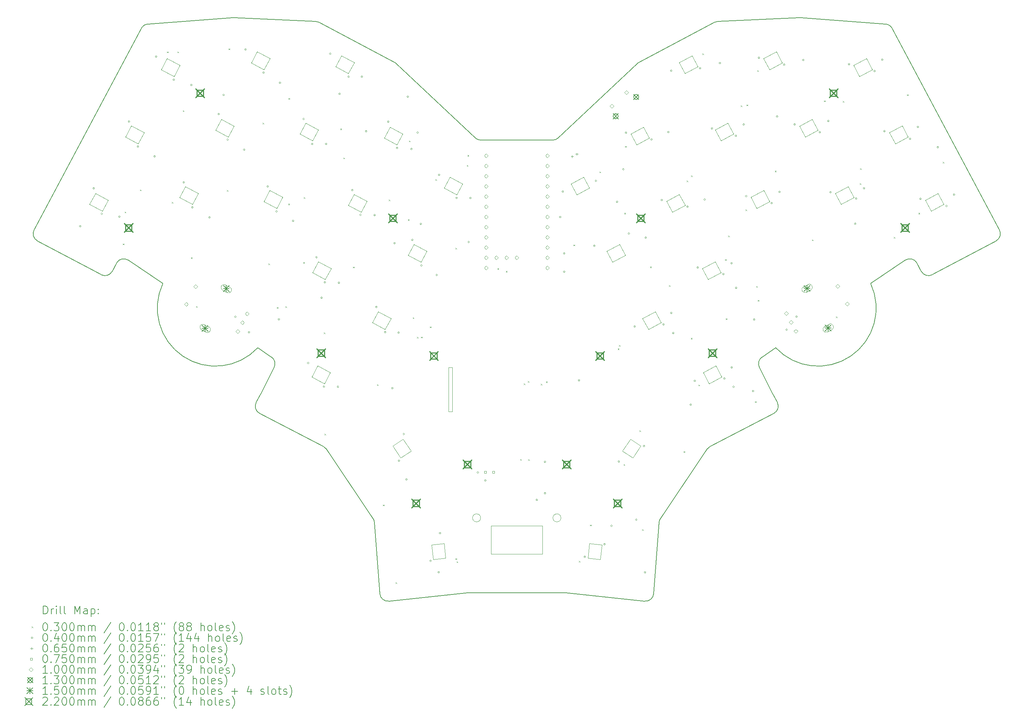
<source format=gbr>
%TF.GenerationSoftware,KiCad,Pcbnew,8.0.1*%
%TF.CreationDate,2025-01-05T22:45:02+02:00*%
%TF.ProjectId,DeeDee_v1,44656544-6565-45f7-9631-2e6b69636164,v1.0.0*%
%TF.SameCoordinates,Original*%
%TF.FileFunction,Drillmap*%
%TF.FilePolarity,Positive*%
%FSLAX45Y45*%
G04 Gerber Fmt 4.5, Leading zero omitted, Abs format (unit mm)*
G04 Created by KiCad (PCBNEW 8.0.1) date 2025-01-05 22:45:02*
%MOMM*%
%LPD*%
G01*
G04 APERTURE LIST*
%ADD10C,0.150000*%
%ADD11C,0.100000*%
%ADD12C,0.050000*%
%ADD13C,0.120000*%
%ADD14C,0.200000*%
%ADD15C,0.130000*%
%ADD16C,0.220000*%
G04 APERTURE END LIST*
D10*
X14206480Y-14337025D02*
X14540581Y-13674315D01*
X14474115Y-13418665D02*
G75*
G02*
X14540579Y-13674314I-112125J-165615D01*
G01*
X19686358Y-8014480D02*
X21474935Y-8014481D01*
X23614687Y-6080891D02*
X25493702Y-5081802D01*
X25329438Y-15702696D02*
X24157381Y-17440342D01*
X27645611Y-4964248D02*
X29764575Y-5122668D01*
X27621440Y-4963906D02*
G75*
G02*
X27645611Y-4964247I9270J-199694D01*
G01*
X25578336Y-5058606D02*
X27621440Y-4963906D01*
X11235040Y-5228217D02*
G75*
G02*
X11396718Y-5122669I176581J-93883D01*
G01*
X19365960Y-19290193D02*
X17393138Y-19497545D01*
X25329438Y-15702696D02*
G75*
G02*
X25403392Y-15636873I165842J-111874D01*
G01*
X10235857Y-11367515D02*
X8646551Y-10522467D01*
X23988484Y-19313824D02*
G75*
G02*
X23768155Y-19497546I-199424J15184D01*
G01*
X24123766Y-17536997D02*
G75*
G02*
X24157384Y-17440344I199374J-15173D01*
G01*
X10506341Y-11284820D02*
G75*
G02*
X10235857Y-11367515I-176591J93900D01*
G01*
X11769041Y-11587315D02*
X10906550Y-11003404D01*
X30654953Y-11284820D02*
X30543455Y-11075125D01*
X15667591Y-5081803D02*
X17546606Y-6080892D01*
X17003912Y-17440342D02*
X15831854Y-15702696D01*
X25493702Y-5081802D02*
G75*
G02*
X25578336Y-5058605I93908J-176628D01*
G01*
X23571350Y-6111991D02*
G75*
G02*
X23614687Y-6080892I137210J-145459D01*
G01*
X14093917Y-14548826D02*
X14204481Y-14340885D01*
X21774428Y-19289097D02*
G75*
G02*
X21795334Y-19290192I12J-199834D01*
G01*
X24123766Y-17536997D02*
X23988484Y-19313824D01*
X15757900Y-15636875D02*
G75*
G02*
X15831855Y-15702696I-91830J-177635D01*
G01*
X29392253Y-11587315D02*
G75*
G02*
X27028866Y-13187339I-1309043J-611905D01*
G01*
X8563856Y-10251982D02*
X11235040Y-5228217D01*
X27067376Y-14548826D02*
G75*
G02*
X26982642Y-14820386I-176607J-93894D01*
G01*
X29764575Y-5122668D02*
G75*
G02*
X29926255Y-5228216I-14915J-199452D01*
G01*
X11396718Y-5122668D02*
X13515683Y-4964248D01*
X26982639Y-14820380D02*
X25403393Y-15636874D01*
X19365960Y-19290193D02*
G75*
G02*
X19386865Y-19289097I20900J-198768D01*
G01*
X26620712Y-13674314D02*
G75*
G02*
X26687180Y-13418667I178578J90034D01*
G01*
X17393138Y-19497545D02*
G75*
G02*
X17172807Y-19313823I-20908J198905D01*
G01*
X13539854Y-4963906D02*
X15582957Y-5058606D01*
X30254743Y-11003404D02*
G75*
G02*
X30543451Y-11075127I112117J-165626D01*
G01*
X17172809Y-19313823D02*
X17037528Y-17536998D01*
X17003912Y-17440342D02*
G75*
G02*
X17037529Y-17536997I-165852J-111858D01*
G01*
X23768155Y-19497544D02*
X21795334Y-19290192D01*
X26956812Y-14340885D02*
X27067376Y-14548826D01*
X15757900Y-15636875D02*
X14178654Y-14820380D01*
X27028866Y-13187340D02*
X26687178Y-13418665D01*
X26956812Y-14340885D02*
G75*
G02*
X26954813Y-14337025I177298J94265D01*
G01*
X15582957Y-5058606D02*
G75*
G02*
X15667591Y-5081803I-9267J-199804D01*
G01*
X17589943Y-6111991D02*
X19549126Y-7959970D01*
X14206480Y-14337025D02*
G75*
G02*
X14204481Y-14340885I-181400J91465D01*
G01*
X32514742Y-10522467D02*
X30925436Y-11367515D01*
X21612167Y-7959971D02*
G75*
G02*
X21474935Y-8014482I-137227J145471D01*
G01*
X10617838Y-11075125D02*
G75*
G02*
X10906550Y-11003404I176592J-93905D01*
G01*
X29926254Y-5228217D02*
X32597437Y-10251983D01*
X10617838Y-11075125D02*
X10506341Y-11284820D01*
X14132427Y-13187340D02*
G75*
G02*
X11769041Y-11587315I-1054340J988125D01*
G01*
X21612167Y-7959971D02*
X23571350Y-6111991D01*
X30925436Y-11367515D02*
G75*
G02*
X30654948Y-11284822I-93896J176595D01*
G01*
X17546606Y-6080892D02*
G75*
G02*
X17589944Y-6111991I-93886J-176578D01*
G01*
X26620712Y-13674314D02*
X26954813Y-14337025D01*
X13515683Y-4964248D02*
G75*
G02*
X13539854Y-4963906I14908J-199402D01*
G01*
X30254743Y-11003404D02*
X29392253Y-11587315D01*
X14178654Y-14820380D02*
G75*
G02*
X14093918Y-14548826I91857J177661D01*
G01*
X32597437Y-10251983D02*
G75*
G02*
X32514743Y-10522469I-176587J-93897D01*
G01*
X19686358Y-8014480D02*
G75*
G02*
X19549124Y-7959973I-8J199990D01*
G01*
X8646551Y-10522467D02*
G75*
G02*
X8563858Y-10251983I93889J176587D01*
G01*
X21774428Y-19289097D02*
X19386865Y-19289097D01*
X14474115Y-13418665D02*
X14132427Y-13187340D01*
D11*
X19680647Y-17423669D02*
G75*
G02*
X19480647Y-17423669I-100000J0D01*
G01*
X19480647Y-17423669D02*
G75*
G02*
X19680647Y-17423669I100000J0D01*
G01*
X21680647Y-17423669D02*
G75*
G02*
X21480647Y-17423669I-100000J0D01*
G01*
X21480647Y-17423669D02*
G75*
G02*
X21680647Y-17423669I100000J0D01*
G01*
D12*
X18980647Y-13673669D02*
X18980647Y-14773669D01*
X18880647Y-14773669D01*
X18880647Y-13673669D01*
X18980647Y-13673669D01*
D11*
X21222025Y-18323669D02*
X19942025Y-18323669D01*
X19942025Y-17623669D01*
X21222025Y-17623669D01*
X21222025Y-18323669D01*
D13*
X26873626Y-9540917D02*
X26555765Y-9709927D01*
X26410228Y-9436213D01*
X26728090Y-9267204D01*
X26873626Y-9540917D01*
X28973751Y-9443574D02*
X28655890Y-9612584D01*
X28510354Y-9338870D01*
X28828215Y-9169860D01*
X28973751Y-9443574D01*
X25685745Y-13910006D02*
X25367884Y-14079016D01*
X25222348Y-13805302D01*
X25540209Y-13636292D01*
X25685745Y-13910006D01*
X16851189Y-9533556D02*
X16705653Y-9807270D01*
X16387792Y-9638260D01*
X16533328Y-9364546D01*
X16851189Y-9533556D01*
X22391694Y-9205835D02*
X22073833Y-9374845D01*
X21928296Y-9101131D01*
X22246158Y-8932121D01*
X22391694Y-9205835D01*
X18341001Y-10778731D02*
X18195465Y-11052445D01*
X17877604Y-10883435D01*
X18023140Y-10609721D01*
X18341001Y-10778731D01*
X17449005Y-12456331D02*
X17303469Y-12730045D01*
X16985607Y-12561035D01*
X17131144Y-12287322D01*
X17449005Y-12456331D01*
X16535056Y-6081012D02*
X16389520Y-6354726D01*
X16071659Y-6185716D01*
X16217195Y-5912002D01*
X16535056Y-6081012D01*
X10409973Y-9506411D02*
X10264437Y-9780125D01*
X9946576Y-9611115D01*
X10092112Y-9337401D01*
X10409973Y-9506411D01*
X12193965Y-6151210D02*
X12048429Y-6424924D01*
X11730568Y-6255914D01*
X11876104Y-5982200D01*
X12193965Y-6151210D01*
X24773502Y-9638261D02*
X24455640Y-9807270D01*
X24310104Y-9533557D01*
X24627965Y-9364547D01*
X24773502Y-9638261D01*
X15643060Y-7758613D02*
X15497524Y-8032327D01*
X15179663Y-7863317D01*
X15325199Y-7589603D01*
X15643060Y-7758613D01*
X23283689Y-10883435D02*
X22965828Y-11052445D01*
X22820292Y-10778731D01*
X23138153Y-10609721D01*
X23283689Y-10883435D01*
X23881505Y-7960660D02*
X23563644Y-8129670D01*
X23418108Y-7855956D01*
X23735969Y-7686946D01*
X23881505Y-7960660D01*
X22699406Y-18098164D02*
X22661775Y-18456192D01*
X22353474Y-18423788D01*
X22391104Y-18065760D01*
X22699406Y-18098164D01*
X15938945Y-13805302D02*
X15793409Y-14079016D01*
X15475548Y-13910006D01*
X15621084Y-13636292D01*
X15938945Y-13805302D01*
X19232997Y-9101131D02*
X19087460Y-9374845D01*
X18769599Y-9205835D01*
X18915135Y-8932121D01*
X19232997Y-9101131D01*
X25981630Y-7863317D02*
X25663769Y-8032327D01*
X25518233Y-7758613D01*
X25836094Y-7589603D01*
X25981630Y-7863317D01*
X23670463Y-15631796D02*
X23469153Y-15930249D01*
X23212152Y-15756899D01*
X23413461Y-15458446D01*
X23670463Y-15631796D01*
X17949141Y-15756899D02*
X17692140Y-15930249D01*
X17490831Y-15631796D01*
X17747832Y-15458446D01*
X17949141Y-15756899D01*
X11301969Y-7828811D02*
X11156433Y-8102525D01*
X10838572Y-7933515D01*
X10984108Y-7659801D01*
X11301969Y-7828811D01*
X25665497Y-11315860D02*
X25347636Y-11484870D01*
X25202100Y-11211156D01*
X25519961Y-11042147D01*
X25665497Y-11315860D01*
X28081755Y-7765973D02*
X27763893Y-7934983D01*
X27618357Y-7661269D01*
X27936218Y-7492259D01*
X28081755Y-7765973D01*
X31214717Y-9611115D02*
X30896856Y-9780125D01*
X30751320Y-9506411D01*
X31069181Y-9337401D01*
X31214717Y-9611115D01*
X12650939Y-9338870D02*
X12505403Y-9612584D01*
X12187542Y-9443574D01*
X12333078Y-9169860D01*
X12650939Y-9338870D01*
X30322721Y-7933514D02*
X30004860Y-8102524D01*
X29859324Y-7828810D01*
X30177185Y-7659800D01*
X30322721Y-7933514D01*
X27189759Y-6088373D02*
X26871898Y-6257383D01*
X26726362Y-5983669D01*
X27044223Y-5814659D01*
X27189759Y-6088373D01*
X15959193Y-11211157D02*
X15813657Y-11484871D01*
X15495796Y-11315861D01*
X15641332Y-11042148D01*
X15959193Y-11211157D01*
X13542935Y-7661269D02*
X13397399Y-7934983D01*
X13079538Y-7765973D01*
X13225074Y-7492260D01*
X13542935Y-7661269D01*
X25089634Y-6185716D02*
X24771773Y-6354726D01*
X24626237Y-6081012D01*
X24944098Y-5912002D01*
X25089634Y-6185716D01*
X14434931Y-5983669D02*
X14289395Y-6257383D01*
X13971534Y-6088373D01*
X14117070Y-5814659D01*
X14434931Y-5983669D01*
X17743185Y-7855956D02*
X17597648Y-8129670D01*
X17279787Y-7960660D01*
X17425323Y-7686946D01*
X17743185Y-7855956D01*
X14751064Y-9436213D02*
X14605528Y-9709927D01*
X14287667Y-9540917D01*
X14433203Y-9267203D01*
X14751064Y-9436213D01*
X24175685Y-12561035D02*
X23857824Y-12730045D01*
X23712288Y-12456331D01*
X24030149Y-12287322D01*
X24175685Y-12561035D01*
X18807819Y-18423788D02*
X18499517Y-18456191D01*
X18461887Y-18098164D01*
X18770189Y-18065760D01*
X18807819Y-18423788D01*
X29430725Y-6255914D02*
X29112864Y-6424924D01*
X28967328Y-6151210D01*
X29285189Y-5982200D01*
X29430725Y-6255914D01*
D14*
D11*
X10774696Y-10590243D02*
X10804696Y-10620243D01*
X10804696Y-10590243D02*
X10774696Y-10620243D01*
X10819398Y-9795589D02*
X10849398Y-9825589D01*
X10849398Y-9795589D02*
X10819398Y-9825589D01*
X11203253Y-9244844D02*
X11233253Y-9274844D01*
X11233253Y-9244844D02*
X11203253Y-9274844D01*
X11876390Y-5810025D02*
X11906390Y-5840025D01*
X11906390Y-5810025D02*
X11876390Y-5840025D01*
X11992403Y-9552630D02*
X12022403Y-9582630D01*
X12022403Y-9552630D02*
X11992403Y-9582630D01*
X12134350Y-5807293D02*
X12164350Y-5837293D01*
X12164350Y-5807293D02*
X12134350Y-5837293D01*
X12268113Y-7274083D02*
X12298113Y-7304083D01*
X12298113Y-7274083D02*
X12268113Y-7304083D01*
X12470914Y-10933809D02*
X12500914Y-10963809D01*
X12500914Y-10933809D02*
X12470914Y-10963809D01*
X12597278Y-12150556D02*
X12627278Y-12180556D01*
X12627278Y-12150556D02*
X12597278Y-12180556D01*
X13362910Y-9256208D02*
X13392910Y-9286208D01*
X13392910Y-9256208D02*
X13362910Y-9286208D01*
X13407351Y-5733722D02*
X13437351Y-5763722D01*
X13437351Y-5733722D02*
X13407351Y-5763722D01*
X14255565Y-7583334D02*
X14285565Y-7613334D01*
X14285565Y-7583334D02*
X14255565Y-7613334D01*
X14398778Y-11085224D02*
X14428778Y-11115224D01*
X14428778Y-11085224D02*
X14398778Y-11115224D01*
X14607408Y-12175338D02*
X14637408Y-12205338D01*
X14637408Y-12175338D02*
X14607408Y-12205338D01*
X14822675Y-12153889D02*
X14852675Y-12183889D01*
X14852675Y-12153889D02*
X14822675Y-12183889D01*
X14893998Y-9598999D02*
X14923998Y-9628999D01*
X14923998Y-9598999D02*
X14893998Y-9628999D01*
X14898807Y-6969983D02*
X14928807Y-6999983D01*
X14928807Y-6969983D02*
X14898807Y-6999983D01*
X15264661Y-11053237D02*
X15294661Y-11083237D01*
X15294661Y-11053237D02*
X15264661Y-11083237D01*
X15277926Y-9435086D02*
X15307926Y-9465086D01*
X15307926Y-9435086D02*
X15277926Y-9465086D01*
X15779168Y-12806095D02*
X15809168Y-12836095D01*
X15809168Y-12806095D02*
X15779168Y-12836095D01*
X15795257Y-15330332D02*
X15825257Y-15360332D01*
X15825257Y-15330332D02*
X15795257Y-15360332D01*
X16189532Y-7727956D02*
X16219532Y-7757956D01*
X16219532Y-7727956D02*
X16189532Y-7757956D01*
X16264209Y-8449140D02*
X16294209Y-8479140D01*
X16294209Y-8449140D02*
X16264209Y-8479140D01*
X16505945Y-11169324D02*
X16535945Y-11199324D01*
X16535945Y-11169324D02*
X16505945Y-11199324D01*
X17101413Y-14096514D02*
X17131413Y-14126514D01*
X17131413Y-14096514D02*
X17101413Y-14126514D01*
X17251265Y-17094180D02*
X17281265Y-17124180D01*
X17281265Y-17094180D02*
X17251265Y-17124180D01*
X17395594Y-9496138D02*
X17425594Y-9526138D01*
X17425594Y-9496138D02*
X17395594Y-9526138D01*
X17566350Y-19029440D02*
X17596350Y-19059440D01*
X17596350Y-19029440D02*
X17566350Y-19059440D01*
X17872622Y-9988749D02*
X17902622Y-10018749D01*
X17902622Y-9988749D02*
X17872622Y-10018749D01*
X17899069Y-8027280D02*
X17929069Y-8057280D01*
X17929069Y-8027280D02*
X17899069Y-8057280D01*
X17993129Y-12430090D02*
X18023129Y-12460090D01*
X18023129Y-12430090D02*
X17993129Y-12460090D01*
X18097753Y-12917995D02*
X18127753Y-12947995D01*
X18127753Y-12917995D02*
X18097753Y-12947995D01*
X18200563Y-12912449D02*
X18230563Y-12942449D01*
X18230563Y-12912449D02*
X18200563Y-12942449D01*
X18420464Y-12657790D02*
X18450464Y-12687790D01*
X18450464Y-12657790D02*
X18420464Y-12687790D01*
X18554265Y-8987274D02*
X18584265Y-9017274D01*
X18584265Y-8987274D02*
X18554265Y-9017274D01*
X19052448Y-10697055D02*
X19082448Y-10727055D01*
X19082448Y-10697055D02*
X19052448Y-10727055D01*
X19052623Y-18433749D02*
X19082623Y-18463749D01*
X19082623Y-18433749D02*
X19052623Y-18463749D01*
X19082680Y-18507889D02*
X19112680Y-18537889D01*
X19112680Y-18507889D02*
X19082680Y-18537889D01*
X19338366Y-8635032D02*
X19368366Y-8665032D01*
X19368366Y-8635032D02*
X19338366Y-8665032D01*
X19353366Y-8385031D02*
X19383366Y-8415031D01*
X19383366Y-8385031D02*
X19353366Y-8415031D01*
X20098797Y-11204725D02*
X20128797Y-11234725D01*
X20128797Y-11204725D02*
X20098797Y-11234725D01*
X20311647Y-11274725D02*
X20341647Y-11304725D01*
X20341647Y-11274725D02*
X20311647Y-11304725D01*
X20667890Y-15961282D02*
X20697890Y-15991282D01*
X20697890Y-15961282D02*
X20667890Y-15991282D01*
X20755758Y-14075758D02*
X20785758Y-14105758D01*
X20785758Y-14075758D02*
X20755758Y-14105758D01*
X20859767Y-14016128D02*
X20889767Y-14046128D01*
X20889767Y-14016128D02*
X20859767Y-14046128D01*
X20867889Y-15966282D02*
X20897889Y-15996282D01*
X20897889Y-15966282D02*
X20867889Y-15996282D01*
X21180759Y-14082500D02*
X21210759Y-14112500D01*
X21210759Y-14082500D02*
X21180759Y-14112500D01*
X21312500Y-14023669D02*
X21342500Y-14053669D01*
X21342500Y-14023669D02*
X21312500Y-14053669D01*
X21994570Y-10617526D02*
X22024570Y-10647526D01*
X22024570Y-10617526D02*
X21994570Y-10647526D01*
X22127397Y-18496950D02*
X22157397Y-18526950D01*
X22157397Y-18496950D02*
X22127397Y-18526950D01*
X22406815Y-17594444D02*
X22436815Y-17624444D01*
X22436815Y-17594444D02*
X22406815Y-17624444D01*
X22638417Y-8795814D02*
X22668417Y-8825814D01*
X22668417Y-8795814D02*
X22638417Y-8825814D01*
X23098223Y-13205702D02*
X23128223Y-13235702D01*
X23128223Y-13205702D02*
X23098223Y-13235702D01*
X23125566Y-13120991D02*
X23155566Y-13150991D01*
X23155566Y-13120991D02*
X23125566Y-13150991D01*
X23241372Y-16086087D02*
X23271372Y-16116087D01*
X23271372Y-16086087D02*
X23241372Y-16116087D01*
X23258998Y-9824928D02*
X23288998Y-9854928D01*
X23288998Y-9824928D02*
X23258998Y-9854928D01*
X23279928Y-8160248D02*
X23309928Y-8190248D01*
X23309928Y-8160248D02*
X23279928Y-8190248D01*
X23635435Y-15244589D02*
X23665435Y-15274589D01*
X23665435Y-15244589D02*
X23635435Y-15274589D01*
X23702265Y-17707700D02*
X23732265Y-17737700D01*
X23732265Y-17707700D02*
X23702265Y-17737700D01*
X23902789Y-11164741D02*
X23932789Y-11194741D01*
X23932789Y-11164741D02*
X23902789Y-11194741D01*
X24371128Y-11628984D02*
X24401128Y-11658984D01*
X24401128Y-11628984D02*
X24371128Y-11658984D01*
X24736219Y-15763493D02*
X24766219Y-15793493D01*
X24766219Y-15763493D02*
X24736219Y-15793493D01*
X24813042Y-9021280D02*
X24843042Y-9051280D01*
X24843042Y-9021280D02*
X24813042Y-9051280D01*
X24917980Y-12940671D02*
X24947980Y-12970671D01*
X24947980Y-12940671D02*
X24917980Y-12970671D01*
X24922234Y-8895268D02*
X24952234Y-8925268D01*
X24952234Y-8895268D02*
X24922234Y-8925268D01*
X25104174Y-14104619D02*
X25134174Y-14134619D01*
X25134174Y-14104619D02*
X25104174Y-14134619D01*
X25201672Y-5852971D02*
X25231672Y-5882971D01*
X25231672Y-5852971D02*
X25201672Y-5882971D01*
X25770335Y-10982483D02*
X25800335Y-11012483D01*
X25800335Y-10982483D02*
X25770335Y-11012483D01*
X25787896Y-12452729D02*
X25817896Y-12482729D01*
X25817896Y-12452729D02*
X25787896Y-12482729D01*
X25843281Y-10393199D02*
X25873281Y-10423199D01*
X25873281Y-10393199D02*
X25843281Y-10423199D01*
X26158738Y-7150540D02*
X26188738Y-7180540D01*
X26188738Y-7150540D02*
X26158738Y-7180540D01*
X26276961Y-9739095D02*
X26306961Y-9769095D01*
X26306961Y-9739095D02*
X26276961Y-9769095D01*
X26299824Y-7128328D02*
X26329824Y-7158328D01*
X26329824Y-7128328D02*
X26299824Y-7158328D01*
X26512477Y-14521252D02*
X26542477Y-14551252D01*
X26542477Y-14521252D02*
X26512477Y-14551252D01*
X26542911Y-11651966D02*
X26572911Y-11681966D01*
X26572911Y-11651966D02*
X26542911Y-11681966D01*
X26569963Y-6274997D02*
X26599963Y-6304997D01*
X26599963Y-6274997D02*
X26569963Y-6304997D01*
X26581257Y-11998689D02*
X26611257Y-12028689D01*
X26611257Y-11998689D02*
X26581257Y-12028689D01*
X27010623Y-8775851D02*
X27040623Y-8805851D01*
X27040623Y-8775851D02*
X27010623Y-8805851D01*
X27930227Y-10488630D02*
X27960227Y-10518630D01*
X27960227Y-10488630D02*
X27930227Y-10518630D01*
X28232835Y-7027395D02*
X28262835Y-7057395D01*
X28262835Y-7027395D02*
X28232835Y-7057395D01*
X28530743Y-12406156D02*
X28560743Y-12436156D01*
X28560743Y-12406156D02*
X28530743Y-12436156D01*
X28699936Y-7041364D02*
X28729936Y-7071364D01*
X28729936Y-7041364D02*
X28699936Y-7071364D01*
X29120194Y-9088074D02*
X29150194Y-9118074D01*
X29150194Y-9088074D02*
X29120194Y-9118074D01*
X29131874Y-8718240D02*
X29161874Y-8748240D01*
X29161874Y-8718240D02*
X29131874Y-8748240D01*
X29966882Y-10425035D02*
X29996882Y-10455035D01*
X29996882Y-10425035D02*
X29966882Y-10455035D01*
X30298030Y-6875008D02*
X30328030Y-6905008D01*
X30328030Y-6875008D02*
X30298030Y-6905008D01*
X30582029Y-9827814D02*
X30612029Y-9857814D01*
X30612029Y-9827814D02*
X30582029Y-9857814D01*
X31185611Y-8554955D02*
X31215611Y-8584955D01*
X31215611Y-8554955D02*
X31185611Y-8584955D01*
X9731577Y-10158963D02*
G75*
G02*
X9691577Y-10158963I-20000J0D01*
G01*
X9691577Y-10158963D02*
G75*
G02*
X9731577Y-10158963I20000J0D01*
G01*
X10067937Y-9216398D02*
G75*
G02*
X10027937Y-9216398I-20000J0D01*
G01*
X10027937Y-9216398D02*
G75*
G02*
X10067937Y-9216398I20000J0D01*
G01*
X10268409Y-9848424D02*
G75*
G02*
X10228409Y-9848424I-20000J0D01*
G01*
X10228409Y-9848424D02*
G75*
G02*
X10268409Y-9848424I20000J0D01*
G01*
X10707944Y-9919118D02*
G75*
G02*
X10667944Y-9919118I-20000J0D01*
G01*
X10667944Y-9919118D02*
G75*
G02*
X10707944Y-9919118I20000J0D01*
G01*
X10948475Y-7549694D02*
G75*
G02*
X10908475Y-7549694I-20000J0D01*
G01*
X10908475Y-7549694D02*
G75*
G02*
X10948475Y-7549694I20000J0D01*
G01*
X11169009Y-8175399D02*
G75*
G02*
X11129009Y-8175399I-20000J0D01*
G01*
X11129009Y-8175399D02*
G75*
G02*
X11169009Y-8175399I20000J0D01*
G01*
X11584283Y-8420067D02*
G75*
G02*
X11544283Y-8420067I-20000J0D01*
G01*
X11544283Y-8420067D02*
G75*
G02*
X11584283Y-8420067I20000J0D01*
G01*
X11622407Y-5931862D02*
G75*
G02*
X11582407Y-5931862I-20000J0D01*
G01*
X11582407Y-5931862D02*
G75*
G02*
X11622407Y-5931862I20000J0D01*
G01*
X12060950Y-6509095D02*
G75*
G02*
X12020950Y-6509095I-20000J0D01*
G01*
X12020950Y-6509095D02*
G75*
G02*
X12060950Y-6509095I20000J0D01*
G01*
X12310690Y-9066796D02*
G75*
G02*
X12270690Y-9066796I-20000J0D01*
G01*
X12270690Y-9066796D02*
G75*
G02*
X12310690Y-9066796I20000J0D01*
G01*
X12496738Y-6640088D02*
G75*
G02*
X12456738Y-6640088I-20000J0D01*
G01*
X12456738Y-6640088D02*
G75*
G02*
X12496738Y-6640088I20000J0D01*
G01*
X12523745Y-9688524D02*
G75*
G02*
X12483745Y-9688524I-20000J0D01*
G01*
X12483745Y-9688524D02*
G75*
G02*
X12523745Y-9688524I20000J0D01*
G01*
X12950913Y-9939516D02*
G75*
G02*
X12910913Y-9939516I-20000J0D01*
G01*
X12910913Y-9939516D02*
G75*
G02*
X12950913Y-9939516I20000J0D01*
G01*
X13180892Y-7366282D02*
G75*
G02*
X13140892Y-7366282I-20000J0D01*
G01*
X13140892Y-7366282D02*
G75*
G02*
X13180892Y-7366282I20000J0D01*
G01*
X13300675Y-6886504D02*
G75*
G02*
X13260675Y-6886504I-20000J0D01*
G01*
X13260675Y-6886504D02*
G75*
G02*
X13300675Y-6886504I20000J0D01*
G01*
X13401371Y-8003283D02*
G75*
G02*
X13361371Y-8003283I-20000J0D01*
G01*
X13361371Y-8003283D02*
G75*
G02*
X13401371Y-8003283I20000J0D01*
G01*
X13594631Y-12413851D02*
G75*
G02*
X13554631Y-12413851I-20000J0D01*
G01*
X13554631Y-12413851D02*
G75*
G02*
X13594631Y-12413851I20000J0D01*
G01*
X13814072Y-8252246D02*
G75*
G02*
X13774072Y-8252246I-20000J0D01*
G01*
X13774072Y-8252246D02*
G75*
G02*
X13814072Y-8252246I20000J0D01*
G01*
X13845324Y-5754557D02*
G75*
G02*
X13805324Y-5754557I-20000J0D01*
G01*
X13805324Y-5754557D02*
G75*
G02*
X13845324Y-5754557I20000J0D01*
G01*
X13934304Y-12798823D02*
G75*
G02*
X13894304Y-12798823I-20000J0D01*
G01*
X13894304Y-12798823D02*
G75*
G02*
X13934304Y-12798823I20000J0D01*
G01*
X14295434Y-6332444D02*
G75*
G02*
X14255434Y-6332444I-20000J0D01*
G01*
X14255434Y-6332444D02*
G75*
G02*
X14295434Y-6332444I20000J0D01*
G01*
X14400905Y-9169019D02*
G75*
G02*
X14360905Y-9169019I-20000J0D01*
G01*
X14360905Y-9169019D02*
G75*
G02*
X14400905Y-9169019I20000J0D01*
G01*
X14620220Y-9789624D02*
G75*
G02*
X14580220Y-9789624I-20000J0D01*
G01*
X14580220Y-9789624D02*
G75*
G02*
X14620220Y-9789624I20000J0D01*
G01*
X14678448Y-12475562D02*
G75*
G02*
X14638448Y-12475562I-20000J0D01*
G01*
X14638448Y-12475562D02*
G75*
G02*
X14678448Y-12475562I20000J0D01*
G01*
X14705789Y-6585823D02*
G75*
G02*
X14665789Y-6585823I-20000J0D01*
G01*
X14665789Y-6585823D02*
G75*
G02*
X14705789Y-6585823I20000J0D01*
G01*
X15032578Y-10025867D02*
G75*
G02*
X14992578Y-10025867I-20000J0D01*
G01*
X14992578Y-10025867D02*
G75*
G02*
X15032578Y-10025867I20000J0D01*
G01*
X15295249Y-7487003D02*
G75*
G02*
X15255249Y-7487003I-20000J0D01*
G01*
X15255249Y-7487003D02*
G75*
G02*
X15295249Y-7487003I20000J0D01*
G01*
X15406296Y-13565581D02*
G75*
G02*
X15366296Y-13565581I-20000J0D01*
G01*
X15366296Y-13565581D02*
G75*
G02*
X15406296Y-13565581I20000J0D01*
G01*
X15507753Y-8109616D02*
G75*
G02*
X15467753Y-8109616I-20000J0D01*
G01*
X15467753Y-8109616D02*
G75*
G02*
X15507753Y-8109616I20000J0D01*
G01*
X15616076Y-10930718D02*
G75*
G02*
X15576076Y-10930718I-20000J0D01*
G01*
X15576076Y-10930718D02*
G75*
G02*
X15616076Y-10930718I20000J0D01*
G01*
X15740196Y-11939259D02*
G75*
G02*
X15700196Y-11939259I-20000J0D01*
G01*
X15700196Y-11939259D02*
G75*
G02*
X15740196Y-11939259I20000J0D01*
G01*
X15798784Y-14152718D02*
G75*
G02*
X15758784Y-14152718I-20000J0D01*
G01*
X15758784Y-14152718D02*
G75*
G02*
X15798784Y-14152718I20000J0D01*
G01*
X15822043Y-11555517D02*
G75*
G02*
X15782043Y-11555517I-20000J0D01*
G01*
X15782043Y-11555517D02*
G75*
G02*
X15822043Y-11555517I20000J0D01*
G01*
X15854563Y-8107178D02*
G75*
G02*
X15814563Y-8107178I-20000J0D01*
G01*
X15814563Y-8107178D02*
G75*
G02*
X15854563Y-8107178I20000J0D01*
G01*
X15955546Y-5861755D02*
G75*
G02*
X15915546Y-5861755I-20000J0D01*
G01*
X15915546Y-5861755D02*
G75*
G02*
X15955546Y-5861755I20000J0D01*
G01*
X16150075Y-14157678D02*
G75*
G02*
X16110075Y-14157678I-20000J0D01*
G01*
X16110075Y-14157678D02*
G75*
G02*
X16150075Y-14157678I20000J0D01*
G01*
X16172763Y-11566485D02*
G75*
G02*
X16132763Y-11566485I-20000J0D01*
G01*
X16132763Y-11566485D02*
G75*
G02*
X16172763Y-11566485I20000J0D01*
G01*
X16191233Y-6860494D02*
G75*
G02*
X16151233Y-6860494I-20000J0D01*
G01*
X16151233Y-6860494D02*
G75*
G02*
X16191233Y-6860494I20000J0D01*
G01*
X16415565Y-6434762D02*
G75*
G02*
X16375565Y-6434762I-20000J0D01*
G01*
X16375565Y-6434762D02*
G75*
G02*
X16415565Y-6434762I20000J0D01*
G01*
X16505725Y-9257532D02*
G75*
G02*
X16465725Y-9257532I-20000J0D01*
G01*
X16465725Y-9257532D02*
G75*
G02*
X16505725Y-9257532I20000J0D01*
G01*
X16709625Y-9875570D02*
G75*
G02*
X16669625Y-9875570I-20000J0D01*
G01*
X16669625Y-9875570D02*
G75*
G02*
X16709625Y-9875570I20000J0D01*
G01*
X16744212Y-6433993D02*
G75*
G02*
X16704212Y-6433993I-20000J0D01*
G01*
X16704212Y-6433993D02*
G75*
G02*
X16744212Y-6433993I20000J0D01*
G01*
X16850061Y-7794073D02*
G75*
G02*
X16810061Y-7794073I-20000J0D01*
G01*
X16810061Y-7794073D02*
G75*
G02*
X16850061Y-7794073I20000J0D01*
G01*
X17062692Y-9882122D02*
G75*
G02*
X17022692Y-9882122I-20000J0D01*
G01*
X17022692Y-9882122D02*
G75*
G02*
X17062692Y-9882122I20000J0D01*
G01*
X17104621Y-12170733D02*
G75*
G02*
X17064621Y-12170733I-20000J0D01*
G01*
X17064621Y-12170733D02*
G75*
G02*
X17104621Y-12170733I20000J0D01*
G01*
X17324140Y-12798345D02*
G75*
G02*
X17284140Y-12798345I-20000J0D01*
G01*
X17284140Y-12798345D02*
G75*
G02*
X17324140Y-12798345I20000J0D01*
G01*
X17400628Y-7553163D02*
G75*
G02*
X17360628Y-7553163I-20000J0D01*
G01*
X17360628Y-7553163D02*
G75*
G02*
X17400628Y-7553163I20000J0D01*
G01*
X17500498Y-14192160D02*
G75*
G02*
X17460498Y-14192160I-20000J0D01*
G01*
X17460498Y-14192160D02*
G75*
G02*
X17500498Y-14192160I20000J0D01*
G01*
X17558053Y-10579971D02*
G75*
G02*
X17518053Y-10579971I-20000J0D01*
G01*
X17518053Y-10579971D02*
G75*
G02*
X17558053Y-10579971I20000J0D01*
G01*
X17619280Y-8207359D02*
G75*
G02*
X17579280Y-8207359I-20000J0D01*
G01*
X17579280Y-8207359D02*
G75*
G02*
X17619280Y-8207359I20000J0D01*
G01*
X17658160Y-12809313D02*
G75*
G02*
X17618160Y-12809313I-20000J0D01*
G01*
X17618160Y-12809313D02*
G75*
G02*
X17658160Y-12809313I20000J0D01*
G01*
X17668303Y-15998102D02*
G75*
G02*
X17628303Y-15998102I-20000J0D01*
G01*
X17628303Y-15998102D02*
G75*
G02*
X17668303Y-15998102I20000J0D01*
G01*
X17787239Y-15335622D02*
G75*
G02*
X17747239Y-15335622I-20000J0D01*
G01*
X17747239Y-15335622D02*
G75*
G02*
X17787239Y-15335622I20000J0D01*
G01*
X17855138Y-16464654D02*
G75*
G02*
X17815138Y-16464654I-20000J0D01*
G01*
X17815138Y-16464654D02*
G75*
G02*
X17855138Y-16464654I20000J0D01*
G01*
X17887204Y-6929819D02*
G75*
G02*
X17847204Y-6929819I-20000J0D01*
G01*
X17847204Y-6929819D02*
G75*
G02*
X17887204Y-6929819I20000J0D01*
G01*
X17978549Y-8234197D02*
G75*
G02*
X17938549Y-8234197I-20000J0D01*
G01*
X17938549Y-8234197D02*
G75*
G02*
X17978549Y-8234197I20000J0D01*
G01*
X17999172Y-10498977D02*
G75*
G02*
X17959172Y-10498977I-20000J0D01*
G01*
X17959172Y-10498977D02*
G75*
G02*
X17999172Y-10498977I20000J0D01*
G01*
X18134090Y-7825851D02*
G75*
G02*
X18094090Y-7825851I-20000J0D01*
G01*
X18094090Y-7825851D02*
G75*
G02*
X18134090Y-7825851I20000J0D01*
G01*
X18212016Y-10100575D02*
G75*
G02*
X18172016Y-10100575I-20000J0D01*
G01*
X18172016Y-10100575D02*
G75*
G02*
X18212016Y-10100575I20000J0D01*
G01*
X18225736Y-11134729D02*
G75*
G02*
X18185736Y-11134729I-20000J0D01*
G01*
X18185736Y-11134729D02*
G75*
G02*
X18225736Y-11134729I20000J0D01*
G01*
X18454494Y-18495089D02*
G75*
G02*
X18414494Y-18495089I-20000J0D01*
G01*
X18414494Y-18495089D02*
G75*
G02*
X18454494Y-18495089I20000J0D01*
G01*
X18608991Y-11372520D02*
G75*
G02*
X18568991Y-11372520I-20000J0D01*
G01*
X18568991Y-11372520D02*
G75*
G02*
X18608991Y-11372520I20000J0D01*
G01*
X18654614Y-18776137D02*
G75*
G02*
X18614614Y-18776137I-20000J0D01*
G01*
X18614614Y-18776137D02*
G75*
G02*
X18654614Y-18776137I20000J0D01*
G01*
X18667011Y-8877739D02*
G75*
G02*
X18627011Y-8877739I-20000J0D01*
G01*
X18627011Y-8877739D02*
G75*
G02*
X18667011Y-8877739I20000J0D01*
G01*
X18689479Y-17803012D02*
G75*
G02*
X18649479Y-17803012I-20000J0D01*
G01*
X18649479Y-17803012D02*
G75*
G02*
X18689479Y-17803012I20000J0D01*
G01*
X19102329Y-9454602D02*
G75*
G02*
X19062329Y-9454602I-20000J0D01*
G01*
X19062329Y-9454602D02*
G75*
G02*
X19102329Y-9454602I20000J0D01*
G01*
X19404728Y-10551137D02*
G75*
G02*
X19364728Y-10551137I-20000J0D01*
G01*
X19364728Y-10551137D02*
G75*
G02*
X19404728Y-10551137I20000J0D01*
G01*
X19446567Y-9456459D02*
G75*
G02*
X19406567Y-9456459I-20000J0D01*
G01*
X19406567Y-9456459D02*
G75*
G02*
X19446567Y-9456459I20000J0D01*
G01*
X19632500Y-16292500D02*
G75*
G02*
X19592500Y-16292500I-20000J0D01*
G01*
X19592500Y-16292500D02*
G75*
G02*
X19632500Y-16292500I20000J0D01*
G01*
X19820000Y-16490000D02*
G75*
G02*
X19780000Y-16490000I-20000J0D01*
G01*
X19780000Y-16490000D02*
G75*
G02*
X19820000Y-16490000I20000J0D01*
G01*
X21100000Y-16975000D02*
G75*
G02*
X21060000Y-16975000I-20000J0D01*
G01*
X21060000Y-16975000D02*
G75*
G02*
X21100000Y-16975000I20000J0D01*
G01*
X21302500Y-16027500D02*
G75*
G02*
X21262500Y-16027500I-20000J0D01*
G01*
X21262500Y-16027500D02*
G75*
G02*
X21302500Y-16027500I20000J0D01*
G01*
X21302500Y-16810000D02*
G75*
G02*
X21262500Y-16810000I-20000J0D01*
G01*
X21262500Y-16810000D02*
G75*
G02*
X21302500Y-16810000I20000J0D01*
G01*
X21682015Y-9930575D02*
G75*
G02*
X21642015Y-9930575I-20000J0D01*
G01*
X21642015Y-9930575D02*
G75*
G02*
X21682015Y-9930575I20000J0D01*
G01*
X21745000Y-9295000D02*
G75*
G02*
X21705000Y-9295000I-20000J0D01*
G01*
X21705000Y-9295000D02*
G75*
G02*
X21745000Y-9295000I20000J0D01*
G01*
X21782015Y-11290575D02*
G75*
G02*
X21742015Y-11290575I-20000J0D01*
G01*
X21742015Y-11290575D02*
G75*
G02*
X21782015Y-11290575I20000J0D01*
G01*
X21782015Y-10835575D02*
G75*
G02*
X21742015Y-10835575I-20000J0D01*
G01*
X21742015Y-10835575D02*
G75*
G02*
X21782015Y-10835575I20000J0D01*
G01*
X22150000Y-13997500D02*
G75*
G02*
X22110000Y-13997500I-20000J0D01*
G01*
X22110000Y-13997500D02*
G75*
G02*
X22150000Y-13997500I20000J0D01*
G01*
X22293760Y-18394334D02*
G75*
G02*
X22253760Y-18394334I-20000J0D01*
G01*
X22253760Y-18394334D02*
G75*
G02*
X22293760Y-18394334I20000J0D01*
G01*
X22532015Y-10645575D02*
G75*
G02*
X22492015Y-10645575I-20000J0D01*
G01*
X22492015Y-10645575D02*
G75*
G02*
X22532015Y-10645575I20000J0D01*
G01*
X22571281Y-9028050D02*
G75*
G02*
X22531281Y-9028050I-20000J0D01*
G01*
X22531281Y-9028050D02*
G75*
G02*
X22571281Y-9028050I20000J0D01*
G01*
X22785609Y-18081128D02*
G75*
G02*
X22745609Y-18081128I-20000J0D01*
G01*
X22745609Y-18081128D02*
G75*
G02*
X22785609Y-18081128I20000J0D01*
G01*
X22959547Y-17621433D02*
G75*
G02*
X22919547Y-17621433I-20000J0D01*
G01*
X22919547Y-17621433D02*
G75*
G02*
X22959547Y-17621433I20000J0D01*
G01*
X23097016Y-9550575D02*
G75*
G02*
X23057016Y-9550575I-20000J0D01*
G01*
X23057016Y-9550575D02*
G75*
G02*
X23097016Y-9550575I20000J0D01*
G01*
X23142815Y-16020023D02*
G75*
G02*
X23102815Y-16020023I-20000J0D01*
G01*
X23102815Y-16020023D02*
G75*
G02*
X23142815Y-16020023I20000J0D01*
G01*
X23254598Y-8741307D02*
G75*
G02*
X23214598Y-8741307I-20000J0D01*
G01*
X23214598Y-8741307D02*
G75*
G02*
X23254598Y-8741307I20000J0D01*
G01*
X23318987Y-7829329D02*
G75*
G02*
X23278987Y-7829329I-20000J0D01*
G01*
X23278987Y-7829329D02*
G75*
G02*
X23318987Y-7829329I20000J0D01*
G01*
X23392015Y-10340575D02*
G75*
G02*
X23352015Y-10340575I-20000J0D01*
G01*
X23352015Y-10340575D02*
G75*
G02*
X23392015Y-10340575I20000J0D01*
G01*
X23537972Y-12656873D02*
G75*
G02*
X23497972Y-12656873I-20000J0D01*
G01*
X23497972Y-12656873D02*
G75*
G02*
X23537972Y-12656873I20000J0D01*
G01*
X23575248Y-17468808D02*
G75*
G02*
X23535248Y-17468808I-20000J0D01*
G01*
X23535248Y-17468808D02*
G75*
G02*
X23575248Y-17468808I20000J0D01*
G01*
X23768826Y-15633678D02*
G75*
G02*
X23728826Y-15633678I-20000J0D01*
G01*
X23728826Y-15633678D02*
G75*
G02*
X23768826Y-15633678I20000J0D01*
G01*
X23795143Y-18780589D02*
G75*
G02*
X23755143Y-18780589I-20000J0D01*
G01*
X23755143Y-18780589D02*
G75*
G02*
X23795143Y-18780589I20000J0D01*
G01*
X23811786Y-10443954D02*
G75*
G02*
X23771786Y-10443954I-20000J0D01*
G01*
X23771786Y-10443954D02*
G75*
G02*
X23811786Y-10443954I20000J0D01*
G01*
X23956361Y-7997073D02*
G75*
G02*
X23916361Y-7997073I-20000J0D01*
G01*
X23916361Y-7997073D02*
G75*
G02*
X23956361Y-7997073I20000J0D01*
G01*
X24210983Y-9506929D02*
G75*
G02*
X24170983Y-9506929I-20000J0D01*
G01*
X24170983Y-9506929D02*
G75*
G02*
X24210983Y-9506929I20000J0D01*
G01*
X24253445Y-12602909D02*
G75*
G02*
X24213445Y-12602909I-20000J0D01*
G01*
X24213445Y-12602909D02*
G75*
G02*
X24253445Y-12602909I20000J0D01*
G01*
X24374304Y-7811840D02*
G75*
G02*
X24334304Y-7811840I-20000J0D01*
G01*
X24334304Y-7811840D02*
G75*
G02*
X24374304Y-7811840I20000J0D01*
G01*
X24445649Y-6284577D02*
G75*
G02*
X24405649Y-6284577I-20000J0D01*
G01*
X24405649Y-6284577D02*
G75*
G02*
X24445649Y-6284577I20000J0D01*
G01*
X24447841Y-12319546D02*
G75*
G02*
X24407841Y-12319546I-20000J0D01*
G01*
X24407841Y-12319546D02*
G75*
G02*
X24447841Y-12319546I20000J0D01*
G01*
X24496702Y-12819523D02*
G75*
G02*
X24456702Y-12819523I-20000J0D01*
G01*
X24456702Y-12819523D02*
G75*
G02*
X24496702Y-12819523I20000J0D01*
G01*
X24852772Y-9672326D02*
G75*
G02*
X24812772Y-9672326I-20000J0D01*
G01*
X24812772Y-9672326D02*
G75*
G02*
X24852772Y-9672326I20000J0D01*
G01*
X24928684Y-14603858D02*
G75*
G02*
X24888684Y-14603858I-20000J0D01*
G01*
X24888684Y-14603858D02*
G75*
G02*
X24928684Y-14603858I20000J0D01*
G01*
X25031746Y-14011750D02*
G75*
G02*
X24991746Y-14011750I-20000J0D01*
G01*
X24991746Y-14011750D02*
G75*
G02*
X25031746Y-14011750I20000J0D01*
G01*
X25105327Y-11188945D02*
G75*
G02*
X25065327Y-11188945I-20000J0D01*
G01*
X25065327Y-11188945D02*
G75*
G02*
X25105327Y-11188945I20000J0D01*
G01*
X25164490Y-6222129D02*
G75*
G02*
X25124490Y-6222129I-20000J0D01*
G01*
X25124490Y-6222129D02*
G75*
G02*
X25164490Y-6222129I20000J0D01*
G01*
X25279825Y-9493576D02*
G75*
G02*
X25239825Y-9493576I-20000J0D01*
G01*
X25239825Y-9493576D02*
G75*
G02*
X25279825Y-9493576I20000J0D01*
G01*
X25459125Y-7722036D02*
G75*
G02*
X25419125Y-7722036I-20000J0D01*
G01*
X25419125Y-7722036D02*
G75*
G02*
X25459125Y-7722036I20000J0D01*
G01*
X25657656Y-6093169D02*
G75*
G02*
X25617656Y-6093169I-20000J0D01*
G01*
X25617656Y-6093169D02*
G75*
G02*
X25657656Y-6093169I20000J0D01*
G01*
X25744769Y-11349927D02*
G75*
G02*
X25704769Y-11349927I-20000J0D01*
G01*
X25704769Y-11349927D02*
G75*
G02*
X25744769Y-11349927I20000J0D01*
G01*
X25769931Y-13953317D02*
G75*
G02*
X25729931Y-13953317I-20000J0D01*
G01*
X25729931Y-13953317D02*
G75*
G02*
X25769931Y-13953317I20000J0D01*
G01*
X25948111Y-11080599D02*
G75*
G02*
X25908111Y-11080599I-20000J0D01*
G01*
X25908111Y-11080599D02*
G75*
G02*
X25948111Y-11080599I20000J0D01*
G01*
X25952791Y-13674702D02*
G75*
G02*
X25912791Y-13674702I-20000J0D01*
G01*
X25912791Y-13674702D02*
G75*
G02*
X25952791Y-13674702I20000J0D01*
G01*
X25997827Y-14158681D02*
G75*
G02*
X25957827Y-14158681I-20000J0D01*
G01*
X25957827Y-14158681D02*
G75*
G02*
X25997827Y-14158681I20000J0D01*
G01*
X26054419Y-7906492D02*
G75*
G02*
X26014419Y-7906492I-20000J0D01*
G01*
X26014419Y-7906492D02*
G75*
G02*
X26054419Y-7906492I20000J0D01*
G01*
X26061068Y-11693266D02*
G75*
G02*
X26021068Y-11693266I-20000J0D01*
G01*
X26021068Y-11693266D02*
G75*
G02*
X26061068Y-11693266I20000J0D01*
G01*
X26250720Y-7623920D02*
G75*
G02*
X26210720Y-7623920I-20000J0D01*
G01*
X26210720Y-7623920D02*
G75*
G02*
X26250720Y-7623920I20000J0D01*
G01*
X26311108Y-9409586D02*
G75*
G02*
X26271108Y-9409586I-20000J0D01*
G01*
X26271108Y-9409586D02*
G75*
G02*
X26311108Y-9409586I20000J0D01*
G01*
X26485021Y-14264829D02*
G75*
G02*
X26445021Y-14264829I-20000J0D01*
G01*
X26445021Y-14264829D02*
G75*
G02*
X26485021Y-14264829I20000J0D01*
G01*
X26511435Y-12484174D02*
G75*
G02*
X26471435Y-12484174I-20000J0D01*
G01*
X26471435Y-12484174D02*
G75*
G02*
X26511435Y-12484174I20000J0D01*
G01*
X26629588Y-5961457D02*
G75*
G02*
X26589588Y-5961457I-20000J0D01*
G01*
X26589588Y-5961457D02*
G75*
G02*
X26629588Y-5961457I20000J0D01*
G01*
X26946414Y-9584093D02*
G75*
G02*
X26906414Y-9584093I-20000J0D01*
G01*
X26906414Y-9584093D02*
G75*
G02*
X26946414Y-9584093I20000J0D01*
G01*
X27082015Y-7425575D02*
G75*
G02*
X27042015Y-7425575I-20000J0D01*
G01*
X27042015Y-7425575D02*
G75*
G02*
X27082015Y-7425575I20000J0D01*
G01*
X27142716Y-9301520D02*
G75*
G02*
X27102716Y-9301520I-20000J0D01*
G01*
X27102716Y-9301520D02*
G75*
G02*
X27142716Y-9301520I20000J0D01*
G01*
X27258133Y-6133896D02*
G75*
G02*
X27218133Y-6133896I-20000J0D01*
G01*
X27218133Y-6133896D02*
G75*
G02*
X27258133Y-6133896I20000J0D01*
G01*
X27317393Y-12735555D02*
G75*
G02*
X27277393Y-12735555I-20000J0D01*
G01*
X27277393Y-12735555D02*
G75*
G02*
X27317393Y-12735555I20000J0D01*
G01*
X27518957Y-7623466D02*
G75*
G02*
X27478957Y-7623466I-20000J0D01*
G01*
X27478957Y-7623466D02*
G75*
G02*
X27518957Y-7623466I20000J0D01*
G01*
X27567312Y-12411178D02*
G75*
G02*
X27527312Y-12411178I-20000J0D01*
G01*
X27527312Y-12411178D02*
G75*
G02*
X27567312Y-12411178I20000J0D01*
G01*
X27732949Y-6019310D02*
G75*
G02*
X27692949Y-6019310I-20000J0D01*
G01*
X27692949Y-6019310D02*
G75*
G02*
X27732949Y-6019310I20000J0D01*
G01*
X28146269Y-7814890D02*
G75*
G02*
X28106269Y-7814890I-20000J0D01*
G01*
X28106269Y-7814890D02*
G75*
G02*
X28146269Y-7814890I20000J0D01*
G01*
X28355540Y-7535406D02*
G75*
G02*
X28315540Y-7535406I-20000J0D01*
G01*
X28315540Y-7535406D02*
G75*
G02*
X28355540Y-7535406I20000J0D01*
G01*
X28411233Y-9312243D02*
G75*
G02*
X28371233Y-9312243I-20000J0D01*
G01*
X28371233Y-9312243D02*
G75*
G02*
X28411233Y-9312243I20000J0D01*
G01*
X28872622Y-6122236D02*
G75*
G02*
X28832622Y-6122236I-20000J0D01*
G01*
X28832622Y-6122236D02*
G75*
G02*
X28872622Y-6122236I20000J0D01*
G01*
X29027015Y-10095575D02*
G75*
G02*
X28987015Y-10095575I-20000J0D01*
G01*
X28987015Y-10095575D02*
G75*
G02*
X29027015Y-10095575I20000J0D01*
G01*
X29049231Y-9469672D02*
G75*
G02*
X29009231Y-9469672I-20000J0D01*
G01*
X29009231Y-9469672D02*
G75*
G02*
X29049231Y-9469672I20000J0D01*
G01*
X29247536Y-9213007D02*
G75*
G02*
X29207536Y-9213007I-20000J0D01*
G01*
X29207536Y-9213007D02*
G75*
G02*
X29247536Y-9213007I20000J0D01*
G01*
X29506137Y-6293373D02*
G75*
G02*
X29466137Y-6293373I-20000J0D01*
G01*
X29466137Y-6293373D02*
G75*
G02*
X29506137Y-6293373I20000J0D01*
G01*
X29701883Y-6009756D02*
G75*
G02*
X29661883Y-6009756I-20000J0D01*
G01*
X29661883Y-6009756D02*
G75*
G02*
X29701883Y-6009756I20000J0D01*
G01*
X29753161Y-7788939D02*
G75*
G02*
X29713161Y-7788939I-20000J0D01*
G01*
X29713161Y-7788939D02*
G75*
G02*
X29753161Y-7788939I20000J0D01*
G01*
X30391651Y-7980083D02*
G75*
G02*
X30351651Y-7980083I-20000J0D01*
G01*
X30351651Y-7980083D02*
G75*
G02*
X30391651Y-7980083I20000J0D01*
G01*
X30587116Y-7685289D02*
G75*
G02*
X30547116Y-7685289I-20000J0D01*
G01*
X30547116Y-7685289D02*
G75*
G02*
X30587116Y-7685289I20000J0D01*
G01*
X30649852Y-9475369D02*
G75*
G02*
X30609852Y-9475369I-20000J0D01*
G01*
X30609852Y-9475369D02*
G75*
G02*
X30649852Y-9475369I20000J0D01*
G01*
X31082016Y-8190575D02*
G75*
G02*
X31042016Y-8190575I-20000J0D01*
G01*
X31042016Y-8190575D02*
G75*
G02*
X31082016Y-8190575I20000J0D01*
G01*
X31298708Y-9654531D02*
G75*
G02*
X31258708Y-9654531I-20000J0D01*
G01*
X31258708Y-9654531D02*
G75*
G02*
X31298708Y-9654531I20000J0D01*
G01*
X31488222Y-9369371D02*
G75*
G02*
X31448222Y-9369371I-20000J0D01*
G01*
X31448222Y-9369371D02*
G75*
G02*
X31488222Y-9369371I20000J0D01*
G01*
X21960556Y-8389731D02*
X21960556Y-8454731D01*
X21928056Y-8422231D02*
X21993056Y-8422231D01*
X22072690Y-8330108D02*
X22072690Y-8395108D01*
X22040190Y-8362608D02*
X22105190Y-8362608D01*
X19827163Y-16308685D02*
X19827163Y-16255651D01*
X19774129Y-16255651D01*
X19774129Y-16308685D01*
X19827163Y-16308685D01*
X20027163Y-16308685D02*
X20027163Y-16255652D01*
X19974130Y-16255652D01*
X19974130Y-16308685D01*
X20027163Y-16308685D01*
X12351374Y-12150487D02*
X12401374Y-12100487D01*
X12351374Y-12050487D01*
X12301374Y-12100487D01*
X12351374Y-12150487D01*
X12586110Y-11709013D02*
X12636110Y-11659013D01*
X12586110Y-11609013D01*
X12536110Y-11659013D01*
X12586110Y-11709013D01*
X13631648Y-12831220D02*
X13681648Y-12781220D01*
X13631648Y-12731220D01*
X13581648Y-12781220D01*
X13631648Y-12831220D01*
X13749016Y-12610483D02*
X13799016Y-12560483D01*
X13749016Y-12510483D01*
X13699016Y-12560483D01*
X13749016Y-12610483D01*
X13866384Y-12389747D02*
X13916384Y-12339747D01*
X13866384Y-12289747D01*
X13816384Y-12339747D01*
X13866384Y-12389747D01*
X19818647Y-8702468D02*
X19868647Y-8652468D01*
X19818647Y-8602468D01*
X19768647Y-8652468D01*
X19818647Y-8702468D01*
X19818647Y-9210468D02*
X19868647Y-9160468D01*
X19818647Y-9110468D01*
X19768647Y-9160468D01*
X19818647Y-9210468D01*
X19818647Y-10734468D02*
X19868647Y-10684468D01*
X19818647Y-10634468D01*
X19768647Y-10684468D01*
X19818647Y-10734468D01*
X19818647Y-8448468D02*
X19868647Y-8398468D01*
X19818647Y-8348468D01*
X19768647Y-8398468D01*
X19818647Y-8448468D01*
X19818647Y-8956468D02*
X19868647Y-8906468D01*
X19818647Y-8856468D01*
X19768647Y-8906468D01*
X19818647Y-8956468D01*
X19818647Y-9718468D02*
X19868647Y-9668468D01*
X19818647Y-9618468D01*
X19768647Y-9668468D01*
X19818647Y-9718468D01*
X19818647Y-10226467D02*
X19868647Y-10176467D01*
X19818647Y-10126467D01*
X19768647Y-10176467D01*
X19818647Y-10226467D01*
X19818647Y-10480468D02*
X19868647Y-10430468D01*
X19818647Y-10380468D01*
X19768647Y-10430468D01*
X19818647Y-10480468D01*
X19818647Y-10988468D02*
X19868647Y-10938468D01*
X19818647Y-10888468D01*
X19768647Y-10938468D01*
X19818647Y-10988468D01*
X19818647Y-11242468D02*
X19868647Y-11192468D01*
X19818647Y-11142468D01*
X19768647Y-11192468D01*
X19818647Y-11242468D01*
X19818647Y-9464468D02*
X19868647Y-9414468D01*
X19818647Y-9364468D01*
X19768647Y-9414468D01*
X19818647Y-9464468D01*
X19818647Y-9972468D02*
X19868647Y-9922468D01*
X19818647Y-9872468D01*
X19768647Y-9922468D01*
X19818647Y-9972468D01*
X20072647Y-10988468D02*
X20122647Y-10938468D01*
X20072647Y-10888468D01*
X20022647Y-10938468D01*
X20072647Y-10988468D01*
X20326647Y-10988468D02*
X20376647Y-10938468D01*
X20326647Y-10888468D01*
X20276647Y-10938468D01*
X20326647Y-10988468D01*
X20580647Y-10988468D02*
X20630647Y-10938468D01*
X20580647Y-10888468D01*
X20530647Y-10938468D01*
X20580647Y-10988468D01*
X21342647Y-9464468D02*
X21392647Y-9414468D01*
X21342647Y-9364468D01*
X21292647Y-9414468D01*
X21342647Y-9464468D01*
X21342647Y-9972468D02*
X21392647Y-9922468D01*
X21342647Y-9872468D01*
X21292647Y-9922468D01*
X21342647Y-9972468D01*
X21342647Y-8448468D02*
X21392647Y-8398468D01*
X21342647Y-8348468D01*
X21292647Y-8398468D01*
X21342647Y-8448468D01*
X21342647Y-8956468D02*
X21392647Y-8906468D01*
X21342647Y-8856468D01*
X21292647Y-8906468D01*
X21342647Y-8956468D01*
X21342647Y-9210468D02*
X21392647Y-9160468D01*
X21342647Y-9110468D01*
X21292647Y-9160468D01*
X21342647Y-9210468D01*
X21342647Y-9718468D02*
X21392647Y-9668468D01*
X21342647Y-9618468D01*
X21292647Y-9668468D01*
X21342647Y-9718468D01*
X21342647Y-10480468D02*
X21392647Y-10430468D01*
X21342647Y-10380468D01*
X21292647Y-10430468D01*
X21342647Y-10480468D01*
X21342647Y-10988468D02*
X21392647Y-10938468D01*
X21342647Y-10888468D01*
X21292647Y-10938468D01*
X21342647Y-10988468D01*
X21342647Y-11242468D02*
X21392647Y-11192468D01*
X21342647Y-11142468D01*
X21292647Y-11192468D01*
X21342647Y-11242468D01*
X21342647Y-8702468D02*
X21392647Y-8652468D01*
X21342647Y-8602468D01*
X21292647Y-8652468D01*
X21342647Y-8702468D01*
X21342647Y-10226468D02*
X21392647Y-10176468D01*
X21342647Y-10126468D01*
X21292647Y-10176468D01*
X21342647Y-10226468D01*
X21342647Y-10734468D02*
X21392647Y-10684468D01*
X21342647Y-10634468D01*
X21292647Y-10684468D01*
X21342647Y-10734468D01*
X22945458Y-7217416D02*
X22995458Y-7167416D01*
X22945458Y-7117416D01*
X22895458Y-7167416D01*
X22945458Y-7217416D01*
X23309643Y-6874824D02*
X23359643Y-6824824D01*
X23309643Y-6774824D01*
X23259643Y-6824824D01*
X23309643Y-6874824D01*
X27291153Y-12382683D02*
X27341153Y-12332683D01*
X27291153Y-12282683D01*
X27241153Y-12332683D01*
X27291153Y-12382683D01*
X27408521Y-12603419D02*
X27458521Y-12553419D01*
X27408521Y-12503419D01*
X27358521Y-12553419D01*
X27408521Y-12603419D01*
X27525889Y-12824157D02*
X27575889Y-12774157D01*
X27525889Y-12724157D01*
X27475889Y-12774157D01*
X27525889Y-12824157D01*
X28571427Y-11701949D02*
X28621427Y-11651949D01*
X28571427Y-11601949D01*
X28521427Y-11651949D01*
X28571427Y-11701949D01*
X28806163Y-12143423D02*
X28856163Y-12093423D01*
X28806163Y-12043423D01*
X28756163Y-12093423D01*
X28806163Y-12143423D01*
D15*
X22978916Y-7353027D02*
X23108916Y-7483027D01*
X23108916Y-7353027D02*
X22978916Y-7483027D01*
X23108916Y-7418027D02*
G75*
G02*
X22978916Y-7418027I-65000J0D01*
G01*
X22978916Y-7418027D02*
G75*
G02*
X23108916Y-7418027I65000J0D01*
G01*
X23488776Y-6873399D02*
X23618776Y-7003399D01*
X23618776Y-6873399D02*
X23488776Y-7003399D01*
X23618776Y-6938399D02*
G75*
G02*
X23488776Y-6938399I-65000J0D01*
G01*
X23488776Y-6938399D02*
G75*
G02*
X23618776Y-6938399I65000J0D01*
G01*
D10*
X12748901Y-12627830D02*
X12898901Y-12777830D01*
X12898901Y-12627830D02*
X12748901Y-12777830D01*
X12823901Y-12627830D02*
X12823901Y-12777830D01*
X12748901Y-12702830D02*
X12898901Y-12702830D01*
D11*
X12916503Y-12667125D02*
X12801720Y-12606094D01*
X12731299Y-12738536D02*
G75*
G02*
X12801720Y-12606094I35210J66221D01*
G01*
X12731299Y-12738536D02*
X12846082Y-12799567D01*
X12846082Y-12799567D02*
G75*
G03*
X12916503Y-12667125I35210J66221D01*
G01*
D10*
X13274709Y-11638929D02*
X13424709Y-11788929D01*
X13424709Y-11638929D02*
X13274709Y-11788929D01*
X13349709Y-11638929D02*
X13349709Y-11788929D01*
X13274709Y-11713929D02*
X13424709Y-11713929D01*
D11*
X13442311Y-11678224D02*
X13327528Y-11617192D01*
X13257107Y-11749634D02*
G75*
G02*
X13327528Y-11617192I35210J66221D01*
G01*
X13257107Y-11749634D02*
X13371891Y-11810666D01*
X13371891Y-11810666D02*
G75*
G03*
X13442311Y-11678224I35210J66221D01*
G01*
D10*
X27732828Y-11631865D02*
X27882828Y-11781865D01*
X27882828Y-11631865D02*
X27732828Y-11781865D01*
X27807828Y-11631865D02*
X27807828Y-11781865D01*
X27732828Y-11706865D02*
X27882828Y-11706865D01*
D11*
X27785647Y-11803602D02*
X27900430Y-11742571D01*
X27830009Y-11610129D02*
G75*
G02*
X27900430Y-11742571I35210J-66221D01*
G01*
X27830009Y-11610129D02*
X27715226Y-11671160D01*
X27715226Y-11671160D02*
G75*
G03*
X27785647Y-11803602I35210J-66221D01*
G01*
D10*
X28258636Y-12620767D02*
X28408636Y-12770767D01*
X28408636Y-12620767D02*
X28258636Y-12770767D01*
X28333636Y-12620767D02*
X28333636Y-12770767D01*
X28258636Y-12695767D02*
X28408636Y-12695767D01*
D11*
X28311455Y-12792503D02*
X28426238Y-12731472D01*
X28355817Y-12599030D02*
G75*
G02*
X28426238Y-12731472I35210J-66221D01*
G01*
X28355817Y-12599030D02*
X28241034Y-12660061D01*
X28241034Y-12660061D02*
G75*
G03*
X28311455Y-12792503I35210J-66221D01*
G01*
D16*
X10803791Y-10089010D02*
X11023791Y-10309010D01*
X11023791Y-10089010D02*
X10803791Y-10309010D01*
X10991574Y-10276792D02*
X10991574Y-10121227D01*
X10836009Y-10121227D01*
X10836009Y-10276792D01*
X10991574Y-10276792D01*
X12587783Y-6733809D02*
X12807783Y-6953809D01*
X12807783Y-6733809D02*
X12587783Y-6953809D01*
X12775565Y-6921591D02*
X12775565Y-6766026D01*
X12620000Y-6766026D01*
X12620000Y-6921591D01*
X12775565Y-6921591D01*
X15601856Y-13206471D02*
X15821856Y-13426471D01*
X15821856Y-13206471D02*
X15601856Y-13426471D01*
X15789639Y-13394254D02*
X15789639Y-13238689D01*
X15634074Y-13238689D01*
X15634074Y-13394254D01*
X15789639Y-13394254D01*
X17385849Y-9851270D02*
X17605849Y-10071270D01*
X17605849Y-9851270D02*
X17385849Y-10071270D01*
X17573631Y-10039053D02*
X17573631Y-9883488D01*
X17418066Y-9883488D01*
X17418066Y-10039053D01*
X17573631Y-10039053D01*
X17964065Y-16949788D02*
X18184065Y-17169788D01*
X18184065Y-16949788D02*
X17964065Y-17169788D01*
X18151847Y-17137571D02*
X18151847Y-16982006D01*
X17996282Y-16982006D01*
X17996282Y-17137571D01*
X18151847Y-17137571D01*
X18405000Y-13280000D02*
X18625000Y-13500000D01*
X18625000Y-13280000D02*
X18405000Y-13500000D01*
X18592783Y-13467782D02*
X18592783Y-13312217D01*
X18437218Y-13312217D01*
X18437218Y-13467782D01*
X18592783Y-13467782D01*
X19242500Y-15982500D02*
X19462500Y-16202500D01*
X19462500Y-15982500D02*
X19242500Y-16202500D01*
X19430283Y-16170282D02*
X19430283Y-16014717D01*
X19274718Y-16014717D01*
X19274718Y-16170282D01*
X19430283Y-16170282D01*
X21710000Y-15982500D02*
X21930000Y-16202500D01*
X21930000Y-15982500D02*
X21710000Y-16202500D01*
X21897783Y-16170282D02*
X21897783Y-16014717D01*
X21742218Y-16014717D01*
X21742218Y-16170282D01*
X21897783Y-16170282D01*
X22545000Y-13280000D02*
X22765000Y-13500000D01*
X22765000Y-13280000D02*
X22545000Y-13500000D01*
X22732782Y-13467782D02*
X22732782Y-13312217D01*
X22577217Y-13312217D01*
X22577217Y-13467782D01*
X22732782Y-13467782D01*
X22977227Y-16949789D02*
X23197227Y-17169789D01*
X23197227Y-16949789D02*
X22977227Y-17169789D01*
X23165010Y-17137571D02*
X23165010Y-16982006D01*
X23009445Y-16982006D01*
X23009445Y-17137571D01*
X23165010Y-17137571D01*
X23555445Y-9851270D02*
X23775445Y-10071270D01*
X23775445Y-9851270D02*
X23555445Y-10071270D01*
X23743227Y-10039053D02*
X23743227Y-9883488D01*
X23587662Y-9883488D01*
X23587662Y-10039053D01*
X23743227Y-10039053D01*
X25339436Y-13206471D02*
X25559436Y-13426471D01*
X25559436Y-13206471D02*
X25339436Y-13426471D01*
X25527219Y-13394254D02*
X25527219Y-13238689D01*
X25371654Y-13238689D01*
X25371654Y-13394254D01*
X25527219Y-13394254D01*
X28353510Y-6733809D02*
X28573510Y-6953809D01*
X28573510Y-6733809D02*
X28353510Y-6953809D01*
X28541292Y-6921591D02*
X28541292Y-6766026D01*
X28385727Y-6766026D01*
X28385727Y-6921591D01*
X28541292Y-6921591D01*
X30137502Y-10089010D02*
X30357502Y-10309010D01*
X30357502Y-10089010D02*
X30137502Y-10309010D01*
X30325284Y-10276792D02*
X30325284Y-10121227D01*
X30169719Y-10121227D01*
X30169719Y-10276792D01*
X30325284Y-10276792D01*
D14*
X8793722Y-19817625D02*
X8793722Y-19617625D01*
X8793722Y-19617625D02*
X8841341Y-19617625D01*
X8841341Y-19617625D02*
X8869913Y-19627149D01*
X8869913Y-19627149D02*
X8888960Y-19646197D01*
X8888960Y-19646197D02*
X8898484Y-19665244D01*
X8898484Y-19665244D02*
X8908008Y-19703339D01*
X8908008Y-19703339D02*
X8908008Y-19731911D01*
X8908008Y-19731911D02*
X8898484Y-19770006D01*
X8898484Y-19770006D02*
X8888960Y-19789054D01*
X8888960Y-19789054D02*
X8869913Y-19808101D01*
X8869913Y-19808101D02*
X8841341Y-19817625D01*
X8841341Y-19817625D02*
X8793722Y-19817625D01*
X8993722Y-19817625D02*
X8993722Y-19684292D01*
X8993722Y-19722387D02*
X9003246Y-19703339D01*
X9003246Y-19703339D02*
X9012770Y-19693816D01*
X9012770Y-19693816D02*
X9031817Y-19684292D01*
X9031817Y-19684292D02*
X9050865Y-19684292D01*
X9117532Y-19817625D02*
X9117532Y-19684292D01*
X9117532Y-19617625D02*
X9108008Y-19627149D01*
X9108008Y-19627149D02*
X9117532Y-19636673D01*
X9117532Y-19636673D02*
X9127055Y-19627149D01*
X9127055Y-19627149D02*
X9117532Y-19617625D01*
X9117532Y-19617625D02*
X9117532Y-19636673D01*
X9241341Y-19817625D02*
X9222294Y-19808101D01*
X9222294Y-19808101D02*
X9212770Y-19789054D01*
X9212770Y-19789054D02*
X9212770Y-19617625D01*
X9346103Y-19817625D02*
X9327055Y-19808101D01*
X9327055Y-19808101D02*
X9317532Y-19789054D01*
X9317532Y-19789054D02*
X9317532Y-19617625D01*
X9574675Y-19817625D02*
X9574675Y-19617625D01*
X9574675Y-19617625D02*
X9641341Y-19760482D01*
X9641341Y-19760482D02*
X9708008Y-19617625D01*
X9708008Y-19617625D02*
X9708008Y-19817625D01*
X9888960Y-19817625D02*
X9888960Y-19712863D01*
X9888960Y-19712863D02*
X9879436Y-19693816D01*
X9879436Y-19693816D02*
X9860389Y-19684292D01*
X9860389Y-19684292D02*
X9822294Y-19684292D01*
X9822294Y-19684292D02*
X9803246Y-19693816D01*
X9888960Y-19808101D02*
X9869913Y-19817625D01*
X9869913Y-19817625D02*
X9822294Y-19817625D01*
X9822294Y-19817625D02*
X9803246Y-19808101D01*
X9803246Y-19808101D02*
X9793722Y-19789054D01*
X9793722Y-19789054D02*
X9793722Y-19770006D01*
X9793722Y-19770006D02*
X9803246Y-19750959D01*
X9803246Y-19750959D02*
X9822294Y-19741435D01*
X9822294Y-19741435D02*
X9869913Y-19741435D01*
X9869913Y-19741435D02*
X9888960Y-19731911D01*
X9984198Y-19684292D02*
X9984198Y-19884292D01*
X9984198Y-19693816D02*
X10003246Y-19684292D01*
X10003246Y-19684292D02*
X10041341Y-19684292D01*
X10041341Y-19684292D02*
X10060389Y-19693816D01*
X10060389Y-19693816D02*
X10069913Y-19703339D01*
X10069913Y-19703339D02*
X10079436Y-19722387D01*
X10079436Y-19722387D02*
X10079436Y-19779530D01*
X10079436Y-19779530D02*
X10069913Y-19798578D01*
X10069913Y-19798578D02*
X10060389Y-19808101D01*
X10060389Y-19808101D02*
X10041341Y-19817625D01*
X10041341Y-19817625D02*
X10003246Y-19817625D01*
X10003246Y-19817625D02*
X9984198Y-19808101D01*
X10165151Y-19798578D02*
X10174675Y-19808101D01*
X10174675Y-19808101D02*
X10165151Y-19817625D01*
X10165151Y-19817625D02*
X10155627Y-19808101D01*
X10155627Y-19808101D02*
X10165151Y-19798578D01*
X10165151Y-19798578D02*
X10165151Y-19817625D01*
X10165151Y-19693816D02*
X10174675Y-19703339D01*
X10174675Y-19703339D02*
X10165151Y-19712863D01*
X10165151Y-19712863D02*
X10155627Y-19703339D01*
X10155627Y-19703339D02*
X10165151Y-19693816D01*
X10165151Y-19693816D02*
X10165151Y-19712863D01*
D11*
X8502945Y-20131141D02*
X8532945Y-20161141D01*
X8532945Y-20131141D02*
X8502945Y-20161141D01*
D14*
X8831817Y-20037625D02*
X8850865Y-20037625D01*
X8850865Y-20037625D02*
X8869913Y-20047149D01*
X8869913Y-20047149D02*
X8879436Y-20056673D01*
X8879436Y-20056673D02*
X8888960Y-20075720D01*
X8888960Y-20075720D02*
X8898484Y-20113816D01*
X8898484Y-20113816D02*
X8898484Y-20161435D01*
X8898484Y-20161435D02*
X8888960Y-20199530D01*
X8888960Y-20199530D02*
X8879436Y-20218578D01*
X8879436Y-20218578D02*
X8869913Y-20228101D01*
X8869913Y-20228101D02*
X8850865Y-20237625D01*
X8850865Y-20237625D02*
X8831817Y-20237625D01*
X8831817Y-20237625D02*
X8812770Y-20228101D01*
X8812770Y-20228101D02*
X8803246Y-20218578D01*
X8803246Y-20218578D02*
X8793722Y-20199530D01*
X8793722Y-20199530D02*
X8784198Y-20161435D01*
X8784198Y-20161435D02*
X8784198Y-20113816D01*
X8784198Y-20113816D02*
X8793722Y-20075720D01*
X8793722Y-20075720D02*
X8803246Y-20056673D01*
X8803246Y-20056673D02*
X8812770Y-20047149D01*
X8812770Y-20047149D02*
X8831817Y-20037625D01*
X8984198Y-20218578D02*
X8993722Y-20228101D01*
X8993722Y-20228101D02*
X8984198Y-20237625D01*
X8984198Y-20237625D02*
X8974675Y-20228101D01*
X8974675Y-20228101D02*
X8984198Y-20218578D01*
X8984198Y-20218578D02*
X8984198Y-20237625D01*
X9060389Y-20037625D02*
X9184198Y-20037625D01*
X9184198Y-20037625D02*
X9117532Y-20113816D01*
X9117532Y-20113816D02*
X9146103Y-20113816D01*
X9146103Y-20113816D02*
X9165151Y-20123339D01*
X9165151Y-20123339D02*
X9174675Y-20132863D01*
X9174675Y-20132863D02*
X9184198Y-20151911D01*
X9184198Y-20151911D02*
X9184198Y-20199530D01*
X9184198Y-20199530D02*
X9174675Y-20218578D01*
X9174675Y-20218578D02*
X9165151Y-20228101D01*
X9165151Y-20228101D02*
X9146103Y-20237625D01*
X9146103Y-20237625D02*
X9088960Y-20237625D01*
X9088960Y-20237625D02*
X9069913Y-20228101D01*
X9069913Y-20228101D02*
X9060389Y-20218578D01*
X9308008Y-20037625D02*
X9327056Y-20037625D01*
X9327056Y-20037625D02*
X9346103Y-20047149D01*
X9346103Y-20047149D02*
X9355627Y-20056673D01*
X9355627Y-20056673D02*
X9365151Y-20075720D01*
X9365151Y-20075720D02*
X9374675Y-20113816D01*
X9374675Y-20113816D02*
X9374675Y-20161435D01*
X9374675Y-20161435D02*
X9365151Y-20199530D01*
X9365151Y-20199530D02*
X9355627Y-20218578D01*
X9355627Y-20218578D02*
X9346103Y-20228101D01*
X9346103Y-20228101D02*
X9327056Y-20237625D01*
X9327056Y-20237625D02*
X9308008Y-20237625D01*
X9308008Y-20237625D02*
X9288960Y-20228101D01*
X9288960Y-20228101D02*
X9279436Y-20218578D01*
X9279436Y-20218578D02*
X9269913Y-20199530D01*
X9269913Y-20199530D02*
X9260389Y-20161435D01*
X9260389Y-20161435D02*
X9260389Y-20113816D01*
X9260389Y-20113816D02*
X9269913Y-20075720D01*
X9269913Y-20075720D02*
X9279436Y-20056673D01*
X9279436Y-20056673D02*
X9288960Y-20047149D01*
X9288960Y-20047149D02*
X9308008Y-20037625D01*
X9498484Y-20037625D02*
X9517532Y-20037625D01*
X9517532Y-20037625D02*
X9536579Y-20047149D01*
X9536579Y-20047149D02*
X9546103Y-20056673D01*
X9546103Y-20056673D02*
X9555627Y-20075720D01*
X9555627Y-20075720D02*
X9565151Y-20113816D01*
X9565151Y-20113816D02*
X9565151Y-20161435D01*
X9565151Y-20161435D02*
X9555627Y-20199530D01*
X9555627Y-20199530D02*
X9546103Y-20218578D01*
X9546103Y-20218578D02*
X9536579Y-20228101D01*
X9536579Y-20228101D02*
X9517532Y-20237625D01*
X9517532Y-20237625D02*
X9498484Y-20237625D01*
X9498484Y-20237625D02*
X9479436Y-20228101D01*
X9479436Y-20228101D02*
X9469913Y-20218578D01*
X9469913Y-20218578D02*
X9460389Y-20199530D01*
X9460389Y-20199530D02*
X9450865Y-20161435D01*
X9450865Y-20161435D02*
X9450865Y-20113816D01*
X9450865Y-20113816D02*
X9460389Y-20075720D01*
X9460389Y-20075720D02*
X9469913Y-20056673D01*
X9469913Y-20056673D02*
X9479436Y-20047149D01*
X9479436Y-20047149D02*
X9498484Y-20037625D01*
X9650865Y-20237625D02*
X9650865Y-20104292D01*
X9650865Y-20123339D02*
X9660389Y-20113816D01*
X9660389Y-20113816D02*
X9679436Y-20104292D01*
X9679436Y-20104292D02*
X9708008Y-20104292D01*
X9708008Y-20104292D02*
X9727056Y-20113816D01*
X9727056Y-20113816D02*
X9736579Y-20132863D01*
X9736579Y-20132863D02*
X9736579Y-20237625D01*
X9736579Y-20132863D02*
X9746103Y-20113816D01*
X9746103Y-20113816D02*
X9765151Y-20104292D01*
X9765151Y-20104292D02*
X9793722Y-20104292D01*
X9793722Y-20104292D02*
X9812770Y-20113816D01*
X9812770Y-20113816D02*
X9822294Y-20132863D01*
X9822294Y-20132863D02*
X9822294Y-20237625D01*
X9917532Y-20237625D02*
X9917532Y-20104292D01*
X9917532Y-20123339D02*
X9927056Y-20113816D01*
X9927056Y-20113816D02*
X9946103Y-20104292D01*
X9946103Y-20104292D02*
X9974675Y-20104292D01*
X9974675Y-20104292D02*
X9993722Y-20113816D01*
X9993722Y-20113816D02*
X10003246Y-20132863D01*
X10003246Y-20132863D02*
X10003246Y-20237625D01*
X10003246Y-20132863D02*
X10012770Y-20113816D01*
X10012770Y-20113816D02*
X10031817Y-20104292D01*
X10031817Y-20104292D02*
X10060389Y-20104292D01*
X10060389Y-20104292D02*
X10079437Y-20113816D01*
X10079437Y-20113816D02*
X10088960Y-20132863D01*
X10088960Y-20132863D02*
X10088960Y-20237625D01*
X10479437Y-20028101D02*
X10308008Y-20285244D01*
X10736579Y-20037625D02*
X10755627Y-20037625D01*
X10755627Y-20037625D02*
X10774675Y-20047149D01*
X10774675Y-20047149D02*
X10784199Y-20056673D01*
X10784199Y-20056673D02*
X10793722Y-20075720D01*
X10793722Y-20075720D02*
X10803246Y-20113816D01*
X10803246Y-20113816D02*
X10803246Y-20161435D01*
X10803246Y-20161435D02*
X10793722Y-20199530D01*
X10793722Y-20199530D02*
X10784199Y-20218578D01*
X10784199Y-20218578D02*
X10774675Y-20228101D01*
X10774675Y-20228101D02*
X10755627Y-20237625D01*
X10755627Y-20237625D02*
X10736579Y-20237625D01*
X10736579Y-20237625D02*
X10717532Y-20228101D01*
X10717532Y-20228101D02*
X10708008Y-20218578D01*
X10708008Y-20218578D02*
X10698484Y-20199530D01*
X10698484Y-20199530D02*
X10688960Y-20161435D01*
X10688960Y-20161435D02*
X10688960Y-20113816D01*
X10688960Y-20113816D02*
X10698484Y-20075720D01*
X10698484Y-20075720D02*
X10708008Y-20056673D01*
X10708008Y-20056673D02*
X10717532Y-20047149D01*
X10717532Y-20047149D02*
X10736579Y-20037625D01*
X10888960Y-20218578D02*
X10898484Y-20228101D01*
X10898484Y-20228101D02*
X10888960Y-20237625D01*
X10888960Y-20237625D02*
X10879437Y-20228101D01*
X10879437Y-20228101D02*
X10888960Y-20218578D01*
X10888960Y-20218578D02*
X10888960Y-20237625D01*
X11022294Y-20037625D02*
X11041341Y-20037625D01*
X11041341Y-20037625D02*
X11060389Y-20047149D01*
X11060389Y-20047149D02*
X11069913Y-20056673D01*
X11069913Y-20056673D02*
X11079437Y-20075720D01*
X11079437Y-20075720D02*
X11088960Y-20113816D01*
X11088960Y-20113816D02*
X11088960Y-20161435D01*
X11088960Y-20161435D02*
X11079437Y-20199530D01*
X11079437Y-20199530D02*
X11069913Y-20218578D01*
X11069913Y-20218578D02*
X11060389Y-20228101D01*
X11060389Y-20228101D02*
X11041341Y-20237625D01*
X11041341Y-20237625D02*
X11022294Y-20237625D01*
X11022294Y-20237625D02*
X11003246Y-20228101D01*
X11003246Y-20228101D02*
X10993722Y-20218578D01*
X10993722Y-20218578D02*
X10984199Y-20199530D01*
X10984199Y-20199530D02*
X10974675Y-20161435D01*
X10974675Y-20161435D02*
X10974675Y-20113816D01*
X10974675Y-20113816D02*
X10984199Y-20075720D01*
X10984199Y-20075720D02*
X10993722Y-20056673D01*
X10993722Y-20056673D02*
X11003246Y-20047149D01*
X11003246Y-20047149D02*
X11022294Y-20037625D01*
X11279437Y-20237625D02*
X11165151Y-20237625D01*
X11222294Y-20237625D02*
X11222294Y-20037625D01*
X11222294Y-20037625D02*
X11203246Y-20066197D01*
X11203246Y-20066197D02*
X11184199Y-20085244D01*
X11184199Y-20085244D02*
X11165151Y-20094768D01*
X11469913Y-20237625D02*
X11355627Y-20237625D01*
X11412770Y-20237625D02*
X11412770Y-20037625D01*
X11412770Y-20037625D02*
X11393722Y-20066197D01*
X11393722Y-20066197D02*
X11374675Y-20085244D01*
X11374675Y-20085244D02*
X11355627Y-20094768D01*
X11584198Y-20123339D02*
X11565151Y-20113816D01*
X11565151Y-20113816D02*
X11555627Y-20104292D01*
X11555627Y-20104292D02*
X11546103Y-20085244D01*
X11546103Y-20085244D02*
X11546103Y-20075720D01*
X11546103Y-20075720D02*
X11555627Y-20056673D01*
X11555627Y-20056673D02*
X11565151Y-20047149D01*
X11565151Y-20047149D02*
X11584198Y-20037625D01*
X11584198Y-20037625D02*
X11622294Y-20037625D01*
X11622294Y-20037625D02*
X11641341Y-20047149D01*
X11641341Y-20047149D02*
X11650865Y-20056673D01*
X11650865Y-20056673D02*
X11660389Y-20075720D01*
X11660389Y-20075720D02*
X11660389Y-20085244D01*
X11660389Y-20085244D02*
X11650865Y-20104292D01*
X11650865Y-20104292D02*
X11641341Y-20113816D01*
X11641341Y-20113816D02*
X11622294Y-20123339D01*
X11622294Y-20123339D02*
X11584198Y-20123339D01*
X11584198Y-20123339D02*
X11565151Y-20132863D01*
X11565151Y-20132863D02*
X11555627Y-20142387D01*
X11555627Y-20142387D02*
X11546103Y-20161435D01*
X11546103Y-20161435D02*
X11546103Y-20199530D01*
X11546103Y-20199530D02*
X11555627Y-20218578D01*
X11555627Y-20218578D02*
X11565151Y-20228101D01*
X11565151Y-20228101D02*
X11584198Y-20237625D01*
X11584198Y-20237625D02*
X11622294Y-20237625D01*
X11622294Y-20237625D02*
X11641341Y-20228101D01*
X11641341Y-20228101D02*
X11650865Y-20218578D01*
X11650865Y-20218578D02*
X11660389Y-20199530D01*
X11660389Y-20199530D02*
X11660389Y-20161435D01*
X11660389Y-20161435D02*
X11650865Y-20142387D01*
X11650865Y-20142387D02*
X11641341Y-20132863D01*
X11641341Y-20132863D02*
X11622294Y-20123339D01*
X11736579Y-20037625D02*
X11736579Y-20075720D01*
X11812770Y-20037625D02*
X11812770Y-20075720D01*
X12108008Y-20313816D02*
X12098484Y-20304292D01*
X12098484Y-20304292D02*
X12079437Y-20275720D01*
X12079437Y-20275720D02*
X12069913Y-20256673D01*
X12069913Y-20256673D02*
X12060389Y-20228101D01*
X12060389Y-20228101D02*
X12050865Y-20180482D01*
X12050865Y-20180482D02*
X12050865Y-20142387D01*
X12050865Y-20142387D02*
X12060389Y-20094768D01*
X12060389Y-20094768D02*
X12069913Y-20066197D01*
X12069913Y-20066197D02*
X12079437Y-20047149D01*
X12079437Y-20047149D02*
X12098484Y-20018578D01*
X12098484Y-20018578D02*
X12108008Y-20009054D01*
X12212770Y-20123339D02*
X12193722Y-20113816D01*
X12193722Y-20113816D02*
X12184199Y-20104292D01*
X12184199Y-20104292D02*
X12174675Y-20085244D01*
X12174675Y-20085244D02*
X12174675Y-20075720D01*
X12174675Y-20075720D02*
X12184199Y-20056673D01*
X12184199Y-20056673D02*
X12193722Y-20047149D01*
X12193722Y-20047149D02*
X12212770Y-20037625D01*
X12212770Y-20037625D02*
X12250865Y-20037625D01*
X12250865Y-20037625D02*
X12269913Y-20047149D01*
X12269913Y-20047149D02*
X12279437Y-20056673D01*
X12279437Y-20056673D02*
X12288960Y-20075720D01*
X12288960Y-20075720D02*
X12288960Y-20085244D01*
X12288960Y-20085244D02*
X12279437Y-20104292D01*
X12279437Y-20104292D02*
X12269913Y-20113816D01*
X12269913Y-20113816D02*
X12250865Y-20123339D01*
X12250865Y-20123339D02*
X12212770Y-20123339D01*
X12212770Y-20123339D02*
X12193722Y-20132863D01*
X12193722Y-20132863D02*
X12184199Y-20142387D01*
X12184199Y-20142387D02*
X12174675Y-20161435D01*
X12174675Y-20161435D02*
X12174675Y-20199530D01*
X12174675Y-20199530D02*
X12184199Y-20218578D01*
X12184199Y-20218578D02*
X12193722Y-20228101D01*
X12193722Y-20228101D02*
X12212770Y-20237625D01*
X12212770Y-20237625D02*
X12250865Y-20237625D01*
X12250865Y-20237625D02*
X12269913Y-20228101D01*
X12269913Y-20228101D02*
X12279437Y-20218578D01*
X12279437Y-20218578D02*
X12288960Y-20199530D01*
X12288960Y-20199530D02*
X12288960Y-20161435D01*
X12288960Y-20161435D02*
X12279437Y-20142387D01*
X12279437Y-20142387D02*
X12269913Y-20132863D01*
X12269913Y-20132863D02*
X12250865Y-20123339D01*
X12403246Y-20123339D02*
X12384199Y-20113816D01*
X12384199Y-20113816D02*
X12374675Y-20104292D01*
X12374675Y-20104292D02*
X12365151Y-20085244D01*
X12365151Y-20085244D02*
X12365151Y-20075720D01*
X12365151Y-20075720D02*
X12374675Y-20056673D01*
X12374675Y-20056673D02*
X12384199Y-20047149D01*
X12384199Y-20047149D02*
X12403246Y-20037625D01*
X12403246Y-20037625D02*
X12441341Y-20037625D01*
X12441341Y-20037625D02*
X12460389Y-20047149D01*
X12460389Y-20047149D02*
X12469913Y-20056673D01*
X12469913Y-20056673D02*
X12479437Y-20075720D01*
X12479437Y-20075720D02*
X12479437Y-20085244D01*
X12479437Y-20085244D02*
X12469913Y-20104292D01*
X12469913Y-20104292D02*
X12460389Y-20113816D01*
X12460389Y-20113816D02*
X12441341Y-20123339D01*
X12441341Y-20123339D02*
X12403246Y-20123339D01*
X12403246Y-20123339D02*
X12384199Y-20132863D01*
X12384199Y-20132863D02*
X12374675Y-20142387D01*
X12374675Y-20142387D02*
X12365151Y-20161435D01*
X12365151Y-20161435D02*
X12365151Y-20199530D01*
X12365151Y-20199530D02*
X12374675Y-20218578D01*
X12374675Y-20218578D02*
X12384199Y-20228101D01*
X12384199Y-20228101D02*
X12403246Y-20237625D01*
X12403246Y-20237625D02*
X12441341Y-20237625D01*
X12441341Y-20237625D02*
X12460389Y-20228101D01*
X12460389Y-20228101D02*
X12469913Y-20218578D01*
X12469913Y-20218578D02*
X12479437Y-20199530D01*
X12479437Y-20199530D02*
X12479437Y-20161435D01*
X12479437Y-20161435D02*
X12469913Y-20142387D01*
X12469913Y-20142387D02*
X12460389Y-20132863D01*
X12460389Y-20132863D02*
X12441341Y-20123339D01*
X12717532Y-20237625D02*
X12717532Y-20037625D01*
X12803246Y-20237625D02*
X12803246Y-20132863D01*
X12803246Y-20132863D02*
X12793722Y-20113816D01*
X12793722Y-20113816D02*
X12774675Y-20104292D01*
X12774675Y-20104292D02*
X12746103Y-20104292D01*
X12746103Y-20104292D02*
X12727056Y-20113816D01*
X12727056Y-20113816D02*
X12717532Y-20123339D01*
X12927056Y-20237625D02*
X12908008Y-20228101D01*
X12908008Y-20228101D02*
X12898484Y-20218578D01*
X12898484Y-20218578D02*
X12888961Y-20199530D01*
X12888961Y-20199530D02*
X12888961Y-20142387D01*
X12888961Y-20142387D02*
X12898484Y-20123339D01*
X12898484Y-20123339D02*
X12908008Y-20113816D01*
X12908008Y-20113816D02*
X12927056Y-20104292D01*
X12927056Y-20104292D02*
X12955627Y-20104292D01*
X12955627Y-20104292D02*
X12974675Y-20113816D01*
X12974675Y-20113816D02*
X12984199Y-20123339D01*
X12984199Y-20123339D02*
X12993722Y-20142387D01*
X12993722Y-20142387D02*
X12993722Y-20199530D01*
X12993722Y-20199530D02*
X12984199Y-20218578D01*
X12984199Y-20218578D02*
X12974675Y-20228101D01*
X12974675Y-20228101D02*
X12955627Y-20237625D01*
X12955627Y-20237625D02*
X12927056Y-20237625D01*
X13108008Y-20237625D02*
X13088961Y-20228101D01*
X13088961Y-20228101D02*
X13079437Y-20209054D01*
X13079437Y-20209054D02*
X13079437Y-20037625D01*
X13260389Y-20228101D02*
X13241342Y-20237625D01*
X13241342Y-20237625D02*
X13203246Y-20237625D01*
X13203246Y-20237625D02*
X13184199Y-20228101D01*
X13184199Y-20228101D02*
X13174675Y-20209054D01*
X13174675Y-20209054D02*
X13174675Y-20132863D01*
X13174675Y-20132863D02*
X13184199Y-20113816D01*
X13184199Y-20113816D02*
X13203246Y-20104292D01*
X13203246Y-20104292D02*
X13241342Y-20104292D01*
X13241342Y-20104292D02*
X13260389Y-20113816D01*
X13260389Y-20113816D02*
X13269913Y-20132863D01*
X13269913Y-20132863D02*
X13269913Y-20151911D01*
X13269913Y-20151911D02*
X13174675Y-20170959D01*
X13346103Y-20228101D02*
X13365151Y-20237625D01*
X13365151Y-20237625D02*
X13403246Y-20237625D01*
X13403246Y-20237625D02*
X13422294Y-20228101D01*
X13422294Y-20228101D02*
X13431818Y-20209054D01*
X13431818Y-20209054D02*
X13431818Y-20199530D01*
X13431818Y-20199530D02*
X13422294Y-20180482D01*
X13422294Y-20180482D02*
X13403246Y-20170959D01*
X13403246Y-20170959D02*
X13374675Y-20170959D01*
X13374675Y-20170959D02*
X13355627Y-20161435D01*
X13355627Y-20161435D02*
X13346103Y-20142387D01*
X13346103Y-20142387D02*
X13346103Y-20132863D01*
X13346103Y-20132863D02*
X13355627Y-20113816D01*
X13355627Y-20113816D02*
X13374675Y-20104292D01*
X13374675Y-20104292D02*
X13403246Y-20104292D01*
X13403246Y-20104292D02*
X13422294Y-20113816D01*
X13498484Y-20313816D02*
X13508008Y-20304292D01*
X13508008Y-20304292D02*
X13527056Y-20275720D01*
X13527056Y-20275720D02*
X13536580Y-20256673D01*
X13536580Y-20256673D02*
X13546103Y-20228101D01*
X13546103Y-20228101D02*
X13555627Y-20180482D01*
X13555627Y-20180482D02*
X13555627Y-20142387D01*
X13555627Y-20142387D02*
X13546103Y-20094768D01*
X13546103Y-20094768D02*
X13536580Y-20066197D01*
X13536580Y-20066197D02*
X13527056Y-20047149D01*
X13527056Y-20047149D02*
X13508008Y-20018578D01*
X13508008Y-20018578D02*
X13498484Y-20009054D01*
D11*
X8532945Y-20410141D02*
G75*
G02*
X8492945Y-20410141I-20000J0D01*
G01*
X8492945Y-20410141D02*
G75*
G02*
X8532945Y-20410141I20000J0D01*
G01*
D14*
X8831817Y-20301625D02*
X8850865Y-20301625D01*
X8850865Y-20301625D02*
X8869913Y-20311149D01*
X8869913Y-20311149D02*
X8879436Y-20320673D01*
X8879436Y-20320673D02*
X8888960Y-20339720D01*
X8888960Y-20339720D02*
X8898484Y-20377816D01*
X8898484Y-20377816D02*
X8898484Y-20425435D01*
X8898484Y-20425435D02*
X8888960Y-20463530D01*
X8888960Y-20463530D02*
X8879436Y-20482578D01*
X8879436Y-20482578D02*
X8869913Y-20492101D01*
X8869913Y-20492101D02*
X8850865Y-20501625D01*
X8850865Y-20501625D02*
X8831817Y-20501625D01*
X8831817Y-20501625D02*
X8812770Y-20492101D01*
X8812770Y-20492101D02*
X8803246Y-20482578D01*
X8803246Y-20482578D02*
X8793722Y-20463530D01*
X8793722Y-20463530D02*
X8784198Y-20425435D01*
X8784198Y-20425435D02*
X8784198Y-20377816D01*
X8784198Y-20377816D02*
X8793722Y-20339720D01*
X8793722Y-20339720D02*
X8803246Y-20320673D01*
X8803246Y-20320673D02*
X8812770Y-20311149D01*
X8812770Y-20311149D02*
X8831817Y-20301625D01*
X8984198Y-20482578D02*
X8993722Y-20492101D01*
X8993722Y-20492101D02*
X8984198Y-20501625D01*
X8984198Y-20501625D02*
X8974675Y-20492101D01*
X8974675Y-20492101D02*
X8984198Y-20482578D01*
X8984198Y-20482578D02*
X8984198Y-20501625D01*
X9165151Y-20368292D02*
X9165151Y-20501625D01*
X9117532Y-20292101D02*
X9069913Y-20434959D01*
X9069913Y-20434959D02*
X9193722Y-20434959D01*
X9308008Y-20301625D02*
X9327056Y-20301625D01*
X9327056Y-20301625D02*
X9346103Y-20311149D01*
X9346103Y-20311149D02*
X9355627Y-20320673D01*
X9355627Y-20320673D02*
X9365151Y-20339720D01*
X9365151Y-20339720D02*
X9374675Y-20377816D01*
X9374675Y-20377816D02*
X9374675Y-20425435D01*
X9374675Y-20425435D02*
X9365151Y-20463530D01*
X9365151Y-20463530D02*
X9355627Y-20482578D01*
X9355627Y-20482578D02*
X9346103Y-20492101D01*
X9346103Y-20492101D02*
X9327056Y-20501625D01*
X9327056Y-20501625D02*
X9308008Y-20501625D01*
X9308008Y-20501625D02*
X9288960Y-20492101D01*
X9288960Y-20492101D02*
X9279436Y-20482578D01*
X9279436Y-20482578D02*
X9269913Y-20463530D01*
X9269913Y-20463530D02*
X9260389Y-20425435D01*
X9260389Y-20425435D02*
X9260389Y-20377816D01*
X9260389Y-20377816D02*
X9269913Y-20339720D01*
X9269913Y-20339720D02*
X9279436Y-20320673D01*
X9279436Y-20320673D02*
X9288960Y-20311149D01*
X9288960Y-20311149D02*
X9308008Y-20301625D01*
X9498484Y-20301625D02*
X9517532Y-20301625D01*
X9517532Y-20301625D02*
X9536579Y-20311149D01*
X9536579Y-20311149D02*
X9546103Y-20320673D01*
X9546103Y-20320673D02*
X9555627Y-20339720D01*
X9555627Y-20339720D02*
X9565151Y-20377816D01*
X9565151Y-20377816D02*
X9565151Y-20425435D01*
X9565151Y-20425435D02*
X9555627Y-20463530D01*
X9555627Y-20463530D02*
X9546103Y-20482578D01*
X9546103Y-20482578D02*
X9536579Y-20492101D01*
X9536579Y-20492101D02*
X9517532Y-20501625D01*
X9517532Y-20501625D02*
X9498484Y-20501625D01*
X9498484Y-20501625D02*
X9479436Y-20492101D01*
X9479436Y-20492101D02*
X9469913Y-20482578D01*
X9469913Y-20482578D02*
X9460389Y-20463530D01*
X9460389Y-20463530D02*
X9450865Y-20425435D01*
X9450865Y-20425435D02*
X9450865Y-20377816D01*
X9450865Y-20377816D02*
X9460389Y-20339720D01*
X9460389Y-20339720D02*
X9469913Y-20320673D01*
X9469913Y-20320673D02*
X9479436Y-20311149D01*
X9479436Y-20311149D02*
X9498484Y-20301625D01*
X9650865Y-20501625D02*
X9650865Y-20368292D01*
X9650865Y-20387339D02*
X9660389Y-20377816D01*
X9660389Y-20377816D02*
X9679436Y-20368292D01*
X9679436Y-20368292D02*
X9708008Y-20368292D01*
X9708008Y-20368292D02*
X9727056Y-20377816D01*
X9727056Y-20377816D02*
X9736579Y-20396863D01*
X9736579Y-20396863D02*
X9736579Y-20501625D01*
X9736579Y-20396863D02*
X9746103Y-20377816D01*
X9746103Y-20377816D02*
X9765151Y-20368292D01*
X9765151Y-20368292D02*
X9793722Y-20368292D01*
X9793722Y-20368292D02*
X9812770Y-20377816D01*
X9812770Y-20377816D02*
X9822294Y-20396863D01*
X9822294Y-20396863D02*
X9822294Y-20501625D01*
X9917532Y-20501625D02*
X9917532Y-20368292D01*
X9917532Y-20387339D02*
X9927056Y-20377816D01*
X9927056Y-20377816D02*
X9946103Y-20368292D01*
X9946103Y-20368292D02*
X9974675Y-20368292D01*
X9974675Y-20368292D02*
X9993722Y-20377816D01*
X9993722Y-20377816D02*
X10003246Y-20396863D01*
X10003246Y-20396863D02*
X10003246Y-20501625D01*
X10003246Y-20396863D02*
X10012770Y-20377816D01*
X10012770Y-20377816D02*
X10031817Y-20368292D01*
X10031817Y-20368292D02*
X10060389Y-20368292D01*
X10060389Y-20368292D02*
X10079437Y-20377816D01*
X10079437Y-20377816D02*
X10088960Y-20396863D01*
X10088960Y-20396863D02*
X10088960Y-20501625D01*
X10479437Y-20292101D02*
X10308008Y-20549244D01*
X10736579Y-20301625D02*
X10755627Y-20301625D01*
X10755627Y-20301625D02*
X10774675Y-20311149D01*
X10774675Y-20311149D02*
X10784199Y-20320673D01*
X10784199Y-20320673D02*
X10793722Y-20339720D01*
X10793722Y-20339720D02*
X10803246Y-20377816D01*
X10803246Y-20377816D02*
X10803246Y-20425435D01*
X10803246Y-20425435D02*
X10793722Y-20463530D01*
X10793722Y-20463530D02*
X10784199Y-20482578D01*
X10784199Y-20482578D02*
X10774675Y-20492101D01*
X10774675Y-20492101D02*
X10755627Y-20501625D01*
X10755627Y-20501625D02*
X10736579Y-20501625D01*
X10736579Y-20501625D02*
X10717532Y-20492101D01*
X10717532Y-20492101D02*
X10708008Y-20482578D01*
X10708008Y-20482578D02*
X10698484Y-20463530D01*
X10698484Y-20463530D02*
X10688960Y-20425435D01*
X10688960Y-20425435D02*
X10688960Y-20377816D01*
X10688960Y-20377816D02*
X10698484Y-20339720D01*
X10698484Y-20339720D02*
X10708008Y-20320673D01*
X10708008Y-20320673D02*
X10717532Y-20311149D01*
X10717532Y-20311149D02*
X10736579Y-20301625D01*
X10888960Y-20482578D02*
X10898484Y-20492101D01*
X10898484Y-20492101D02*
X10888960Y-20501625D01*
X10888960Y-20501625D02*
X10879437Y-20492101D01*
X10879437Y-20492101D02*
X10888960Y-20482578D01*
X10888960Y-20482578D02*
X10888960Y-20501625D01*
X11022294Y-20301625D02*
X11041341Y-20301625D01*
X11041341Y-20301625D02*
X11060389Y-20311149D01*
X11060389Y-20311149D02*
X11069913Y-20320673D01*
X11069913Y-20320673D02*
X11079437Y-20339720D01*
X11079437Y-20339720D02*
X11088960Y-20377816D01*
X11088960Y-20377816D02*
X11088960Y-20425435D01*
X11088960Y-20425435D02*
X11079437Y-20463530D01*
X11079437Y-20463530D02*
X11069913Y-20482578D01*
X11069913Y-20482578D02*
X11060389Y-20492101D01*
X11060389Y-20492101D02*
X11041341Y-20501625D01*
X11041341Y-20501625D02*
X11022294Y-20501625D01*
X11022294Y-20501625D02*
X11003246Y-20492101D01*
X11003246Y-20492101D02*
X10993722Y-20482578D01*
X10993722Y-20482578D02*
X10984199Y-20463530D01*
X10984199Y-20463530D02*
X10974675Y-20425435D01*
X10974675Y-20425435D02*
X10974675Y-20377816D01*
X10974675Y-20377816D02*
X10984199Y-20339720D01*
X10984199Y-20339720D02*
X10993722Y-20320673D01*
X10993722Y-20320673D02*
X11003246Y-20311149D01*
X11003246Y-20311149D02*
X11022294Y-20301625D01*
X11279437Y-20501625D02*
X11165151Y-20501625D01*
X11222294Y-20501625D02*
X11222294Y-20301625D01*
X11222294Y-20301625D02*
X11203246Y-20330197D01*
X11203246Y-20330197D02*
X11184199Y-20349244D01*
X11184199Y-20349244D02*
X11165151Y-20358768D01*
X11460389Y-20301625D02*
X11365151Y-20301625D01*
X11365151Y-20301625D02*
X11355627Y-20396863D01*
X11355627Y-20396863D02*
X11365151Y-20387339D01*
X11365151Y-20387339D02*
X11384198Y-20377816D01*
X11384198Y-20377816D02*
X11431818Y-20377816D01*
X11431818Y-20377816D02*
X11450865Y-20387339D01*
X11450865Y-20387339D02*
X11460389Y-20396863D01*
X11460389Y-20396863D02*
X11469913Y-20415911D01*
X11469913Y-20415911D02*
X11469913Y-20463530D01*
X11469913Y-20463530D02*
X11460389Y-20482578D01*
X11460389Y-20482578D02*
X11450865Y-20492101D01*
X11450865Y-20492101D02*
X11431818Y-20501625D01*
X11431818Y-20501625D02*
X11384198Y-20501625D01*
X11384198Y-20501625D02*
X11365151Y-20492101D01*
X11365151Y-20492101D02*
X11355627Y-20482578D01*
X11536579Y-20301625D02*
X11669913Y-20301625D01*
X11669913Y-20301625D02*
X11584198Y-20501625D01*
X11736579Y-20301625D02*
X11736579Y-20339720D01*
X11812770Y-20301625D02*
X11812770Y-20339720D01*
X12108008Y-20577816D02*
X12098484Y-20568292D01*
X12098484Y-20568292D02*
X12079437Y-20539720D01*
X12079437Y-20539720D02*
X12069913Y-20520673D01*
X12069913Y-20520673D02*
X12060389Y-20492101D01*
X12060389Y-20492101D02*
X12050865Y-20444482D01*
X12050865Y-20444482D02*
X12050865Y-20406387D01*
X12050865Y-20406387D02*
X12060389Y-20358768D01*
X12060389Y-20358768D02*
X12069913Y-20330197D01*
X12069913Y-20330197D02*
X12079437Y-20311149D01*
X12079437Y-20311149D02*
X12098484Y-20282578D01*
X12098484Y-20282578D02*
X12108008Y-20273054D01*
X12288960Y-20501625D02*
X12174675Y-20501625D01*
X12231818Y-20501625D02*
X12231818Y-20301625D01*
X12231818Y-20301625D02*
X12212770Y-20330197D01*
X12212770Y-20330197D02*
X12193722Y-20349244D01*
X12193722Y-20349244D02*
X12174675Y-20358768D01*
X12460389Y-20368292D02*
X12460389Y-20501625D01*
X12412770Y-20292101D02*
X12365151Y-20434959D01*
X12365151Y-20434959D02*
X12488960Y-20434959D01*
X12650865Y-20368292D02*
X12650865Y-20501625D01*
X12603246Y-20292101D02*
X12555627Y-20434959D01*
X12555627Y-20434959D02*
X12679437Y-20434959D01*
X12908008Y-20501625D02*
X12908008Y-20301625D01*
X12993722Y-20501625D02*
X12993722Y-20396863D01*
X12993722Y-20396863D02*
X12984199Y-20377816D01*
X12984199Y-20377816D02*
X12965151Y-20368292D01*
X12965151Y-20368292D02*
X12936580Y-20368292D01*
X12936580Y-20368292D02*
X12917532Y-20377816D01*
X12917532Y-20377816D02*
X12908008Y-20387339D01*
X13117532Y-20501625D02*
X13098484Y-20492101D01*
X13098484Y-20492101D02*
X13088961Y-20482578D01*
X13088961Y-20482578D02*
X13079437Y-20463530D01*
X13079437Y-20463530D02*
X13079437Y-20406387D01*
X13079437Y-20406387D02*
X13088961Y-20387339D01*
X13088961Y-20387339D02*
X13098484Y-20377816D01*
X13098484Y-20377816D02*
X13117532Y-20368292D01*
X13117532Y-20368292D02*
X13146103Y-20368292D01*
X13146103Y-20368292D02*
X13165151Y-20377816D01*
X13165151Y-20377816D02*
X13174675Y-20387339D01*
X13174675Y-20387339D02*
X13184199Y-20406387D01*
X13184199Y-20406387D02*
X13184199Y-20463530D01*
X13184199Y-20463530D02*
X13174675Y-20482578D01*
X13174675Y-20482578D02*
X13165151Y-20492101D01*
X13165151Y-20492101D02*
X13146103Y-20501625D01*
X13146103Y-20501625D02*
X13117532Y-20501625D01*
X13298484Y-20501625D02*
X13279437Y-20492101D01*
X13279437Y-20492101D02*
X13269913Y-20473054D01*
X13269913Y-20473054D02*
X13269913Y-20301625D01*
X13450865Y-20492101D02*
X13431818Y-20501625D01*
X13431818Y-20501625D02*
X13393722Y-20501625D01*
X13393722Y-20501625D02*
X13374675Y-20492101D01*
X13374675Y-20492101D02*
X13365151Y-20473054D01*
X13365151Y-20473054D02*
X13365151Y-20396863D01*
X13365151Y-20396863D02*
X13374675Y-20377816D01*
X13374675Y-20377816D02*
X13393722Y-20368292D01*
X13393722Y-20368292D02*
X13431818Y-20368292D01*
X13431818Y-20368292D02*
X13450865Y-20377816D01*
X13450865Y-20377816D02*
X13460389Y-20396863D01*
X13460389Y-20396863D02*
X13460389Y-20415911D01*
X13460389Y-20415911D02*
X13365151Y-20434959D01*
X13536580Y-20492101D02*
X13555627Y-20501625D01*
X13555627Y-20501625D02*
X13593722Y-20501625D01*
X13593722Y-20501625D02*
X13612770Y-20492101D01*
X13612770Y-20492101D02*
X13622294Y-20473054D01*
X13622294Y-20473054D02*
X13622294Y-20463530D01*
X13622294Y-20463530D02*
X13612770Y-20444482D01*
X13612770Y-20444482D02*
X13593722Y-20434959D01*
X13593722Y-20434959D02*
X13565151Y-20434959D01*
X13565151Y-20434959D02*
X13546103Y-20425435D01*
X13546103Y-20425435D02*
X13536580Y-20406387D01*
X13536580Y-20406387D02*
X13536580Y-20396863D01*
X13536580Y-20396863D02*
X13546103Y-20377816D01*
X13546103Y-20377816D02*
X13565151Y-20368292D01*
X13565151Y-20368292D02*
X13593722Y-20368292D01*
X13593722Y-20368292D02*
X13612770Y-20377816D01*
X13688961Y-20577816D02*
X13698484Y-20568292D01*
X13698484Y-20568292D02*
X13717532Y-20539720D01*
X13717532Y-20539720D02*
X13727056Y-20520673D01*
X13727056Y-20520673D02*
X13736580Y-20492101D01*
X13736580Y-20492101D02*
X13746103Y-20444482D01*
X13746103Y-20444482D02*
X13746103Y-20406387D01*
X13746103Y-20406387D02*
X13736580Y-20358768D01*
X13736580Y-20358768D02*
X13727056Y-20330197D01*
X13727056Y-20330197D02*
X13717532Y-20311149D01*
X13717532Y-20311149D02*
X13698484Y-20282578D01*
X13698484Y-20282578D02*
X13688961Y-20273054D01*
D11*
X8500445Y-20641641D02*
X8500445Y-20706641D01*
X8467945Y-20674141D02*
X8532945Y-20674141D01*
D14*
X8831817Y-20565625D02*
X8850865Y-20565625D01*
X8850865Y-20565625D02*
X8869913Y-20575149D01*
X8869913Y-20575149D02*
X8879436Y-20584673D01*
X8879436Y-20584673D02*
X8888960Y-20603720D01*
X8888960Y-20603720D02*
X8898484Y-20641816D01*
X8898484Y-20641816D02*
X8898484Y-20689435D01*
X8898484Y-20689435D02*
X8888960Y-20727530D01*
X8888960Y-20727530D02*
X8879436Y-20746578D01*
X8879436Y-20746578D02*
X8869913Y-20756101D01*
X8869913Y-20756101D02*
X8850865Y-20765625D01*
X8850865Y-20765625D02*
X8831817Y-20765625D01*
X8831817Y-20765625D02*
X8812770Y-20756101D01*
X8812770Y-20756101D02*
X8803246Y-20746578D01*
X8803246Y-20746578D02*
X8793722Y-20727530D01*
X8793722Y-20727530D02*
X8784198Y-20689435D01*
X8784198Y-20689435D02*
X8784198Y-20641816D01*
X8784198Y-20641816D02*
X8793722Y-20603720D01*
X8793722Y-20603720D02*
X8803246Y-20584673D01*
X8803246Y-20584673D02*
X8812770Y-20575149D01*
X8812770Y-20575149D02*
X8831817Y-20565625D01*
X8984198Y-20746578D02*
X8993722Y-20756101D01*
X8993722Y-20756101D02*
X8984198Y-20765625D01*
X8984198Y-20765625D02*
X8974675Y-20756101D01*
X8974675Y-20756101D02*
X8984198Y-20746578D01*
X8984198Y-20746578D02*
X8984198Y-20765625D01*
X9165151Y-20565625D02*
X9127055Y-20565625D01*
X9127055Y-20565625D02*
X9108008Y-20575149D01*
X9108008Y-20575149D02*
X9098484Y-20584673D01*
X9098484Y-20584673D02*
X9079436Y-20613244D01*
X9079436Y-20613244D02*
X9069913Y-20651339D01*
X9069913Y-20651339D02*
X9069913Y-20727530D01*
X9069913Y-20727530D02*
X9079436Y-20746578D01*
X9079436Y-20746578D02*
X9088960Y-20756101D01*
X9088960Y-20756101D02*
X9108008Y-20765625D01*
X9108008Y-20765625D02*
X9146103Y-20765625D01*
X9146103Y-20765625D02*
X9165151Y-20756101D01*
X9165151Y-20756101D02*
X9174675Y-20746578D01*
X9174675Y-20746578D02*
X9184198Y-20727530D01*
X9184198Y-20727530D02*
X9184198Y-20679911D01*
X9184198Y-20679911D02*
X9174675Y-20660863D01*
X9174675Y-20660863D02*
X9165151Y-20651339D01*
X9165151Y-20651339D02*
X9146103Y-20641816D01*
X9146103Y-20641816D02*
X9108008Y-20641816D01*
X9108008Y-20641816D02*
X9088960Y-20651339D01*
X9088960Y-20651339D02*
X9079436Y-20660863D01*
X9079436Y-20660863D02*
X9069913Y-20679911D01*
X9365151Y-20565625D02*
X9269913Y-20565625D01*
X9269913Y-20565625D02*
X9260389Y-20660863D01*
X9260389Y-20660863D02*
X9269913Y-20651339D01*
X9269913Y-20651339D02*
X9288960Y-20641816D01*
X9288960Y-20641816D02*
X9336579Y-20641816D01*
X9336579Y-20641816D02*
X9355627Y-20651339D01*
X9355627Y-20651339D02*
X9365151Y-20660863D01*
X9365151Y-20660863D02*
X9374675Y-20679911D01*
X9374675Y-20679911D02*
X9374675Y-20727530D01*
X9374675Y-20727530D02*
X9365151Y-20746578D01*
X9365151Y-20746578D02*
X9355627Y-20756101D01*
X9355627Y-20756101D02*
X9336579Y-20765625D01*
X9336579Y-20765625D02*
X9288960Y-20765625D01*
X9288960Y-20765625D02*
X9269913Y-20756101D01*
X9269913Y-20756101D02*
X9260389Y-20746578D01*
X9498484Y-20565625D02*
X9517532Y-20565625D01*
X9517532Y-20565625D02*
X9536579Y-20575149D01*
X9536579Y-20575149D02*
X9546103Y-20584673D01*
X9546103Y-20584673D02*
X9555627Y-20603720D01*
X9555627Y-20603720D02*
X9565151Y-20641816D01*
X9565151Y-20641816D02*
X9565151Y-20689435D01*
X9565151Y-20689435D02*
X9555627Y-20727530D01*
X9555627Y-20727530D02*
X9546103Y-20746578D01*
X9546103Y-20746578D02*
X9536579Y-20756101D01*
X9536579Y-20756101D02*
X9517532Y-20765625D01*
X9517532Y-20765625D02*
X9498484Y-20765625D01*
X9498484Y-20765625D02*
X9479436Y-20756101D01*
X9479436Y-20756101D02*
X9469913Y-20746578D01*
X9469913Y-20746578D02*
X9460389Y-20727530D01*
X9460389Y-20727530D02*
X9450865Y-20689435D01*
X9450865Y-20689435D02*
X9450865Y-20641816D01*
X9450865Y-20641816D02*
X9460389Y-20603720D01*
X9460389Y-20603720D02*
X9469913Y-20584673D01*
X9469913Y-20584673D02*
X9479436Y-20575149D01*
X9479436Y-20575149D02*
X9498484Y-20565625D01*
X9650865Y-20765625D02*
X9650865Y-20632292D01*
X9650865Y-20651339D02*
X9660389Y-20641816D01*
X9660389Y-20641816D02*
X9679436Y-20632292D01*
X9679436Y-20632292D02*
X9708008Y-20632292D01*
X9708008Y-20632292D02*
X9727056Y-20641816D01*
X9727056Y-20641816D02*
X9736579Y-20660863D01*
X9736579Y-20660863D02*
X9736579Y-20765625D01*
X9736579Y-20660863D02*
X9746103Y-20641816D01*
X9746103Y-20641816D02*
X9765151Y-20632292D01*
X9765151Y-20632292D02*
X9793722Y-20632292D01*
X9793722Y-20632292D02*
X9812770Y-20641816D01*
X9812770Y-20641816D02*
X9822294Y-20660863D01*
X9822294Y-20660863D02*
X9822294Y-20765625D01*
X9917532Y-20765625D02*
X9917532Y-20632292D01*
X9917532Y-20651339D02*
X9927056Y-20641816D01*
X9927056Y-20641816D02*
X9946103Y-20632292D01*
X9946103Y-20632292D02*
X9974675Y-20632292D01*
X9974675Y-20632292D02*
X9993722Y-20641816D01*
X9993722Y-20641816D02*
X10003246Y-20660863D01*
X10003246Y-20660863D02*
X10003246Y-20765625D01*
X10003246Y-20660863D02*
X10012770Y-20641816D01*
X10012770Y-20641816D02*
X10031817Y-20632292D01*
X10031817Y-20632292D02*
X10060389Y-20632292D01*
X10060389Y-20632292D02*
X10079437Y-20641816D01*
X10079437Y-20641816D02*
X10088960Y-20660863D01*
X10088960Y-20660863D02*
X10088960Y-20765625D01*
X10479437Y-20556101D02*
X10308008Y-20813244D01*
X10736579Y-20565625D02*
X10755627Y-20565625D01*
X10755627Y-20565625D02*
X10774675Y-20575149D01*
X10774675Y-20575149D02*
X10784199Y-20584673D01*
X10784199Y-20584673D02*
X10793722Y-20603720D01*
X10793722Y-20603720D02*
X10803246Y-20641816D01*
X10803246Y-20641816D02*
X10803246Y-20689435D01*
X10803246Y-20689435D02*
X10793722Y-20727530D01*
X10793722Y-20727530D02*
X10784199Y-20746578D01*
X10784199Y-20746578D02*
X10774675Y-20756101D01*
X10774675Y-20756101D02*
X10755627Y-20765625D01*
X10755627Y-20765625D02*
X10736579Y-20765625D01*
X10736579Y-20765625D02*
X10717532Y-20756101D01*
X10717532Y-20756101D02*
X10708008Y-20746578D01*
X10708008Y-20746578D02*
X10698484Y-20727530D01*
X10698484Y-20727530D02*
X10688960Y-20689435D01*
X10688960Y-20689435D02*
X10688960Y-20641816D01*
X10688960Y-20641816D02*
X10698484Y-20603720D01*
X10698484Y-20603720D02*
X10708008Y-20584673D01*
X10708008Y-20584673D02*
X10717532Y-20575149D01*
X10717532Y-20575149D02*
X10736579Y-20565625D01*
X10888960Y-20746578D02*
X10898484Y-20756101D01*
X10898484Y-20756101D02*
X10888960Y-20765625D01*
X10888960Y-20765625D02*
X10879437Y-20756101D01*
X10879437Y-20756101D02*
X10888960Y-20746578D01*
X10888960Y-20746578D02*
X10888960Y-20765625D01*
X11022294Y-20565625D02*
X11041341Y-20565625D01*
X11041341Y-20565625D02*
X11060389Y-20575149D01*
X11060389Y-20575149D02*
X11069913Y-20584673D01*
X11069913Y-20584673D02*
X11079437Y-20603720D01*
X11079437Y-20603720D02*
X11088960Y-20641816D01*
X11088960Y-20641816D02*
X11088960Y-20689435D01*
X11088960Y-20689435D02*
X11079437Y-20727530D01*
X11079437Y-20727530D02*
X11069913Y-20746578D01*
X11069913Y-20746578D02*
X11060389Y-20756101D01*
X11060389Y-20756101D02*
X11041341Y-20765625D01*
X11041341Y-20765625D02*
X11022294Y-20765625D01*
X11022294Y-20765625D02*
X11003246Y-20756101D01*
X11003246Y-20756101D02*
X10993722Y-20746578D01*
X10993722Y-20746578D02*
X10984199Y-20727530D01*
X10984199Y-20727530D02*
X10974675Y-20689435D01*
X10974675Y-20689435D02*
X10974675Y-20641816D01*
X10974675Y-20641816D02*
X10984199Y-20603720D01*
X10984199Y-20603720D02*
X10993722Y-20584673D01*
X10993722Y-20584673D02*
X11003246Y-20575149D01*
X11003246Y-20575149D02*
X11022294Y-20565625D01*
X11165151Y-20584673D02*
X11174675Y-20575149D01*
X11174675Y-20575149D02*
X11193722Y-20565625D01*
X11193722Y-20565625D02*
X11241341Y-20565625D01*
X11241341Y-20565625D02*
X11260389Y-20575149D01*
X11260389Y-20575149D02*
X11269913Y-20584673D01*
X11269913Y-20584673D02*
X11279437Y-20603720D01*
X11279437Y-20603720D02*
X11279437Y-20622768D01*
X11279437Y-20622768D02*
X11269913Y-20651339D01*
X11269913Y-20651339D02*
X11155627Y-20765625D01*
X11155627Y-20765625D02*
X11279437Y-20765625D01*
X11460389Y-20565625D02*
X11365151Y-20565625D01*
X11365151Y-20565625D02*
X11355627Y-20660863D01*
X11355627Y-20660863D02*
X11365151Y-20651339D01*
X11365151Y-20651339D02*
X11384198Y-20641816D01*
X11384198Y-20641816D02*
X11431818Y-20641816D01*
X11431818Y-20641816D02*
X11450865Y-20651339D01*
X11450865Y-20651339D02*
X11460389Y-20660863D01*
X11460389Y-20660863D02*
X11469913Y-20679911D01*
X11469913Y-20679911D02*
X11469913Y-20727530D01*
X11469913Y-20727530D02*
X11460389Y-20746578D01*
X11460389Y-20746578D02*
X11450865Y-20756101D01*
X11450865Y-20756101D02*
X11431818Y-20765625D01*
X11431818Y-20765625D02*
X11384198Y-20765625D01*
X11384198Y-20765625D02*
X11365151Y-20756101D01*
X11365151Y-20756101D02*
X11355627Y-20746578D01*
X11641341Y-20565625D02*
X11603246Y-20565625D01*
X11603246Y-20565625D02*
X11584198Y-20575149D01*
X11584198Y-20575149D02*
X11574675Y-20584673D01*
X11574675Y-20584673D02*
X11555627Y-20613244D01*
X11555627Y-20613244D02*
X11546103Y-20651339D01*
X11546103Y-20651339D02*
X11546103Y-20727530D01*
X11546103Y-20727530D02*
X11555627Y-20746578D01*
X11555627Y-20746578D02*
X11565151Y-20756101D01*
X11565151Y-20756101D02*
X11584198Y-20765625D01*
X11584198Y-20765625D02*
X11622294Y-20765625D01*
X11622294Y-20765625D02*
X11641341Y-20756101D01*
X11641341Y-20756101D02*
X11650865Y-20746578D01*
X11650865Y-20746578D02*
X11660389Y-20727530D01*
X11660389Y-20727530D02*
X11660389Y-20679911D01*
X11660389Y-20679911D02*
X11650865Y-20660863D01*
X11650865Y-20660863D02*
X11641341Y-20651339D01*
X11641341Y-20651339D02*
X11622294Y-20641816D01*
X11622294Y-20641816D02*
X11584198Y-20641816D01*
X11584198Y-20641816D02*
X11565151Y-20651339D01*
X11565151Y-20651339D02*
X11555627Y-20660863D01*
X11555627Y-20660863D02*
X11546103Y-20679911D01*
X11736579Y-20565625D02*
X11736579Y-20603720D01*
X11812770Y-20565625D02*
X11812770Y-20603720D01*
X12108008Y-20841816D02*
X12098484Y-20832292D01*
X12098484Y-20832292D02*
X12079437Y-20803720D01*
X12079437Y-20803720D02*
X12069913Y-20784673D01*
X12069913Y-20784673D02*
X12060389Y-20756101D01*
X12060389Y-20756101D02*
X12050865Y-20708482D01*
X12050865Y-20708482D02*
X12050865Y-20670387D01*
X12050865Y-20670387D02*
X12060389Y-20622768D01*
X12060389Y-20622768D02*
X12069913Y-20594197D01*
X12069913Y-20594197D02*
X12079437Y-20575149D01*
X12079437Y-20575149D02*
X12098484Y-20546578D01*
X12098484Y-20546578D02*
X12108008Y-20537054D01*
X12174675Y-20584673D02*
X12184199Y-20575149D01*
X12184199Y-20575149D02*
X12203246Y-20565625D01*
X12203246Y-20565625D02*
X12250865Y-20565625D01*
X12250865Y-20565625D02*
X12269913Y-20575149D01*
X12269913Y-20575149D02*
X12279437Y-20584673D01*
X12279437Y-20584673D02*
X12288960Y-20603720D01*
X12288960Y-20603720D02*
X12288960Y-20622768D01*
X12288960Y-20622768D02*
X12279437Y-20651339D01*
X12279437Y-20651339D02*
X12165151Y-20765625D01*
X12165151Y-20765625D02*
X12288960Y-20765625D01*
X12527056Y-20765625D02*
X12527056Y-20565625D01*
X12612770Y-20765625D02*
X12612770Y-20660863D01*
X12612770Y-20660863D02*
X12603246Y-20641816D01*
X12603246Y-20641816D02*
X12584199Y-20632292D01*
X12584199Y-20632292D02*
X12555627Y-20632292D01*
X12555627Y-20632292D02*
X12536580Y-20641816D01*
X12536580Y-20641816D02*
X12527056Y-20651339D01*
X12736580Y-20765625D02*
X12717532Y-20756101D01*
X12717532Y-20756101D02*
X12708008Y-20746578D01*
X12708008Y-20746578D02*
X12698484Y-20727530D01*
X12698484Y-20727530D02*
X12698484Y-20670387D01*
X12698484Y-20670387D02*
X12708008Y-20651339D01*
X12708008Y-20651339D02*
X12717532Y-20641816D01*
X12717532Y-20641816D02*
X12736580Y-20632292D01*
X12736580Y-20632292D02*
X12765151Y-20632292D01*
X12765151Y-20632292D02*
X12784199Y-20641816D01*
X12784199Y-20641816D02*
X12793722Y-20651339D01*
X12793722Y-20651339D02*
X12803246Y-20670387D01*
X12803246Y-20670387D02*
X12803246Y-20727530D01*
X12803246Y-20727530D02*
X12793722Y-20746578D01*
X12793722Y-20746578D02*
X12784199Y-20756101D01*
X12784199Y-20756101D02*
X12765151Y-20765625D01*
X12765151Y-20765625D02*
X12736580Y-20765625D01*
X12917532Y-20765625D02*
X12898484Y-20756101D01*
X12898484Y-20756101D02*
X12888961Y-20737054D01*
X12888961Y-20737054D02*
X12888961Y-20565625D01*
X13069913Y-20756101D02*
X13050865Y-20765625D01*
X13050865Y-20765625D02*
X13012770Y-20765625D01*
X13012770Y-20765625D02*
X12993722Y-20756101D01*
X12993722Y-20756101D02*
X12984199Y-20737054D01*
X12984199Y-20737054D02*
X12984199Y-20660863D01*
X12984199Y-20660863D02*
X12993722Y-20641816D01*
X12993722Y-20641816D02*
X13012770Y-20632292D01*
X13012770Y-20632292D02*
X13050865Y-20632292D01*
X13050865Y-20632292D02*
X13069913Y-20641816D01*
X13069913Y-20641816D02*
X13079437Y-20660863D01*
X13079437Y-20660863D02*
X13079437Y-20679911D01*
X13079437Y-20679911D02*
X12984199Y-20698959D01*
X13155627Y-20756101D02*
X13174675Y-20765625D01*
X13174675Y-20765625D02*
X13212770Y-20765625D01*
X13212770Y-20765625D02*
X13231818Y-20756101D01*
X13231818Y-20756101D02*
X13241342Y-20737054D01*
X13241342Y-20737054D02*
X13241342Y-20727530D01*
X13241342Y-20727530D02*
X13231818Y-20708482D01*
X13231818Y-20708482D02*
X13212770Y-20698959D01*
X13212770Y-20698959D02*
X13184199Y-20698959D01*
X13184199Y-20698959D02*
X13165151Y-20689435D01*
X13165151Y-20689435D02*
X13155627Y-20670387D01*
X13155627Y-20670387D02*
X13155627Y-20660863D01*
X13155627Y-20660863D02*
X13165151Y-20641816D01*
X13165151Y-20641816D02*
X13184199Y-20632292D01*
X13184199Y-20632292D02*
X13212770Y-20632292D01*
X13212770Y-20632292D02*
X13231818Y-20641816D01*
X13308008Y-20841816D02*
X13317532Y-20832292D01*
X13317532Y-20832292D02*
X13336580Y-20803720D01*
X13336580Y-20803720D02*
X13346103Y-20784673D01*
X13346103Y-20784673D02*
X13355627Y-20756101D01*
X13355627Y-20756101D02*
X13365151Y-20708482D01*
X13365151Y-20708482D02*
X13365151Y-20670387D01*
X13365151Y-20670387D02*
X13355627Y-20622768D01*
X13355627Y-20622768D02*
X13346103Y-20594197D01*
X13346103Y-20594197D02*
X13336580Y-20575149D01*
X13336580Y-20575149D02*
X13317532Y-20546578D01*
X13317532Y-20546578D02*
X13308008Y-20537054D01*
D11*
X8521962Y-20964658D02*
X8521962Y-20911625D01*
X8468929Y-20911625D01*
X8468929Y-20964658D01*
X8521962Y-20964658D01*
D14*
X8831817Y-20829625D02*
X8850865Y-20829625D01*
X8850865Y-20829625D02*
X8869913Y-20839149D01*
X8869913Y-20839149D02*
X8879436Y-20848673D01*
X8879436Y-20848673D02*
X8888960Y-20867720D01*
X8888960Y-20867720D02*
X8898484Y-20905816D01*
X8898484Y-20905816D02*
X8898484Y-20953435D01*
X8898484Y-20953435D02*
X8888960Y-20991530D01*
X8888960Y-20991530D02*
X8879436Y-21010578D01*
X8879436Y-21010578D02*
X8869913Y-21020101D01*
X8869913Y-21020101D02*
X8850865Y-21029625D01*
X8850865Y-21029625D02*
X8831817Y-21029625D01*
X8831817Y-21029625D02*
X8812770Y-21020101D01*
X8812770Y-21020101D02*
X8803246Y-21010578D01*
X8803246Y-21010578D02*
X8793722Y-20991530D01*
X8793722Y-20991530D02*
X8784198Y-20953435D01*
X8784198Y-20953435D02*
X8784198Y-20905816D01*
X8784198Y-20905816D02*
X8793722Y-20867720D01*
X8793722Y-20867720D02*
X8803246Y-20848673D01*
X8803246Y-20848673D02*
X8812770Y-20839149D01*
X8812770Y-20839149D02*
X8831817Y-20829625D01*
X8984198Y-21010578D02*
X8993722Y-21020101D01*
X8993722Y-21020101D02*
X8984198Y-21029625D01*
X8984198Y-21029625D02*
X8974675Y-21020101D01*
X8974675Y-21020101D02*
X8984198Y-21010578D01*
X8984198Y-21010578D02*
X8984198Y-21029625D01*
X9060389Y-20829625D02*
X9193722Y-20829625D01*
X9193722Y-20829625D02*
X9108008Y-21029625D01*
X9365151Y-20829625D02*
X9269913Y-20829625D01*
X9269913Y-20829625D02*
X9260389Y-20924863D01*
X9260389Y-20924863D02*
X9269913Y-20915339D01*
X9269913Y-20915339D02*
X9288960Y-20905816D01*
X9288960Y-20905816D02*
X9336579Y-20905816D01*
X9336579Y-20905816D02*
X9355627Y-20915339D01*
X9355627Y-20915339D02*
X9365151Y-20924863D01*
X9365151Y-20924863D02*
X9374675Y-20943911D01*
X9374675Y-20943911D02*
X9374675Y-20991530D01*
X9374675Y-20991530D02*
X9365151Y-21010578D01*
X9365151Y-21010578D02*
X9355627Y-21020101D01*
X9355627Y-21020101D02*
X9336579Y-21029625D01*
X9336579Y-21029625D02*
X9288960Y-21029625D01*
X9288960Y-21029625D02*
X9269913Y-21020101D01*
X9269913Y-21020101D02*
X9260389Y-21010578D01*
X9498484Y-20829625D02*
X9517532Y-20829625D01*
X9517532Y-20829625D02*
X9536579Y-20839149D01*
X9536579Y-20839149D02*
X9546103Y-20848673D01*
X9546103Y-20848673D02*
X9555627Y-20867720D01*
X9555627Y-20867720D02*
X9565151Y-20905816D01*
X9565151Y-20905816D02*
X9565151Y-20953435D01*
X9565151Y-20953435D02*
X9555627Y-20991530D01*
X9555627Y-20991530D02*
X9546103Y-21010578D01*
X9546103Y-21010578D02*
X9536579Y-21020101D01*
X9536579Y-21020101D02*
X9517532Y-21029625D01*
X9517532Y-21029625D02*
X9498484Y-21029625D01*
X9498484Y-21029625D02*
X9479436Y-21020101D01*
X9479436Y-21020101D02*
X9469913Y-21010578D01*
X9469913Y-21010578D02*
X9460389Y-20991530D01*
X9460389Y-20991530D02*
X9450865Y-20953435D01*
X9450865Y-20953435D02*
X9450865Y-20905816D01*
X9450865Y-20905816D02*
X9460389Y-20867720D01*
X9460389Y-20867720D02*
X9469913Y-20848673D01*
X9469913Y-20848673D02*
X9479436Y-20839149D01*
X9479436Y-20839149D02*
X9498484Y-20829625D01*
X9650865Y-21029625D02*
X9650865Y-20896292D01*
X9650865Y-20915339D02*
X9660389Y-20905816D01*
X9660389Y-20905816D02*
X9679436Y-20896292D01*
X9679436Y-20896292D02*
X9708008Y-20896292D01*
X9708008Y-20896292D02*
X9727056Y-20905816D01*
X9727056Y-20905816D02*
X9736579Y-20924863D01*
X9736579Y-20924863D02*
X9736579Y-21029625D01*
X9736579Y-20924863D02*
X9746103Y-20905816D01*
X9746103Y-20905816D02*
X9765151Y-20896292D01*
X9765151Y-20896292D02*
X9793722Y-20896292D01*
X9793722Y-20896292D02*
X9812770Y-20905816D01*
X9812770Y-20905816D02*
X9822294Y-20924863D01*
X9822294Y-20924863D02*
X9822294Y-21029625D01*
X9917532Y-21029625D02*
X9917532Y-20896292D01*
X9917532Y-20915339D02*
X9927056Y-20905816D01*
X9927056Y-20905816D02*
X9946103Y-20896292D01*
X9946103Y-20896292D02*
X9974675Y-20896292D01*
X9974675Y-20896292D02*
X9993722Y-20905816D01*
X9993722Y-20905816D02*
X10003246Y-20924863D01*
X10003246Y-20924863D02*
X10003246Y-21029625D01*
X10003246Y-20924863D02*
X10012770Y-20905816D01*
X10012770Y-20905816D02*
X10031817Y-20896292D01*
X10031817Y-20896292D02*
X10060389Y-20896292D01*
X10060389Y-20896292D02*
X10079437Y-20905816D01*
X10079437Y-20905816D02*
X10088960Y-20924863D01*
X10088960Y-20924863D02*
X10088960Y-21029625D01*
X10479437Y-20820101D02*
X10308008Y-21077244D01*
X10736579Y-20829625D02*
X10755627Y-20829625D01*
X10755627Y-20829625D02*
X10774675Y-20839149D01*
X10774675Y-20839149D02*
X10784199Y-20848673D01*
X10784199Y-20848673D02*
X10793722Y-20867720D01*
X10793722Y-20867720D02*
X10803246Y-20905816D01*
X10803246Y-20905816D02*
X10803246Y-20953435D01*
X10803246Y-20953435D02*
X10793722Y-20991530D01*
X10793722Y-20991530D02*
X10784199Y-21010578D01*
X10784199Y-21010578D02*
X10774675Y-21020101D01*
X10774675Y-21020101D02*
X10755627Y-21029625D01*
X10755627Y-21029625D02*
X10736579Y-21029625D01*
X10736579Y-21029625D02*
X10717532Y-21020101D01*
X10717532Y-21020101D02*
X10708008Y-21010578D01*
X10708008Y-21010578D02*
X10698484Y-20991530D01*
X10698484Y-20991530D02*
X10688960Y-20953435D01*
X10688960Y-20953435D02*
X10688960Y-20905816D01*
X10688960Y-20905816D02*
X10698484Y-20867720D01*
X10698484Y-20867720D02*
X10708008Y-20848673D01*
X10708008Y-20848673D02*
X10717532Y-20839149D01*
X10717532Y-20839149D02*
X10736579Y-20829625D01*
X10888960Y-21010578D02*
X10898484Y-21020101D01*
X10898484Y-21020101D02*
X10888960Y-21029625D01*
X10888960Y-21029625D02*
X10879437Y-21020101D01*
X10879437Y-21020101D02*
X10888960Y-21010578D01*
X10888960Y-21010578D02*
X10888960Y-21029625D01*
X11022294Y-20829625D02*
X11041341Y-20829625D01*
X11041341Y-20829625D02*
X11060389Y-20839149D01*
X11060389Y-20839149D02*
X11069913Y-20848673D01*
X11069913Y-20848673D02*
X11079437Y-20867720D01*
X11079437Y-20867720D02*
X11088960Y-20905816D01*
X11088960Y-20905816D02*
X11088960Y-20953435D01*
X11088960Y-20953435D02*
X11079437Y-20991530D01*
X11079437Y-20991530D02*
X11069913Y-21010578D01*
X11069913Y-21010578D02*
X11060389Y-21020101D01*
X11060389Y-21020101D02*
X11041341Y-21029625D01*
X11041341Y-21029625D02*
X11022294Y-21029625D01*
X11022294Y-21029625D02*
X11003246Y-21020101D01*
X11003246Y-21020101D02*
X10993722Y-21010578D01*
X10993722Y-21010578D02*
X10984199Y-20991530D01*
X10984199Y-20991530D02*
X10974675Y-20953435D01*
X10974675Y-20953435D02*
X10974675Y-20905816D01*
X10974675Y-20905816D02*
X10984199Y-20867720D01*
X10984199Y-20867720D02*
X10993722Y-20848673D01*
X10993722Y-20848673D02*
X11003246Y-20839149D01*
X11003246Y-20839149D02*
X11022294Y-20829625D01*
X11165151Y-20848673D02*
X11174675Y-20839149D01*
X11174675Y-20839149D02*
X11193722Y-20829625D01*
X11193722Y-20829625D02*
X11241341Y-20829625D01*
X11241341Y-20829625D02*
X11260389Y-20839149D01*
X11260389Y-20839149D02*
X11269913Y-20848673D01*
X11269913Y-20848673D02*
X11279437Y-20867720D01*
X11279437Y-20867720D02*
X11279437Y-20886768D01*
X11279437Y-20886768D02*
X11269913Y-20915339D01*
X11269913Y-20915339D02*
X11155627Y-21029625D01*
X11155627Y-21029625D02*
X11279437Y-21029625D01*
X11374675Y-21029625D02*
X11412770Y-21029625D01*
X11412770Y-21029625D02*
X11431818Y-21020101D01*
X11431818Y-21020101D02*
X11441341Y-21010578D01*
X11441341Y-21010578D02*
X11460389Y-20982006D01*
X11460389Y-20982006D02*
X11469913Y-20943911D01*
X11469913Y-20943911D02*
X11469913Y-20867720D01*
X11469913Y-20867720D02*
X11460389Y-20848673D01*
X11460389Y-20848673D02*
X11450865Y-20839149D01*
X11450865Y-20839149D02*
X11431818Y-20829625D01*
X11431818Y-20829625D02*
X11393722Y-20829625D01*
X11393722Y-20829625D02*
X11374675Y-20839149D01*
X11374675Y-20839149D02*
X11365151Y-20848673D01*
X11365151Y-20848673D02*
X11355627Y-20867720D01*
X11355627Y-20867720D02*
X11355627Y-20915339D01*
X11355627Y-20915339D02*
X11365151Y-20934387D01*
X11365151Y-20934387D02*
X11374675Y-20943911D01*
X11374675Y-20943911D02*
X11393722Y-20953435D01*
X11393722Y-20953435D02*
X11431818Y-20953435D01*
X11431818Y-20953435D02*
X11450865Y-20943911D01*
X11450865Y-20943911D02*
X11460389Y-20934387D01*
X11460389Y-20934387D02*
X11469913Y-20915339D01*
X11650865Y-20829625D02*
X11555627Y-20829625D01*
X11555627Y-20829625D02*
X11546103Y-20924863D01*
X11546103Y-20924863D02*
X11555627Y-20915339D01*
X11555627Y-20915339D02*
X11574675Y-20905816D01*
X11574675Y-20905816D02*
X11622294Y-20905816D01*
X11622294Y-20905816D02*
X11641341Y-20915339D01*
X11641341Y-20915339D02*
X11650865Y-20924863D01*
X11650865Y-20924863D02*
X11660389Y-20943911D01*
X11660389Y-20943911D02*
X11660389Y-20991530D01*
X11660389Y-20991530D02*
X11650865Y-21010578D01*
X11650865Y-21010578D02*
X11641341Y-21020101D01*
X11641341Y-21020101D02*
X11622294Y-21029625D01*
X11622294Y-21029625D02*
X11574675Y-21029625D01*
X11574675Y-21029625D02*
X11555627Y-21020101D01*
X11555627Y-21020101D02*
X11546103Y-21010578D01*
X11736579Y-20829625D02*
X11736579Y-20867720D01*
X11812770Y-20829625D02*
X11812770Y-20867720D01*
X12108008Y-21105816D02*
X12098484Y-21096292D01*
X12098484Y-21096292D02*
X12079437Y-21067720D01*
X12079437Y-21067720D02*
X12069913Y-21048673D01*
X12069913Y-21048673D02*
X12060389Y-21020101D01*
X12060389Y-21020101D02*
X12050865Y-20972482D01*
X12050865Y-20972482D02*
X12050865Y-20934387D01*
X12050865Y-20934387D02*
X12060389Y-20886768D01*
X12060389Y-20886768D02*
X12069913Y-20858197D01*
X12069913Y-20858197D02*
X12079437Y-20839149D01*
X12079437Y-20839149D02*
X12098484Y-20810578D01*
X12098484Y-20810578D02*
X12108008Y-20801054D01*
X12174675Y-20848673D02*
X12184199Y-20839149D01*
X12184199Y-20839149D02*
X12203246Y-20829625D01*
X12203246Y-20829625D02*
X12250865Y-20829625D01*
X12250865Y-20829625D02*
X12269913Y-20839149D01*
X12269913Y-20839149D02*
X12279437Y-20848673D01*
X12279437Y-20848673D02*
X12288960Y-20867720D01*
X12288960Y-20867720D02*
X12288960Y-20886768D01*
X12288960Y-20886768D02*
X12279437Y-20915339D01*
X12279437Y-20915339D02*
X12165151Y-21029625D01*
X12165151Y-21029625D02*
X12288960Y-21029625D01*
X12527056Y-21029625D02*
X12527056Y-20829625D01*
X12612770Y-21029625D02*
X12612770Y-20924863D01*
X12612770Y-20924863D02*
X12603246Y-20905816D01*
X12603246Y-20905816D02*
X12584199Y-20896292D01*
X12584199Y-20896292D02*
X12555627Y-20896292D01*
X12555627Y-20896292D02*
X12536580Y-20905816D01*
X12536580Y-20905816D02*
X12527056Y-20915339D01*
X12736580Y-21029625D02*
X12717532Y-21020101D01*
X12717532Y-21020101D02*
X12708008Y-21010578D01*
X12708008Y-21010578D02*
X12698484Y-20991530D01*
X12698484Y-20991530D02*
X12698484Y-20934387D01*
X12698484Y-20934387D02*
X12708008Y-20915339D01*
X12708008Y-20915339D02*
X12717532Y-20905816D01*
X12717532Y-20905816D02*
X12736580Y-20896292D01*
X12736580Y-20896292D02*
X12765151Y-20896292D01*
X12765151Y-20896292D02*
X12784199Y-20905816D01*
X12784199Y-20905816D02*
X12793722Y-20915339D01*
X12793722Y-20915339D02*
X12803246Y-20934387D01*
X12803246Y-20934387D02*
X12803246Y-20991530D01*
X12803246Y-20991530D02*
X12793722Y-21010578D01*
X12793722Y-21010578D02*
X12784199Y-21020101D01*
X12784199Y-21020101D02*
X12765151Y-21029625D01*
X12765151Y-21029625D02*
X12736580Y-21029625D01*
X12917532Y-21029625D02*
X12898484Y-21020101D01*
X12898484Y-21020101D02*
X12888961Y-21001054D01*
X12888961Y-21001054D02*
X12888961Y-20829625D01*
X13069913Y-21020101D02*
X13050865Y-21029625D01*
X13050865Y-21029625D02*
X13012770Y-21029625D01*
X13012770Y-21029625D02*
X12993722Y-21020101D01*
X12993722Y-21020101D02*
X12984199Y-21001054D01*
X12984199Y-21001054D02*
X12984199Y-20924863D01*
X12984199Y-20924863D02*
X12993722Y-20905816D01*
X12993722Y-20905816D02*
X13012770Y-20896292D01*
X13012770Y-20896292D02*
X13050865Y-20896292D01*
X13050865Y-20896292D02*
X13069913Y-20905816D01*
X13069913Y-20905816D02*
X13079437Y-20924863D01*
X13079437Y-20924863D02*
X13079437Y-20943911D01*
X13079437Y-20943911D02*
X12984199Y-20962959D01*
X13155627Y-21020101D02*
X13174675Y-21029625D01*
X13174675Y-21029625D02*
X13212770Y-21029625D01*
X13212770Y-21029625D02*
X13231818Y-21020101D01*
X13231818Y-21020101D02*
X13241342Y-21001054D01*
X13241342Y-21001054D02*
X13241342Y-20991530D01*
X13241342Y-20991530D02*
X13231818Y-20972482D01*
X13231818Y-20972482D02*
X13212770Y-20962959D01*
X13212770Y-20962959D02*
X13184199Y-20962959D01*
X13184199Y-20962959D02*
X13165151Y-20953435D01*
X13165151Y-20953435D02*
X13155627Y-20934387D01*
X13155627Y-20934387D02*
X13155627Y-20924863D01*
X13155627Y-20924863D02*
X13165151Y-20905816D01*
X13165151Y-20905816D02*
X13184199Y-20896292D01*
X13184199Y-20896292D02*
X13212770Y-20896292D01*
X13212770Y-20896292D02*
X13231818Y-20905816D01*
X13308008Y-21105816D02*
X13317532Y-21096292D01*
X13317532Y-21096292D02*
X13336580Y-21067720D01*
X13336580Y-21067720D02*
X13346103Y-21048673D01*
X13346103Y-21048673D02*
X13355627Y-21020101D01*
X13355627Y-21020101D02*
X13365151Y-20972482D01*
X13365151Y-20972482D02*
X13365151Y-20934387D01*
X13365151Y-20934387D02*
X13355627Y-20886768D01*
X13355627Y-20886768D02*
X13346103Y-20858197D01*
X13346103Y-20858197D02*
X13336580Y-20839149D01*
X13336580Y-20839149D02*
X13317532Y-20810578D01*
X13317532Y-20810578D02*
X13308008Y-20801054D01*
D11*
X8482945Y-21252141D02*
X8532945Y-21202141D01*
X8482945Y-21152141D01*
X8432945Y-21202141D01*
X8482945Y-21252141D01*
D14*
X8898484Y-21293625D02*
X8784198Y-21293625D01*
X8841341Y-21293625D02*
X8841341Y-21093625D01*
X8841341Y-21093625D02*
X8822294Y-21122197D01*
X8822294Y-21122197D02*
X8803246Y-21141244D01*
X8803246Y-21141244D02*
X8784198Y-21150768D01*
X8984198Y-21274578D02*
X8993722Y-21284101D01*
X8993722Y-21284101D02*
X8984198Y-21293625D01*
X8984198Y-21293625D02*
X8974675Y-21284101D01*
X8974675Y-21284101D02*
X8984198Y-21274578D01*
X8984198Y-21274578D02*
X8984198Y-21293625D01*
X9117532Y-21093625D02*
X9136579Y-21093625D01*
X9136579Y-21093625D02*
X9155627Y-21103149D01*
X9155627Y-21103149D02*
X9165151Y-21112673D01*
X9165151Y-21112673D02*
X9174675Y-21131720D01*
X9174675Y-21131720D02*
X9184198Y-21169816D01*
X9184198Y-21169816D02*
X9184198Y-21217435D01*
X9184198Y-21217435D02*
X9174675Y-21255530D01*
X9174675Y-21255530D02*
X9165151Y-21274578D01*
X9165151Y-21274578D02*
X9155627Y-21284101D01*
X9155627Y-21284101D02*
X9136579Y-21293625D01*
X9136579Y-21293625D02*
X9117532Y-21293625D01*
X9117532Y-21293625D02*
X9098484Y-21284101D01*
X9098484Y-21284101D02*
X9088960Y-21274578D01*
X9088960Y-21274578D02*
X9079436Y-21255530D01*
X9079436Y-21255530D02*
X9069913Y-21217435D01*
X9069913Y-21217435D02*
X9069913Y-21169816D01*
X9069913Y-21169816D02*
X9079436Y-21131720D01*
X9079436Y-21131720D02*
X9088960Y-21112673D01*
X9088960Y-21112673D02*
X9098484Y-21103149D01*
X9098484Y-21103149D02*
X9117532Y-21093625D01*
X9308008Y-21093625D02*
X9327056Y-21093625D01*
X9327056Y-21093625D02*
X9346103Y-21103149D01*
X9346103Y-21103149D02*
X9355627Y-21112673D01*
X9355627Y-21112673D02*
X9365151Y-21131720D01*
X9365151Y-21131720D02*
X9374675Y-21169816D01*
X9374675Y-21169816D02*
X9374675Y-21217435D01*
X9374675Y-21217435D02*
X9365151Y-21255530D01*
X9365151Y-21255530D02*
X9355627Y-21274578D01*
X9355627Y-21274578D02*
X9346103Y-21284101D01*
X9346103Y-21284101D02*
X9327056Y-21293625D01*
X9327056Y-21293625D02*
X9308008Y-21293625D01*
X9308008Y-21293625D02*
X9288960Y-21284101D01*
X9288960Y-21284101D02*
X9279436Y-21274578D01*
X9279436Y-21274578D02*
X9269913Y-21255530D01*
X9269913Y-21255530D02*
X9260389Y-21217435D01*
X9260389Y-21217435D02*
X9260389Y-21169816D01*
X9260389Y-21169816D02*
X9269913Y-21131720D01*
X9269913Y-21131720D02*
X9279436Y-21112673D01*
X9279436Y-21112673D02*
X9288960Y-21103149D01*
X9288960Y-21103149D02*
X9308008Y-21093625D01*
X9498484Y-21093625D02*
X9517532Y-21093625D01*
X9517532Y-21093625D02*
X9536579Y-21103149D01*
X9536579Y-21103149D02*
X9546103Y-21112673D01*
X9546103Y-21112673D02*
X9555627Y-21131720D01*
X9555627Y-21131720D02*
X9565151Y-21169816D01*
X9565151Y-21169816D02*
X9565151Y-21217435D01*
X9565151Y-21217435D02*
X9555627Y-21255530D01*
X9555627Y-21255530D02*
X9546103Y-21274578D01*
X9546103Y-21274578D02*
X9536579Y-21284101D01*
X9536579Y-21284101D02*
X9517532Y-21293625D01*
X9517532Y-21293625D02*
X9498484Y-21293625D01*
X9498484Y-21293625D02*
X9479436Y-21284101D01*
X9479436Y-21284101D02*
X9469913Y-21274578D01*
X9469913Y-21274578D02*
X9460389Y-21255530D01*
X9460389Y-21255530D02*
X9450865Y-21217435D01*
X9450865Y-21217435D02*
X9450865Y-21169816D01*
X9450865Y-21169816D02*
X9460389Y-21131720D01*
X9460389Y-21131720D02*
X9469913Y-21112673D01*
X9469913Y-21112673D02*
X9479436Y-21103149D01*
X9479436Y-21103149D02*
X9498484Y-21093625D01*
X9650865Y-21293625D02*
X9650865Y-21160292D01*
X9650865Y-21179339D02*
X9660389Y-21169816D01*
X9660389Y-21169816D02*
X9679436Y-21160292D01*
X9679436Y-21160292D02*
X9708008Y-21160292D01*
X9708008Y-21160292D02*
X9727056Y-21169816D01*
X9727056Y-21169816D02*
X9736579Y-21188863D01*
X9736579Y-21188863D02*
X9736579Y-21293625D01*
X9736579Y-21188863D02*
X9746103Y-21169816D01*
X9746103Y-21169816D02*
X9765151Y-21160292D01*
X9765151Y-21160292D02*
X9793722Y-21160292D01*
X9793722Y-21160292D02*
X9812770Y-21169816D01*
X9812770Y-21169816D02*
X9822294Y-21188863D01*
X9822294Y-21188863D02*
X9822294Y-21293625D01*
X9917532Y-21293625D02*
X9917532Y-21160292D01*
X9917532Y-21179339D02*
X9927056Y-21169816D01*
X9927056Y-21169816D02*
X9946103Y-21160292D01*
X9946103Y-21160292D02*
X9974675Y-21160292D01*
X9974675Y-21160292D02*
X9993722Y-21169816D01*
X9993722Y-21169816D02*
X10003246Y-21188863D01*
X10003246Y-21188863D02*
X10003246Y-21293625D01*
X10003246Y-21188863D02*
X10012770Y-21169816D01*
X10012770Y-21169816D02*
X10031817Y-21160292D01*
X10031817Y-21160292D02*
X10060389Y-21160292D01*
X10060389Y-21160292D02*
X10079437Y-21169816D01*
X10079437Y-21169816D02*
X10088960Y-21188863D01*
X10088960Y-21188863D02*
X10088960Y-21293625D01*
X10479437Y-21084101D02*
X10308008Y-21341244D01*
X10736579Y-21093625D02*
X10755627Y-21093625D01*
X10755627Y-21093625D02*
X10774675Y-21103149D01*
X10774675Y-21103149D02*
X10784199Y-21112673D01*
X10784199Y-21112673D02*
X10793722Y-21131720D01*
X10793722Y-21131720D02*
X10803246Y-21169816D01*
X10803246Y-21169816D02*
X10803246Y-21217435D01*
X10803246Y-21217435D02*
X10793722Y-21255530D01*
X10793722Y-21255530D02*
X10784199Y-21274578D01*
X10784199Y-21274578D02*
X10774675Y-21284101D01*
X10774675Y-21284101D02*
X10755627Y-21293625D01*
X10755627Y-21293625D02*
X10736579Y-21293625D01*
X10736579Y-21293625D02*
X10717532Y-21284101D01*
X10717532Y-21284101D02*
X10708008Y-21274578D01*
X10708008Y-21274578D02*
X10698484Y-21255530D01*
X10698484Y-21255530D02*
X10688960Y-21217435D01*
X10688960Y-21217435D02*
X10688960Y-21169816D01*
X10688960Y-21169816D02*
X10698484Y-21131720D01*
X10698484Y-21131720D02*
X10708008Y-21112673D01*
X10708008Y-21112673D02*
X10717532Y-21103149D01*
X10717532Y-21103149D02*
X10736579Y-21093625D01*
X10888960Y-21274578D02*
X10898484Y-21284101D01*
X10898484Y-21284101D02*
X10888960Y-21293625D01*
X10888960Y-21293625D02*
X10879437Y-21284101D01*
X10879437Y-21284101D02*
X10888960Y-21274578D01*
X10888960Y-21274578D02*
X10888960Y-21293625D01*
X11022294Y-21093625D02*
X11041341Y-21093625D01*
X11041341Y-21093625D02*
X11060389Y-21103149D01*
X11060389Y-21103149D02*
X11069913Y-21112673D01*
X11069913Y-21112673D02*
X11079437Y-21131720D01*
X11079437Y-21131720D02*
X11088960Y-21169816D01*
X11088960Y-21169816D02*
X11088960Y-21217435D01*
X11088960Y-21217435D02*
X11079437Y-21255530D01*
X11079437Y-21255530D02*
X11069913Y-21274578D01*
X11069913Y-21274578D02*
X11060389Y-21284101D01*
X11060389Y-21284101D02*
X11041341Y-21293625D01*
X11041341Y-21293625D02*
X11022294Y-21293625D01*
X11022294Y-21293625D02*
X11003246Y-21284101D01*
X11003246Y-21284101D02*
X10993722Y-21274578D01*
X10993722Y-21274578D02*
X10984199Y-21255530D01*
X10984199Y-21255530D02*
X10974675Y-21217435D01*
X10974675Y-21217435D02*
X10974675Y-21169816D01*
X10974675Y-21169816D02*
X10984199Y-21131720D01*
X10984199Y-21131720D02*
X10993722Y-21112673D01*
X10993722Y-21112673D02*
X11003246Y-21103149D01*
X11003246Y-21103149D02*
X11022294Y-21093625D01*
X11155627Y-21093625D02*
X11279437Y-21093625D01*
X11279437Y-21093625D02*
X11212770Y-21169816D01*
X11212770Y-21169816D02*
X11241341Y-21169816D01*
X11241341Y-21169816D02*
X11260389Y-21179339D01*
X11260389Y-21179339D02*
X11269913Y-21188863D01*
X11269913Y-21188863D02*
X11279437Y-21207911D01*
X11279437Y-21207911D02*
X11279437Y-21255530D01*
X11279437Y-21255530D02*
X11269913Y-21274578D01*
X11269913Y-21274578D02*
X11260389Y-21284101D01*
X11260389Y-21284101D02*
X11241341Y-21293625D01*
X11241341Y-21293625D02*
X11184199Y-21293625D01*
X11184199Y-21293625D02*
X11165151Y-21284101D01*
X11165151Y-21284101D02*
X11155627Y-21274578D01*
X11374675Y-21293625D02*
X11412770Y-21293625D01*
X11412770Y-21293625D02*
X11431818Y-21284101D01*
X11431818Y-21284101D02*
X11441341Y-21274578D01*
X11441341Y-21274578D02*
X11460389Y-21246006D01*
X11460389Y-21246006D02*
X11469913Y-21207911D01*
X11469913Y-21207911D02*
X11469913Y-21131720D01*
X11469913Y-21131720D02*
X11460389Y-21112673D01*
X11460389Y-21112673D02*
X11450865Y-21103149D01*
X11450865Y-21103149D02*
X11431818Y-21093625D01*
X11431818Y-21093625D02*
X11393722Y-21093625D01*
X11393722Y-21093625D02*
X11374675Y-21103149D01*
X11374675Y-21103149D02*
X11365151Y-21112673D01*
X11365151Y-21112673D02*
X11355627Y-21131720D01*
X11355627Y-21131720D02*
X11355627Y-21179339D01*
X11355627Y-21179339D02*
X11365151Y-21198387D01*
X11365151Y-21198387D02*
X11374675Y-21207911D01*
X11374675Y-21207911D02*
X11393722Y-21217435D01*
X11393722Y-21217435D02*
X11431818Y-21217435D01*
X11431818Y-21217435D02*
X11450865Y-21207911D01*
X11450865Y-21207911D02*
X11460389Y-21198387D01*
X11460389Y-21198387D02*
X11469913Y-21179339D01*
X11641341Y-21160292D02*
X11641341Y-21293625D01*
X11593722Y-21084101D02*
X11546103Y-21226959D01*
X11546103Y-21226959D02*
X11669913Y-21226959D01*
X11736579Y-21093625D02*
X11736579Y-21131720D01*
X11812770Y-21093625D02*
X11812770Y-21131720D01*
X12108008Y-21369816D02*
X12098484Y-21360292D01*
X12098484Y-21360292D02*
X12079437Y-21331720D01*
X12079437Y-21331720D02*
X12069913Y-21312673D01*
X12069913Y-21312673D02*
X12060389Y-21284101D01*
X12060389Y-21284101D02*
X12050865Y-21236482D01*
X12050865Y-21236482D02*
X12050865Y-21198387D01*
X12050865Y-21198387D02*
X12060389Y-21150768D01*
X12060389Y-21150768D02*
X12069913Y-21122197D01*
X12069913Y-21122197D02*
X12079437Y-21103149D01*
X12079437Y-21103149D02*
X12098484Y-21074578D01*
X12098484Y-21074578D02*
X12108008Y-21065054D01*
X12165151Y-21093625D02*
X12288960Y-21093625D01*
X12288960Y-21093625D02*
X12222294Y-21169816D01*
X12222294Y-21169816D02*
X12250865Y-21169816D01*
X12250865Y-21169816D02*
X12269913Y-21179339D01*
X12269913Y-21179339D02*
X12279437Y-21188863D01*
X12279437Y-21188863D02*
X12288960Y-21207911D01*
X12288960Y-21207911D02*
X12288960Y-21255530D01*
X12288960Y-21255530D02*
X12279437Y-21274578D01*
X12279437Y-21274578D02*
X12269913Y-21284101D01*
X12269913Y-21284101D02*
X12250865Y-21293625D01*
X12250865Y-21293625D02*
X12193722Y-21293625D01*
X12193722Y-21293625D02*
X12174675Y-21284101D01*
X12174675Y-21284101D02*
X12165151Y-21274578D01*
X12384199Y-21293625D02*
X12422294Y-21293625D01*
X12422294Y-21293625D02*
X12441341Y-21284101D01*
X12441341Y-21284101D02*
X12450865Y-21274578D01*
X12450865Y-21274578D02*
X12469913Y-21246006D01*
X12469913Y-21246006D02*
X12479437Y-21207911D01*
X12479437Y-21207911D02*
X12479437Y-21131720D01*
X12479437Y-21131720D02*
X12469913Y-21112673D01*
X12469913Y-21112673D02*
X12460389Y-21103149D01*
X12460389Y-21103149D02*
X12441341Y-21093625D01*
X12441341Y-21093625D02*
X12403246Y-21093625D01*
X12403246Y-21093625D02*
X12384199Y-21103149D01*
X12384199Y-21103149D02*
X12374675Y-21112673D01*
X12374675Y-21112673D02*
X12365151Y-21131720D01*
X12365151Y-21131720D02*
X12365151Y-21179339D01*
X12365151Y-21179339D02*
X12374675Y-21198387D01*
X12374675Y-21198387D02*
X12384199Y-21207911D01*
X12384199Y-21207911D02*
X12403246Y-21217435D01*
X12403246Y-21217435D02*
X12441341Y-21217435D01*
X12441341Y-21217435D02*
X12460389Y-21207911D01*
X12460389Y-21207911D02*
X12469913Y-21198387D01*
X12469913Y-21198387D02*
X12479437Y-21179339D01*
X12717532Y-21293625D02*
X12717532Y-21093625D01*
X12803246Y-21293625D02*
X12803246Y-21188863D01*
X12803246Y-21188863D02*
X12793722Y-21169816D01*
X12793722Y-21169816D02*
X12774675Y-21160292D01*
X12774675Y-21160292D02*
X12746103Y-21160292D01*
X12746103Y-21160292D02*
X12727056Y-21169816D01*
X12727056Y-21169816D02*
X12717532Y-21179339D01*
X12927056Y-21293625D02*
X12908008Y-21284101D01*
X12908008Y-21284101D02*
X12898484Y-21274578D01*
X12898484Y-21274578D02*
X12888961Y-21255530D01*
X12888961Y-21255530D02*
X12888961Y-21198387D01*
X12888961Y-21198387D02*
X12898484Y-21179339D01*
X12898484Y-21179339D02*
X12908008Y-21169816D01*
X12908008Y-21169816D02*
X12927056Y-21160292D01*
X12927056Y-21160292D02*
X12955627Y-21160292D01*
X12955627Y-21160292D02*
X12974675Y-21169816D01*
X12974675Y-21169816D02*
X12984199Y-21179339D01*
X12984199Y-21179339D02*
X12993722Y-21198387D01*
X12993722Y-21198387D02*
X12993722Y-21255530D01*
X12993722Y-21255530D02*
X12984199Y-21274578D01*
X12984199Y-21274578D02*
X12974675Y-21284101D01*
X12974675Y-21284101D02*
X12955627Y-21293625D01*
X12955627Y-21293625D02*
X12927056Y-21293625D01*
X13108008Y-21293625D02*
X13088961Y-21284101D01*
X13088961Y-21284101D02*
X13079437Y-21265054D01*
X13079437Y-21265054D02*
X13079437Y-21093625D01*
X13260389Y-21284101D02*
X13241342Y-21293625D01*
X13241342Y-21293625D02*
X13203246Y-21293625D01*
X13203246Y-21293625D02*
X13184199Y-21284101D01*
X13184199Y-21284101D02*
X13174675Y-21265054D01*
X13174675Y-21265054D02*
X13174675Y-21188863D01*
X13174675Y-21188863D02*
X13184199Y-21169816D01*
X13184199Y-21169816D02*
X13203246Y-21160292D01*
X13203246Y-21160292D02*
X13241342Y-21160292D01*
X13241342Y-21160292D02*
X13260389Y-21169816D01*
X13260389Y-21169816D02*
X13269913Y-21188863D01*
X13269913Y-21188863D02*
X13269913Y-21207911D01*
X13269913Y-21207911D02*
X13174675Y-21226959D01*
X13346103Y-21284101D02*
X13365151Y-21293625D01*
X13365151Y-21293625D02*
X13403246Y-21293625D01*
X13403246Y-21293625D02*
X13422294Y-21284101D01*
X13422294Y-21284101D02*
X13431818Y-21265054D01*
X13431818Y-21265054D02*
X13431818Y-21255530D01*
X13431818Y-21255530D02*
X13422294Y-21236482D01*
X13422294Y-21236482D02*
X13403246Y-21226959D01*
X13403246Y-21226959D02*
X13374675Y-21226959D01*
X13374675Y-21226959D02*
X13355627Y-21217435D01*
X13355627Y-21217435D02*
X13346103Y-21198387D01*
X13346103Y-21198387D02*
X13346103Y-21188863D01*
X13346103Y-21188863D02*
X13355627Y-21169816D01*
X13355627Y-21169816D02*
X13374675Y-21160292D01*
X13374675Y-21160292D02*
X13403246Y-21160292D01*
X13403246Y-21160292D02*
X13422294Y-21169816D01*
X13498484Y-21369816D02*
X13508008Y-21360292D01*
X13508008Y-21360292D02*
X13527056Y-21331720D01*
X13527056Y-21331720D02*
X13536580Y-21312673D01*
X13536580Y-21312673D02*
X13546103Y-21284101D01*
X13546103Y-21284101D02*
X13555627Y-21236482D01*
X13555627Y-21236482D02*
X13555627Y-21198387D01*
X13555627Y-21198387D02*
X13546103Y-21150768D01*
X13546103Y-21150768D02*
X13536580Y-21122197D01*
X13536580Y-21122197D02*
X13527056Y-21103149D01*
X13527056Y-21103149D02*
X13508008Y-21074578D01*
X13508008Y-21074578D02*
X13498484Y-21065054D01*
D15*
X8402945Y-21401141D02*
X8532945Y-21531141D01*
X8532945Y-21401141D02*
X8402945Y-21531141D01*
X8532945Y-21466141D02*
G75*
G02*
X8402945Y-21466141I-65000J0D01*
G01*
X8402945Y-21466141D02*
G75*
G02*
X8532945Y-21466141I65000J0D01*
G01*
D14*
X8898484Y-21557625D02*
X8784198Y-21557625D01*
X8841341Y-21557625D02*
X8841341Y-21357625D01*
X8841341Y-21357625D02*
X8822294Y-21386197D01*
X8822294Y-21386197D02*
X8803246Y-21405244D01*
X8803246Y-21405244D02*
X8784198Y-21414768D01*
X8984198Y-21538578D02*
X8993722Y-21548101D01*
X8993722Y-21548101D02*
X8984198Y-21557625D01*
X8984198Y-21557625D02*
X8974675Y-21548101D01*
X8974675Y-21548101D02*
X8984198Y-21538578D01*
X8984198Y-21538578D02*
X8984198Y-21557625D01*
X9060389Y-21357625D02*
X9184198Y-21357625D01*
X9184198Y-21357625D02*
X9117532Y-21433816D01*
X9117532Y-21433816D02*
X9146103Y-21433816D01*
X9146103Y-21433816D02*
X9165151Y-21443339D01*
X9165151Y-21443339D02*
X9174675Y-21452863D01*
X9174675Y-21452863D02*
X9184198Y-21471911D01*
X9184198Y-21471911D02*
X9184198Y-21519530D01*
X9184198Y-21519530D02*
X9174675Y-21538578D01*
X9174675Y-21538578D02*
X9165151Y-21548101D01*
X9165151Y-21548101D02*
X9146103Y-21557625D01*
X9146103Y-21557625D02*
X9088960Y-21557625D01*
X9088960Y-21557625D02*
X9069913Y-21548101D01*
X9069913Y-21548101D02*
X9060389Y-21538578D01*
X9308008Y-21357625D02*
X9327056Y-21357625D01*
X9327056Y-21357625D02*
X9346103Y-21367149D01*
X9346103Y-21367149D02*
X9355627Y-21376673D01*
X9355627Y-21376673D02*
X9365151Y-21395720D01*
X9365151Y-21395720D02*
X9374675Y-21433816D01*
X9374675Y-21433816D02*
X9374675Y-21481435D01*
X9374675Y-21481435D02*
X9365151Y-21519530D01*
X9365151Y-21519530D02*
X9355627Y-21538578D01*
X9355627Y-21538578D02*
X9346103Y-21548101D01*
X9346103Y-21548101D02*
X9327056Y-21557625D01*
X9327056Y-21557625D02*
X9308008Y-21557625D01*
X9308008Y-21557625D02*
X9288960Y-21548101D01*
X9288960Y-21548101D02*
X9279436Y-21538578D01*
X9279436Y-21538578D02*
X9269913Y-21519530D01*
X9269913Y-21519530D02*
X9260389Y-21481435D01*
X9260389Y-21481435D02*
X9260389Y-21433816D01*
X9260389Y-21433816D02*
X9269913Y-21395720D01*
X9269913Y-21395720D02*
X9279436Y-21376673D01*
X9279436Y-21376673D02*
X9288960Y-21367149D01*
X9288960Y-21367149D02*
X9308008Y-21357625D01*
X9498484Y-21357625D02*
X9517532Y-21357625D01*
X9517532Y-21357625D02*
X9536579Y-21367149D01*
X9536579Y-21367149D02*
X9546103Y-21376673D01*
X9546103Y-21376673D02*
X9555627Y-21395720D01*
X9555627Y-21395720D02*
X9565151Y-21433816D01*
X9565151Y-21433816D02*
X9565151Y-21481435D01*
X9565151Y-21481435D02*
X9555627Y-21519530D01*
X9555627Y-21519530D02*
X9546103Y-21538578D01*
X9546103Y-21538578D02*
X9536579Y-21548101D01*
X9536579Y-21548101D02*
X9517532Y-21557625D01*
X9517532Y-21557625D02*
X9498484Y-21557625D01*
X9498484Y-21557625D02*
X9479436Y-21548101D01*
X9479436Y-21548101D02*
X9469913Y-21538578D01*
X9469913Y-21538578D02*
X9460389Y-21519530D01*
X9460389Y-21519530D02*
X9450865Y-21481435D01*
X9450865Y-21481435D02*
X9450865Y-21433816D01*
X9450865Y-21433816D02*
X9460389Y-21395720D01*
X9460389Y-21395720D02*
X9469913Y-21376673D01*
X9469913Y-21376673D02*
X9479436Y-21367149D01*
X9479436Y-21367149D02*
X9498484Y-21357625D01*
X9650865Y-21557625D02*
X9650865Y-21424292D01*
X9650865Y-21443339D02*
X9660389Y-21433816D01*
X9660389Y-21433816D02*
X9679436Y-21424292D01*
X9679436Y-21424292D02*
X9708008Y-21424292D01*
X9708008Y-21424292D02*
X9727056Y-21433816D01*
X9727056Y-21433816D02*
X9736579Y-21452863D01*
X9736579Y-21452863D02*
X9736579Y-21557625D01*
X9736579Y-21452863D02*
X9746103Y-21433816D01*
X9746103Y-21433816D02*
X9765151Y-21424292D01*
X9765151Y-21424292D02*
X9793722Y-21424292D01*
X9793722Y-21424292D02*
X9812770Y-21433816D01*
X9812770Y-21433816D02*
X9822294Y-21452863D01*
X9822294Y-21452863D02*
X9822294Y-21557625D01*
X9917532Y-21557625D02*
X9917532Y-21424292D01*
X9917532Y-21443339D02*
X9927056Y-21433816D01*
X9927056Y-21433816D02*
X9946103Y-21424292D01*
X9946103Y-21424292D02*
X9974675Y-21424292D01*
X9974675Y-21424292D02*
X9993722Y-21433816D01*
X9993722Y-21433816D02*
X10003246Y-21452863D01*
X10003246Y-21452863D02*
X10003246Y-21557625D01*
X10003246Y-21452863D02*
X10012770Y-21433816D01*
X10012770Y-21433816D02*
X10031817Y-21424292D01*
X10031817Y-21424292D02*
X10060389Y-21424292D01*
X10060389Y-21424292D02*
X10079437Y-21433816D01*
X10079437Y-21433816D02*
X10088960Y-21452863D01*
X10088960Y-21452863D02*
X10088960Y-21557625D01*
X10479437Y-21348101D02*
X10308008Y-21605244D01*
X10736579Y-21357625D02*
X10755627Y-21357625D01*
X10755627Y-21357625D02*
X10774675Y-21367149D01*
X10774675Y-21367149D02*
X10784199Y-21376673D01*
X10784199Y-21376673D02*
X10793722Y-21395720D01*
X10793722Y-21395720D02*
X10803246Y-21433816D01*
X10803246Y-21433816D02*
X10803246Y-21481435D01*
X10803246Y-21481435D02*
X10793722Y-21519530D01*
X10793722Y-21519530D02*
X10784199Y-21538578D01*
X10784199Y-21538578D02*
X10774675Y-21548101D01*
X10774675Y-21548101D02*
X10755627Y-21557625D01*
X10755627Y-21557625D02*
X10736579Y-21557625D01*
X10736579Y-21557625D02*
X10717532Y-21548101D01*
X10717532Y-21548101D02*
X10708008Y-21538578D01*
X10708008Y-21538578D02*
X10698484Y-21519530D01*
X10698484Y-21519530D02*
X10688960Y-21481435D01*
X10688960Y-21481435D02*
X10688960Y-21433816D01*
X10688960Y-21433816D02*
X10698484Y-21395720D01*
X10698484Y-21395720D02*
X10708008Y-21376673D01*
X10708008Y-21376673D02*
X10717532Y-21367149D01*
X10717532Y-21367149D02*
X10736579Y-21357625D01*
X10888960Y-21538578D02*
X10898484Y-21548101D01*
X10898484Y-21548101D02*
X10888960Y-21557625D01*
X10888960Y-21557625D02*
X10879437Y-21548101D01*
X10879437Y-21548101D02*
X10888960Y-21538578D01*
X10888960Y-21538578D02*
X10888960Y-21557625D01*
X11022294Y-21357625D02*
X11041341Y-21357625D01*
X11041341Y-21357625D02*
X11060389Y-21367149D01*
X11060389Y-21367149D02*
X11069913Y-21376673D01*
X11069913Y-21376673D02*
X11079437Y-21395720D01*
X11079437Y-21395720D02*
X11088960Y-21433816D01*
X11088960Y-21433816D02*
X11088960Y-21481435D01*
X11088960Y-21481435D02*
X11079437Y-21519530D01*
X11079437Y-21519530D02*
X11069913Y-21538578D01*
X11069913Y-21538578D02*
X11060389Y-21548101D01*
X11060389Y-21548101D02*
X11041341Y-21557625D01*
X11041341Y-21557625D02*
X11022294Y-21557625D01*
X11022294Y-21557625D02*
X11003246Y-21548101D01*
X11003246Y-21548101D02*
X10993722Y-21538578D01*
X10993722Y-21538578D02*
X10984199Y-21519530D01*
X10984199Y-21519530D02*
X10974675Y-21481435D01*
X10974675Y-21481435D02*
X10974675Y-21433816D01*
X10974675Y-21433816D02*
X10984199Y-21395720D01*
X10984199Y-21395720D02*
X10993722Y-21376673D01*
X10993722Y-21376673D02*
X11003246Y-21367149D01*
X11003246Y-21367149D02*
X11022294Y-21357625D01*
X11269913Y-21357625D02*
X11174675Y-21357625D01*
X11174675Y-21357625D02*
X11165151Y-21452863D01*
X11165151Y-21452863D02*
X11174675Y-21443339D01*
X11174675Y-21443339D02*
X11193722Y-21433816D01*
X11193722Y-21433816D02*
X11241341Y-21433816D01*
X11241341Y-21433816D02*
X11260389Y-21443339D01*
X11260389Y-21443339D02*
X11269913Y-21452863D01*
X11269913Y-21452863D02*
X11279437Y-21471911D01*
X11279437Y-21471911D02*
X11279437Y-21519530D01*
X11279437Y-21519530D02*
X11269913Y-21538578D01*
X11269913Y-21538578D02*
X11260389Y-21548101D01*
X11260389Y-21548101D02*
X11241341Y-21557625D01*
X11241341Y-21557625D02*
X11193722Y-21557625D01*
X11193722Y-21557625D02*
X11174675Y-21548101D01*
X11174675Y-21548101D02*
X11165151Y-21538578D01*
X11469913Y-21557625D02*
X11355627Y-21557625D01*
X11412770Y-21557625D02*
X11412770Y-21357625D01*
X11412770Y-21357625D02*
X11393722Y-21386197D01*
X11393722Y-21386197D02*
X11374675Y-21405244D01*
X11374675Y-21405244D02*
X11355627Y-21414768D01*
X11546103Y-21376673D02*
X11555627Y-21367149D01*
X11555627Y-21367149D02*
X11574675Y-21357625D01*
X11574675Y-21357625D02*
X11622294Y-21357625D01*
X11622294Y-21357625D02*
X11641341Y-21367149D01*
X11641341Y-21367149D02*
X11650865Y-21376673D01*
X11650865Y-21376673D02*
X11660389Y-21395720D01*
X11660389Y-21395720D02*
X11660389Y-21414768D01*
X11660389Y-21414768D02*
X11650865Y-21443339D01*
X11650865Y-21443339D02*
X11536579Y-21557625D01*
X11536579Y-21557625D02*
X11660389Y-21557625D01*
X11736579Y-21357625D02*
X11736579Y-21395720D01*
X11812770Y-21357625D02*
X11812770Y-21395720D01*
X12108008Y-21633816D02*
X12098484Y-21624292D01*
X12098484Y-21624292D02*
X12079437Y-21595720D01*
X12079437Y-21595720D02*
X12069913Y-21576673D01*
X12069913Y-21576673D02*
X12060389Y-21548101D01*
X12060389Y-21548101D02*
X12050865Y-21500482D01*
X12050865Y-21500482D02*
X12050865Y-21462387D01*
X12050865Y-21462387D02*
X12060389Y-21414768D01*
X12060389Y-21414768D02*
X12069913Y-21386197D01*
X12069913Y-21386197D02*
X12079437Y-21367149D01*
X12079437Y-21367149D02*
X12098484Y-21338578D01*
X12098484Y-21338578D02*
X12108008Y-21329054D01*
X12174675Y-21376673D02*
X12184199Y-21367149D01*
X12184199Y-21367149D02*
X12203246Y-21357625D01*
X12203246Y-21357625D02*
X12250865Y-21357625D01*
X12250865Y-21357625D02*
X12269913Y-21367149D01*
X12269913Y-21367149D02*
X12279437Y-21376673D01*
X12279437Y-21376673D02*
X12288960Y-21395720D01*
X12288960Y-21395720D02*
X12288960Y-21414768D01*
X12288960Y-21414768D02*
X12279437Y-21443339D01*
X12279437Y-21443339D02*
X12165151Y-21557625D01*
X12165151Y-21557625D02*
X12288960Y-21557625D01*
X12527056Y-21557625D02*
X12527056Y-21357625D01*
X12612770Y-21557625D02*
X12612770Y-21452863D01*
X12612770Y-21452863D02*
X12603246Y-21433816D01*
X12603246Y-21433816D02*
X12584199Y-21424292D01*
X12584199Y-21424292D02*
X12555627Y-21424292D01*
X12555627Y-21424292D02*
X12536580Y-21433816D01*
X12536580Y-21433816D02*
X12527056Y-21443339D01*
X12736580Y-21557625D02*
X12717532Y-21548101D01*
X12717532Y-21548101D02*
X12708008Y-21538578D01*
X12708008Y-21538578D02*
X12698484Y-21519530D01*
X12698484Y-21519530D02*
X12698484Y-21462387D01*
X12698484Y-21462387D02*
X12708008Y-21443339D01*
X12708008Y-21443339D02*
X12717532Y-21433816D01*
X12717532Y-21433816D02*
X12736580Y-21424292D01*
X12736580Y-21424292D02*
X12765151Y-21424292D01*
X12765151Y-21424292D02*
X12784199Y-21433816D01*
X12784199Y-21433816D02*
X12793722Y-21443339D01*
X12793722Y-21443339D02*
X12803246Y-21462387D01*
X12803246Y-21462387D02*
X12803246Y-21519530D01*
X12803246Y-21519530D02*
X12793722Y-21538578D01*
X12793722Y-21538578D02*
X12784199Y-21548101D01*
X12784199Y-21548101D02*
X12765151Y-21557625D01*
X12765151Y-21557625D02*
X12736580Y-21557625D01*
X12917532Y-21557625D02*
X12898484Y-21548101D01*
X12898484Y-21548101D02*
X12888961Y-21529054D01*
X12888961Y-21529054D02*
X12888961Y-21357625D01*
X13069913Y-21548101D02*
X13050865Y-21557625D01*
X13050865Y-21557625D02*
X13012770Y-21557625D01*
X13012770Y-21557625D02*
X12993722Y-21548101D01*
X12993722Y-21548101D02*
X12984199Y-21529054D01*
X12984199Y-21529054D02*
X12984199Y-21452863D01*
X12984199Y-21452863D02*
X12993722Y-21433816D01*
X12993722Y-21433816D02*
X13012770Y-21424292D01*
X13012770Y-21424292D02*
X13050865Y-21424292D01*
X13050865Y-21424292D02*
X13069913Y-21433816D01*
X13069913Y-21433816D02*
X13079437Y-21452863D01*
X13079437Y-21452863D02*
X13079437Y-21471911D01*
X13079437Y-21471911D02*
X12984199Y-21490959D01*
X13155627Y-21548101D02*
X13174675Y-21557625D01*
X13174675Y-21557625D02*
X13212770Y-21557625D01*
X13212770Y-21557625D02*
X13231818Y-21548101D01*
X13231818Y-21548101D02*
X13241342Y-21529054D01*
X13241342Y-21529054D02*
X13241342Y-21519530D01*
X13241342Y-21519530D02*
X13231818Y-21500482D01*
X13231818Y-21500482D02*
X13212770Y-21490959D01*
X13212770Y-21490959D02*
X13184199Y-21490959D01*
X13184199Y-21490959D02*
X13165151Y-21481435D01*
X13165151Y-21481435D02*
X13155627Y-21462387D01*
X13155627Y-21462387D02*
X13155627Y-21452863D01*
X13155627Y-21452863D02*
X13165151Y-21433816D01*
X13165151Y-21433816D02*
X13184199Y-21424292D01*
X13184199Y-21424292D02*
X13212770Y-21424292D01*
X13212770Y-21424292D02*
X13231818Y-21433816D01*
X13308008Y-21633816D02*
X13317532Y-21624292D01*
X13317532Y-21624292D02*
X13336580Y-21595720D01*
X13336580Y-21595720D02*
X13346103Y-21576673D01*
X13346103Y-21576673D02*
X13355627Y-21548101D01*
X13355627Y-21548101D02*
X13365151Y-21500482D01*
X13365151Y-21500482D02*
X13365151Y-21462387D01*
X13365151Y-21462387D02*
X13355627Y-21414768D01*
X13355627Y-21414768D02*
X13346103Y-21386197D01*
X13346103Y-21386197D02*
X13336580Y-21367149D01*
X13336580Y-21367149D02*
X13317532Y-21338578D01*
X13317532Y-21338578D02*
X13308008Y-21329054D01*
D10*
X8382945Y-21655141D02*
X8532945Y-21805141D01*
X8532945Y-21655141D02*
X8382945Y-21805141D01*
X8457945Y-21655141D02*
X8457945Y-21805141D01*
X8382945Y-21730141D02*
X8532945Y-21730141D01*
D14*
X8898484Y-21821625D02*
X8784198Y-21821625D01*
X8841341Y-21821625D02*
X8841341Y-21621625D01*
X8841341Y-21621625D02*
X8822294Y-21650197D01*
X8822294Y-21650197D02*
X8803246Y-21669244D01*
X8803246Y-21669244D02*
X8784198Y-21678768D01*
X8984198Y-21802578D02*
X8993722Y-21812101D01*
X8993722Y-21812101D02*
X8984198Y-21821625D01*
X8984198Y-21821625D02*
X8974675Y-21812101D01*
X8974675Y-21812101D02*
X8984198Y-21802578D01*
X8984198Y-21802578D02*
X8984198Y-21821625D01*
X9174675Y-21621625D02*
X9079436Y-21621625D01*
X9079436Y-21621625D02*
X9069913Y-21716863D01*
X9069913Y-21716863D02*
X9079436Y-21707339D01*
X9079436Y-21707339D02*
X9098484Y-21697816D01*
X9098484Y-21697816D02*
X9146103Y-21697816D01*
X9146103Y-21697816D02*
X9165151Y-21707339D01*
X9165151Y-21707339D02*
X9174675Y-21716863D01*
X9174675Y-21716863D02*
X9184198Y-21735911D01*
X9184198Y-21735911D02*
X9184198Y-21783530D01*
X9184198Y-21783530D02*
X9174675Y-21802578D01*
X9174675Y-21802578D02*
X9165151Y-21812101D01*
X9165151Y-21812101D02*
X9146103Y-21821625D01*
X9146103Y-21821625D02*
X9098484Y-21821625D01*
X9098484Y-21821625D02*
X9079436Y-21812101D01*
X9079436Y-21812101D02*
X9069913Y-21802578D01*
X9308008Y-21621625D02*
X9327056Y-21621625D01*
X9327056Y-21621625D02*
X9346103Y-21631149D01*
X9346103Y-21631149D02*
X9355627Y-21640673D01*
X9355627Y-21640673D02*
X9365151Y-21659720D01*
X9365151Y-21659720D02*
X9374675Y-21697816D01*
X9374675Y-21697816D02*
X9374675Y-21745435D01*
X9374675Y-21745435D02*
X9365151Y-21783530D01*
X9365151Y-21783530D02*
X9355627Y-21802578D01*
X9355627Y-21802578D02*
X9346103Y-21812101D01*
X9346103Y-21812101D02*
X9327056Y-21821625D01*
X9327056Y-21821625D02*
X9308008Y-21821625D01*
X9308008Y-21821625D02*
X9288960Y-21812101D01*
X9288960Y-21812101D02*
X9279436Y-21802578D01*
X9279436Y-21802578D02*
X9269913Y-21783530D01*
X9269913Y-21783530D02*
X9260389Y-21745435D01*
X9260389Y-21745435D02*
X9260389Y-21697816D01*
X9260389Y-21697816D02*
X9269913Y-21659720D01*
X9269913Y-21659720D02*
X9279436Y-21640673D01*
X9279436Y-21640673D02*
X9288960Y-21631149D01*
X9288960Y-21631149D02*
X9308008Y-21621625D01*
X9498484Y-21621625D02*
X9517532Y-21621625D01*
X9517532Y-21621625D02*
X9536579Y-21631149D01*
X9536579Y-21631149D02*
X9546103Y-21640673D01*
X9546103Y-21640673D02*
X9555627Y-21659720D01*
X9555627Y-21659720D02*
X9565151Y-21697816D01*
X9565151Y-21697816D02*
X9565151Y-21745435D01*
X9565151Y-21745435D02*
X9555627Y-21783530D01*
X9555627Y-21783530D02*
X9546103Y-21802578D01*
X9546103Y-21802578D02*
X9536579Y-21812101D01*
X9536579Y-21812101D02*
X9517532Y-21821625D01*
X9517532Y-21821625D02*
X9498484Y-21821625D01*
X9498484Y-21821625D02*
X9479436Y-21812101D01*
X9479436Y-21812101D02*
X9469913Y-21802578D01*
X9469913Y-21802578D02*
X9460389Y-21783530D01*
X9460389Y-21783530D02*
X9450865Y-21745435D01*
X9450865Y-21745435D02*
X9450865Y-21697816D01*
X9450865Y-21697816D02*
X9460389Y-21659720D01*
X9460389Y-21659720D02*
X9469913Y-21640673D01*
X9469913Y-21640673D02*
X9479436Y-21631149D01*
X9479436Y-21631149D02*
X9498484Y-21621625D01*
X9650865Y-21821625D02*
X9650865Y-21688292D01*
X9650865Y-21707339D02*
X9660389Y-21697816D01*
X9660389Y-21697816D02*
X9679436Y-21688292D01*
X9679436Y-21688292D02*
X9708008Y-21688292D01*
X9708008Y-21688292D02*
X9727056Y-21697816D01*
X9727056Y-21697816D02*
X9736579Y-21716863D01*
X9736579Y-21716863D02*
X9736579Y-21821625D01*
X9736579Y-21716863D02*
X9746103Y-21697816D01*
X9746103Y-21697816D02*
X9765151Y-21688292D01*
X9765151Y-21688292D02*
X9793722Y-21688292D01*
X9793722Y-21688292D02*
X9812770Y-21697816D01*
X9812770Y-21697816D02*
X9822294Y-21716863D01*
X9822294Y-21716863D02*
X9822294Y-21821625D01*
X9917532Y-21821625D02*
X9917532Y-21688292D01*
X9917532Y-21707339D02*
X9927056Y-21697816D01*
X9927056Y-21697816D02*
X9946103Y-21688292D01*
X9946103Y-21688292D02*
X9974675Y-21688292D01*
X9974675Y-21688292D02*
X9993722Y-21697816D01*
X9993722Y-21697816D02*
X10003246Y-21716863D01*
X10003246Y-21716863D02*
X10003246Y-21821625D01*
X10003246Y-21716863D02*
X10012770Y-21697816D01*
X10012770Y-21697816D02*
X10031817Y-21688292D01*
X10031817Y-21688292D02*
X10060389Y-21688292D01*
X10060389Y-21688292D02*
X10079437Y-21697816D01*
X10079437Y-21697816D02*
X10088960Y-21716863D01*
X10088960Y-21716863D02*
X10088960Y-21821625D01*
X10479437Y-21612101D02*
X10308008Y-21869244D01*
X10736579Y-21621625D02*
X10755627Y-21621625D01*
X10755627Y-21621625D02*
X10774675Y-21631149D01*
X10774675Y-21631149D02*
X10784199Y-21640673D01*
X10784199Y-21640673D02*
X10793722Y-21659720D01*
X10793722Y-21659720D02*
X10803246Y-21697816D01*
X10803246Y-21697816D02*
X10803246Y-21745435D01*
X10803246Y-21745435D02*
X10793722Y-21783530D01*
X10793722Y-21783530D02*
X10784199Y-21802578D01*
X10784199Y-21802578D02*
X10774675Y-21812101D01*
X10774675Y-21812101D02*
X10755627Y-21821625D01*
X10755627Y-21821625D02*
X10736579Y-21821625D01*
X10736579Y-21821625D02*
X10717532Y-21812101D01*
X10717532Y-21812101D02*
X10708008Y-21802578D01*
X10708008Y-21802578D02*
X10698484Y-21783530D01*
X10698484Y-21783530D02*
X10688960Y-21745435D01*
X10688960Y-21745435D02*
X10688960Y-21697816D01*
X10688960Y-21697816D02*
X10698484Y-21659720D01*
X10698484Y-21659720D02*
X10708008Y-21640673D01*
X10708008Y-21640673D02*
X10717532Y-21631149D01*
X10717532Y-21631149D02*
X10736579Y-21621625D01*
X10888960Y-21802578D02*
X10898484Y-21812101D01*
X10898484Y-21812101D02*
X10888960Y-21821625D01*
X10888960Y-21821625D02*
X10879437Y-21812101D01*
X10879437Y-21812101D02*
X10888960Y-21802578D01*
X10888960Y-21802578D02*
X10888960Y-21821625D01*
X11022294Y-21621625D02*
X11041341Y-21621625D01*
X11041341Y-21621625D02*
X11060389Y-21631149D01*
X11060389Y-21631149D02*
X11069913Y-21640673D01*
X11069913Y-21640673D02*
X11079437Y-21659720D01*
X11079437Y-21659720D02*
X11088960Y-21697816D01*
X11088960Y-21697816D02*
X11088960Y-21745435D01*
X11088960Y-21745435D02*
X11079437Y-21783530D01*
X11079437Y-21783530D02*
X11069913Y-21802578D01*
X11069913Y-21802578D02*
X11060389Y-21812101D01*
X11060389Y-21812101D02*
X11041341Y-21821625D01*
X11041341Y-21821625D02*
X11022294Y-21821625D01*
X11022294Y-21821625D02*
X11003246Y-21812101D01*
X11003246Y-21812101D02*
X10993722Y-21802578D01*
X10993722Y-21802578D02*
X10984199Y-21783530D01*
X10984199Y-21783530D02*
X10974675Y-21745435D01*
X10974675Y-21745435D02*
X10974675Y-21697816D01*
X10974675Y-21697816D02*
X10984199Y-21659720D01*
X10984199Y-21659720D02*
X10993722Y-21640673D01*
X10993722Y-21640673D02*
X11003246Y-21631149D01*
X11003246Y-21631149D02*
X11022294Y-21621625D01*
X11269913Y-21621625D02*
X11174675Y-21621625D01*
X11174675Y-21621625D02*
X11165151Y-21716863D01*
X11165151Y-21716863D02*
X11174675Y-21707339D01*
X11174675Y-21707339D02*
X11193722Y-21697816D01*
X11193722Y-21697816D02*
X11241341Y-21697816D01*
X11241341Y-21697816D02*
X11260389Y-21707339D01*
X11260389Y-21707339D02*
X11269913Y-21716863D01*
X11269913Y-21716863D02*
X11279437Y-21735911D01*
X11279437Y-21735911D02*
X11279437Y-21783530D01*
X11279437Y-21783530D02*
X11269913Y-21802578D01*
X11269913Y-21802578D02*
X11260389Y-21812101D01*
X11260389Y-21812101D02*
X11241341Y-21821625D01*
X11241341Y-21821625D02*
X11193722Y-21821625D01*
X11193722Y-21821625D02*
X11174675Y-21812101D01*
X11174675Y-21812101D02*
X11165151Y-21802578D01*
X11374675Y-21821625D02*
X11412770Y-21821625D01*
X11412770Y-21821625D02*
X11431818Y-21812101D01*
X11431818Y-21812101D02*
X11441341Y-21802578D01*
X11441341Y-21802578D02*
X11460389Y-21774006D01*
X11460389Y-21774006D02*
X11469913Y-21735911D01*
X11469913Y-21735911D02*
X11469913Y-21659720D01*
X11469913Y-21659720D02*
X11460389Y-21640673D01*
X11460389Y-21640673D02*
X11450865Y-21631149D01*
X11450865Y-21631149D02*
X11431818Y-21621625D01*
X11431818Y-21621625D02*
X11393722Y-21621625D01*
X11393722Y-21621625D02*
X11374675Y-21631149D01*
X11374675Y-21631149D02*
X11365151Y-21640673D01*
X11365151Y-21640673D02*
X11355627Y-21659720D01*
X11355627Y-21659720D02*
X11355627Y-21707339D01*
X11355627Y-21707339D02*
X11365151Y-21726387D01*
X11365151Y-21726387D02*
X11374675Y-21735911D01*
X11374675Y-21735911D02*
X11393722Y-21745435D01*
X11393722Y-21745435D02*
X11431818Y-21745435D01*
X11431818Y-21745435D02*
X11450865Y-21735911D01*
X11450865Y-21735911D02*
X11460389Y-21726387D01*
X11460389Y-21726387D02*
X11469913Y-21707339D01*
X11660389Y-21821625D02*
X11546103Y-21821625D01*
X11603246Y-21821625D02*
X11603246Y-21621625D01*
X11603246Y-21621625D02*
X11584198Y-21650197D01*
X11584198Y-21650197D02*
X11565151Y-21669244D01*
X11565151Y-21669244D02*
X11546103Y-21678768D01*
X11736579Y-21621625D02*
X11736579Y-21659720D01*
X11812770Y-21621625D02*
X11812770Y-21659720D01*
X12108008Y-21897816D02*
X12098484Y-21888292D01*
X12098484Y-21888292D02*
X12079437Y-21859720D01*
X12079437Y-21859720D02*
X12069913Y-21840673D01*
X12069913Y-21840673D02*
X12060389Y-21812101D01*
X12060389Y-21812101D02*
X12050865Y-21764482D01*
X12050865Y-21764482D02*
X12050865Y-21726387D01*
X12050865Y-21726387D02*
X12060389Y-21678768D01*
X12060389Y-21678768D02*
X12069913Y-21650197D01*
X12069913Y-21650197D02*
X12079437Y-21631149D01*
X12079437Y-21631149D02*
X12098484Y-21602578D01*
X12098484Y-21602578D02*
X12108008Y-21593054D01*
X12222294Y-21621625D02*
X12241341Y-21621625D01*
X12241341Y-21621625D02*
X12260389Y-21631149D01*
X12260389Y-21631149D02*
X12269913Y-21640673D01*
X12269913Y-21640673D02*
X12279437Y-21659720D01*
X12279437Y-21659720D02*
X12288960Y-21697816D01*
X12288960Y-21697816D02*
X12288960Y-21745435D01*
X12288960Y-21745435D02*
X12279437Y-21783530D01*
X12279437Y-21783530D02*
X12269913Y-21802578D01*
X12269913Y-21802578D02*
X12260389Y-21812101D01*
X12260389Y-21812101D02*
X12241341Y-21821625D01*
X12241341Y-21821625D02*
X12222294Y-21821625D01*
X12222294Y-21821625D02*
X12203246Y-21812101D01*
X12203246Y-21812101D02*
X12193722Y-21802578D01*
X12193722Y-21802578D02*
X12184199Y-21783530D01*
X12184199Y-21783530D02*
X12174675Y-21745435D01*
X12174675Y-21745435D02*
X12174675Y-21697816D01*
X12174675Y-21697816D02*
X12184199Y-21659720D01*
X12184199Y-21659720D02*
X12193722Y-21640673D01*
X12193722Y-21640673D02*
X12203246Y-21631149D01*
X12203246Y-21631149D02*
X12222294Y-21621625D01*
X12527056Y-21821625D02*
X12527056Y-21621625D01*
X12612770Y-21821625D02*
X12612770Y-21716863D01*
X12612770Y-21716863D02*
X12603246Y-21697816D01*
X12603246Y-21697816D02*
X12584199Y-21688292D01*
X12584199Y-21688292D02*
X12555627Y-21688292D01*
X12555627Y-21688292D02*
X12536580Y-21697816D01*
X12536580Y-21697816D02*
X12527056Y-21707339D01*
X12736580Y-21821625D02*
X12717532Y-21812101D01*
X12717532Y-21812101D02*
X12708008Y-21802578D01*
X12708008Y-21802578D02*
X12698484Y-21783530D01*
X12698484Y-21783530D02*
X12698484Y-21726387D01*
X12698484Y-21726387D02*
X12708008Y-21707339D01*
X12708008Y-21707339D02*
X12717532Y-21697816D01*
X12717532Y-21697816D02*
X12736580Y-21688292D01*
X12736580Y-21688292D02*
X12765151Y-21688292D01*
X12765151Y-21688292D02*
X12784199Y-21697816D01*
X12784199Y-21697816D02*
X12793722Y-21707339D01*
X12793722Y-21707339D02*
X12803246Y-21726387D01*
X12803246Y-21726387D02*
X12803246Y-21783530D01*
X12803246Y-21783530D02*
X12793722Y-21802578D01*
X12793722Y-21802578D02*
X12784199Y-21812101D01*
X12784199Y-21812101D02*
X12765151Y-21821625D01*
X12765151Y-21821625D02*
X12736580Y-21821625D01*
X12917532Y-21821625D02*
X12898484Y-21812101D01*
X12898484Y-21812101D02*
X12888961Y-21793054D01*
X12888961Y-21793054D02*
X12888961Y-21621625D01*
X13069913Y-21812101D02*
X13050865Y-21821625D01*
X13050865Y-21821625D02*
X13012770Y-21821625D01*
X13012770Y-21821625D02*
X12993722Y-21812101D01*
X12993722Y-21812101D02*
X12984199Y-21793054D01*
X12984199Y-21793054D02*
X12984199Y-21716863D01*
X12984199Y-21716863D02*
X12993722Y-21697816D01*
X12993722Y-21697816D02*
X13012770Y-21688292D01*
X13012770Y-21688292D02*
X13050865Y-21688292D01*
X13050865Y-21688292D02*
X13069913Y-21697816D01*
X13069913Y-21697816D02*
X13079437Y-21716863D01*
X13079437Y-21716863D02*
X13079437Y-21735911D01*
X13079437Y-21735911D02*
X12984199Y-21754959D01*
X13155627Y-21812101D02*
X13174675Y-21821625D01*
X13174675Y-21821625D02*
X13212770Y-21821625D01*
X13212770Y-21821625D02*
X13231818Y-21812101D01*
X13231818Y-21812101D02*
X13241342Y-21793054D01*
X13241342Y-21793054D02*
X13241342Y-21783530D01*
X13241342Y-21783530D02*
X13231818Y-21764482D01*
X13231818Y-21764482D02*
X13212770Y-21754959D01*
X13212770Y-21754959D02*
X13184199Y-21754959D01*
X13184199Y-21754959D02*
X13165151Y-21745435D01*
X13165151Y-21745435D02*
X13155627Y-21726387D01*
X13155627Y-21726387D02*
X13155627Y-21716863D01*
X13155627Y-21716863D02*
X13165151Y-21697816D01*
X13165151Y-21697816D02*
X13184199Y-21688292D01*
X13184199Y-21688292D02*
X13212770Y-21688292D01*
X13212770Y-21688292D02*
X13231818Y-21697816D01*
X13479437Y-21745435D02*
X13631818Y-21745435D01*
X13555627Y-21821625D02*
X13555627Y-21669244D01*
X13965151Y-21688292D02*
X13965151Y-21821625D01*
X13917532Y-21612101D02*
X13869913Y-21754959D01*
X13869913Y-21754959D02*
X13993723Y-21754959D01*
X14212770Y-21812101D02*
X14231818Y-21821625D01*
X14231818Y-21821625D02*
X14269913Y-21821625D01*
X14269913Y-21821625D02*
X14288961Y-21812101D01*
X14288961Y-21812101D02*
X14298485Y-21793054D01*
X14298485Y-21793054D02*
X14298485Y-21783530D01*
X14298485Y-21783530D02*
X14288961Y-21764482D01*
X14288961Y-21764482D02*
X14269913Y-21754959D01*
X14269913Y-21754959D02*
X14241342Y-21754959D01*
X14241342Y-21754959D02*
X14222294Y-21745435D01*
X14222294Y-21745435D02*
X14212770Y-21726387D01*
X14212770Y-21726387D02*
X14212770Y-21716863D01*
X14212770Y-21716863D02*
X14222294Y-21697816D01*
X14222294Y-21697816D02*
X14241342Y-21688292D01*
X14241342Y-21688292D02*
X14269913Y-21688292D01*
X14269913Y-21688292D02*
X14288961Y-21697816D01*
X14412770Y-21821625D02*
X14393723Y-21812101D01*
X14393723Y-21812101D02*
X14384199Y-21793054D01*
X14384199Y-21793054D02*
X14384199Y-21621625D01*
X14517532Y-21821625D02*
X14498485Y-21812101D01*
X14498485Y-21812101D02*
X14488961Y-21802578D01*
X14488961Y-21802578D02*
X14479437Y-21783530D01*
X14479437Y-21783530D02*
X14479437Y-21726387D01*
X14479437Y-21726387D02*
X14488961Y-21707339D01*
X14488961Y-21707339D02*
X14498485Y-21697816D01*
X14498485Y-21697816D02*
X14517532Y-21688292D01*
X14517532Y-21688292D02*
X14546104Y-21688292D01*
X14546104Y-21688292D02*
X14565151Y-21697816D01*
X14565151Y-21697816D02*
X14574675Y-21707339D01*
X14574675Y-21707339D02*
X14584199Y-21726387D01*
X14584199Y-21726387D02*
X14584199Y-21783530D01*
X14584199Y-21783530D02*
X14574675Y-21802578D01*
X14574675Y-21802578D02*
X14565151Y-21812101D01*
X14565151Y-21812101D02*
X14546104Y-21821625D01*
X14546104Y-21821625D02*
X14517532Y-21821625D01*
X14641342Y-21688292D02*
X14717532Y-21688292D01*
X14669913Y-21621625D02*
X14669913Y-21793054D01*
X14669913Y-21793054D02*
X14679437Y-21812101D01*
X14679437Y-21812101D02*
X14698485Y-21821625D01*
X14698485Y-21821625D02*
X14717532Y-21821625D01*
X14774675Y-21812101D02*
X14793723Y-21821625D01*
X14793723Y-21821625D02*
X14831818Y-21821625D01*
X14831818Y-21821625D02*
X14850866Y-21812101D01*
X14850866Y-21812101D02*
X14860389Y-21793054D01*
X14860389Y-21793054D02*
X14860389Y-21783530D01*
X14860389Y-21783530D02*
X14850866Y-21764482D01*
X14850866Y-21764482D02*
X14831818Y-21754959D01*
X14831818Y-21754959D02*
X14803246Y-21754959D01*
X14803246Y-21754959D02*
X14784199Y-21745435D01*
X14784199Y-21745435D02*
X14774675Y-21726387D01*
X14774675Y-21726387D02*
X14774675Y-21716863D01*
X14774675Y-21716863D02*
X14784199Y-21697816D01*
X14784199Y-21697816D02*
X14803246Y-21688292D01*
X14803246Y-21688292D02*
X14831818Y-21688292D01*
X14831818Y-21688292D02*
X14850866Y-21697816D01*
X14927056Y-21897816D02*
X14936580Y-21888292D01*
X14936580Y-21888292D02*
X14955627Y-21859720D01*
X14955627Y-21859720D02*
X14965151Y-21840673D01*
X14965151Y-21840673D02*
X14974675Y-21812101D01*
X14974675Y-21812101D02*
X14984199Y-21764482D01*
X14984199Y-21764482D02*
X14984199Y-21726387D01*
X14984199Y-21726387D02*
X14974675Y-21678768D01*
X14974675Y-21678768D02*
X14965151Y-21650197D01*
X14965151Y-21650197D02*
X14955627Y-21631149D01*
X14955627Y-21631149D02*
X14936580Y-21602578D01*
X14936580Y-21602578D02*
X14927056Y-21593054D01*
X8332945Y-21900141D02*
X8532945Y-22100141D01*
X8532945Y-21900141D02*
X8332945Y-22100141D01*
X8503657Y-22070853D02*
X8503657Y-21929430D01*
X8362234Y-21929430D01*
X8362234Y-22070853D01*
X8503657Y-22070853D01*
X8784198Y-21910673D02*
X8793722Y-21901149D01*
X8793722Y-21901149D02*
X8812770Y-21891625D01*
X8812770Y-21891625D02*
X8860389Y-21891625D01*
X8860389Y-21891625D02*
X8879436Y-21901149D01*
X8879436Y-21901149D02*
X8888960Y-21910673D01*
X8888960Y-21910673D02*
X8898484Y-21929720D01*
X8898484Y-21929720D02*
X8898484Y-21948768D01*
X8898484Y-21948768D02*
X8888960Y-21977339D01*
X8888960Y-21977339D02*
X8774675Y-22091625D01*
X8774675Y-22091625D02*
X8898484Y-22091625D01*
X8984198Y-22072578D02*
X8993722Y-22082101D01*
X8993722Y-22082101D02*
X8984198Y-22091625D01*
X8984198Y-22091625D02*
X8974675Y-22082101D01*
X8974675Y-22082101D02*
X8984198Y-22072578D01*
X8984198Y-22072578D02*
X8984198Y-22091625D01*
X9069913Y-21910673D02*
X9079436Y-21901149D01*
X9079436Y-21901149D02*
X9098484Y-21891625D01*
X9098484Y-21891625D02*
X9146103Y-21891625D01*
X9146103Y-21891625D02*
X9165151Y-21901149D01*
X9165151Y-21901149D02*
X9174675Y-21910673D01*
X9174675Y-21910673D02*
X9184198Y-21929720D01*
X9184198Y-21929720D02*
X9184198Y-21948768D01*
X9184198Y-21948768D02*
X9174675Y-21977339D01*
X9174675Y-21977339D02*
X9060389Y-22091625D01*
X9060389Y-22091625D02*
X9184198Y-22091625D01*
X9308008Y-21891625D02*
X9327056Y-21891625D01*
X9327056Y-21891625D02*
X9346103Y-21901149D01*
X9346103Y-21901149D02*
X9355627Y-21910673D01*
X9355627Y-21910673D02*
X9365151Y-21929720D01*
X9365151Y-21929720D02*
X9374675Y-21967816D01*
X9374675Y-21967816D02*
X9374675Y-22015435D01*
X9374675Y-22015435D02*
X9365151Y-22053530D01*
X9365151Y-22053530D02*
X9355627Y-22072578D01*
X9355627Y-22072578D02*
X9346103Y-22082101D01*
X9346103Y-22082101D02*
X9327056Y-22091625D01*
X9327056Y-22091625D02*
X9308008Y-22091625D01*
X9308008Y-22091625D02*
X9288960Y-22082101D01*
X9288960Y-22082101D02*
X9279436Y-22072578D01*
X9279436Y-22072578D02*
X9269913Y-22053530D01*
X9269913Y-22053530D02*
X9260389Y-22015435D01*
X9260389Y-22015435D02*
X9260389Y-21967816D01*
X9260389Y-21967816D02*
X9269913Y-21929720D01*
X9269913Y-21929720D02*
X9279436Y-21910673D01*
X9279436Y-21910673D02*
X9288960Y-21901149D01*
X9288960Y-21901149D02*
X9308008Y-21891625D01*
X9498484Y-21891625D02*
X9517532Y-21891625D01*
X9517532Y-21891625D02*
X9536579Y-21901149D01*
X9536579Y-21901149D02*
X9546103Y-21910673D01*
X9546103Y-21910673D02*
X9555627Y-21929720D01*
X9555627Y-21929720D02*
X9565151Y-21967816D01*
X9565151Y-21967816D02*
X9565151Y-22015435D01*
X9565151Y-22015435D02*
X9555627Y-22053530D01*
X9555627Y-22053530D02*
X9546103Y-22072578D01*
X9546103Y-22072578D02*
X9536579Y-22082101D01*
X9536579Y-22082101D02*
X9517532Y-22091625D01*
X9517532Y-22091625D02*
X9498484Y-22091625D01*
X9498484Y-22091625D02*
X9479436Y-22082101D01*
X9479436Y-22082101D02*
X9469913Y-22072578D01*
X9469913Y-22072578D02*
X9460389Y-22053530D01*
X9460389Y-22053530D02*
X9450865Y-22015435D01*
X9450865Y-22015435D02*
X9450865Y-21967816D01*
X9450865Y-21967816D02*
X9460389Y-21929720D01*
X9460389Y-21929720D02*
X9469913Y-21910673D01*
X9469913Y-21910673D02*
X9479436Y-21901149D01*
X9479436Y-21901149D02*
X9498484Y-21891625D01*
X9650865Y-22091625D02*
X9650865Y-21958292D01*
X9650865Y-21977339D02*
X9660389Y-21967816D01*
X9660389Y-21967816D02*
X9679436Y-21958292D01*
X9679436Y-21958292D02*
X9708008Y-21958292D01*
X9708008Y-21958292D02*
X9727056Y-21967816D01*
X9727056Y-21967816D02*
X9736579Y-21986863D01*
X9736579Y-21986863D02*
X9736579Y-22091625D01*
X9736579Y-21986863D02*
X9746103Y-21967816D01*
X9746103Y-21967816D02*
X9765151Y-21958292D01*
X9765151Y-21958292D02*
X9793722Y-21958292D01*
X9793722Y-21958292D02*
X9812770Y-21967816D01*
X9812770Y-21967816D02*
X9822294Y-21986863D01*
X9822294Y-21986863D02*
X9822294Y-22091625D01*
X9917532Y-22091625D02*
X9917532Y-21958292D01*
X9917532Y-21977339D02*
X9927056Y-21967816D01*
X9927056Y-21967816D02*
X9946103Y-21958292D01*
X9946103Y-21958292D02*
X9974675Y-21958292D01*
X9974675Y-21958292D02*
X9993722Y-21967816D01*
X9993722Y-21967816D02*
X10003246Y-21986863D01*
X10003246Y-21986863D02*
X10003246Y-22091625D01*
X10003246Y-21986863D02*
X10012770Y-21967816D01*
X10012770Y-21967816D02*
X10031817Y-21958292D01*
X10031817Y-21958292D02*
X10060389Y-21958292D01*
X10060389Y-21958292D02*
X10079437Y-21967816D01*
X10079437Y-21967816D02*
X10088960Y-21986863D01*
X10088960Y-21986863D02*
X10088960Y-22091625D01*
X10479437Y-21882101D02*
X10308008Y-22139244D01*
X10736579Y-21891625D02*
X10755627Y-21891625D01*
X10755627Y-21891625D02*
X10774675Y-21901149D01*
X10774675Y-21901149D02*
X10784199Y-21910673D01*
X10784199Y-21910673D02*
X10793722Y-21929720D01*
X10793722Y-21929720D02*
X10803246Y-21967816D01*
X10803246Y-21967816D02*
X10803246Y-22015435D01*
X10803246Y-22015435D02*
X10793722Y-22053530D01*
X10793722Y-22053530D02*
X10784199Y-22072578D01*
X10784199Y-22072578D02*
X10774675Y-22082101D01*
X10774675Y-22082101D02*
X10755627Y-22091625D01*
X10755627Y-22091625D02*
X10736579Y-22091625D01*
X10736579Y-22091625D02*
X10717532Y-22082101D01*
X10717532Y-22082101D02*
X10708008Y-22072578D01*
X10708008Y-22072578D02*
X10698484Y-22053530D01*
X10698484Y-22053530D02*
X10688960Y-22015435D01*
X10688960Y-22015435D02*
X10688960Y-21967816D01*
X10688960Y-21967816D02*
X10698484Y-21929720D01*
X10698484Y-21929720D02*
X10708008Y-21910673D01*
X10708008Y-21910673D02*
X10717532Y-21901149D01*
X10717532Y-21901149D02*
X10736579Y-21891625D01*
X10888960Y-22072578D02*
X10898484Y-22082101D01*
X10898484Y-22082101D02*
X10888960Y-22091625D01*
X10888960Y-22091625D02*
X10879437Y-22082101D01*
X10879437Y-22082101D02*
X10888960Y-22072578D01*
X10888960Y-22072578D02*
X10888960Y-22091625D01*
X11022294Y-21891625D02*
X11041341Y-21891625D01*
X11041341Y-21891625D02*
X11060389Y-21901149D01*
X11060389Y-21901149D02*
X11069913Y-21910673D01*
X11069913Y-21910673D02*
X11079437Y-21929720D01*
X11079437Y-21929720D02*
X11088960Y-21967816D01*
X11088960Y-21967816D02*
X11088960Y-22015435D01*
X11088960Y-22015435D02*
X11079437Y-22053530D01*
X11079437Y-22053530D02*
X11069913Y-22072578D01*
X11069913Y-22072578D02*
X11060389Y-22082101D01*
X11060389Y-22082101D02*
X11041341Y-22091625D01*
X11041341Y-22091625D02*
X11022294Y-22091625D01*
X11022294Y-22091625D02*
X11003246Y-22082101D01*
X11003246Y-22082101D02*
X10993722Y-22072578D01*
X10993722Y-22072578D02*
X10984199Y-22053530D01*
X10984199Y-22053530D02*
X10974675Y-22015435D01*
X10974675Y-22015435D02*
X10974675Y-21967816D01*
X10974675Y-21967816D02*
X10984199Y-21929720D01*
X10984199Y-21929720D02*
X10993722Y-21910673D01*
X10993722Y-21910673D02*
X11003246Y-21901149D01*
X11003246Y-21901149D02*
X11022294Y-21891625D01*
X11203246Y-21977339D02*
X11184199Y-21967816D01*
X11184199Y-21967816D02*
X11174675Y-21958292D01*
X11174675Y-21958292D02*
X11165151Y-21939244D01*
X11165151Y-21939244D02*
X11165151Y-21929720D01*
X11165151Y-21929720D02*
X11174675Y-21910673D01*
X11174675Y-21910673D02*
X11184199Y-21901149D01*
X11184199Y-21901149D02*
X11203246Y-21891625D01*
X11203246Y-21891625D02*
X11241341Y-21891625D01*
X11241341Y-21891625D02*
X11260389Y-21901149D01*
X11260389Y-21901149D02*
X11269913Y-21910673D01*
X11269913Y-21910673D02*
X11279437Y-21929720D01*
X11279437Y-21929720D02*
X11279437Y-21939244D01*
X11279437Y-21939244D02*
X11269913Y-21958292D01*
X11269913Y-21958292D02*
X11260389Y-21967816D01*
X11260389Y-21967816D02*
X11241341Y-21977339D01*
X11241341Y-21977339D02*
X11203246Y-21977339D01*
X11203246Y-21977339D02*
X11184199Y-21986863D01*
X11184199Y-21986863D02*
X11174675Y-21996387D01*
X11174675Y-21996387D02*
X11165151Y-22015435D01*
X11165151Y-22015435D02*
X11165151Y-22053530D01*
X11165151Y-22053530D02*
X11174675Y-22072578D01*
X11174675Y-22072578D02*
X11184199Y-22082101D01*
X11184199Y-22082101D02*
X11203246Y-22091625D01*
X11203246Y-22091625D02*
X11241341Y-22091625D01*
X11241341Y-22091625D02*
X11260389Y-22082101D01*
X11260389Y-22082101D02*
X11269913Y-22072578D01*
X11269913Y-22072578D02*
X11279437Y-22053530D01*
X11279437Y-22053530D02*
X11279437Y-22015435D01*
X11279437Y-22015435D02*
X11269913Y-21996387D01*
X11269913Y-21996387D02*
X11260389Y-21986863D01*
X11260389Y-21986863D02*
X11241341Y-21977339D01*
X11450865Y-21891625D02*
X11412770Y-21891625D01*
X11412770Y-21891625D02*
X11393722Y-21901149D01*
X11393722Y-21901149D02*
X11384198Y-21910673D01*
X11384198Y-21910673D02*
X11365151Y-21939244D01*
X11365151Y-21939244D02*
X11355627Y-21977339D01*
X11355627Y-21977339D02*
X11355627Y-22053530D01*
X11355627Y-22053530D02*
X11365151Y-22072578D01*
X11365151Y-22072578D02*
X11374675Y-22082101D01*
X11374675Y-22082101D02*
X11393722Y-22091625D01*
X11393722Y-22091625D02*
X11431818Y-22091625D01*
X11431818Y-22091625D02*
X11450865Y-22082101D01*
X11450865Y-22082101D02*
X11460389Y-22072578D01*
X11460389Y-22072578D02*
X11469913Y-22053530D01*
X11469913Y-22053530D02*
X11469913Y-22005911D01*
X11469913Y-22005911D02*
X11460389Y-21986863D01*
X11460389Y-21986863D02*
X11450865Y-21977339D01*
X11450865Y-21977339D02*
X11431818Y-21967816D01*
X11431818Y-21967816D02*
X11393722Y-21967816D01*
X11393722Y-21967816D02*
X11374675Y-21977339D01*
X11374675Y-21977339D02*
X11365151Y-21986863D01*
X11365151Y-21986863D02*
X11355627Y-22005911D01*
X11641341Y-21891625D02*
X11603246Y-21891625D01*
X11603246Y-21891625D02*
X11584198Y-21901149D01*
X11584198Y-21901149D02*
X11574675Y-21910673D01*
X11574675Y-21910673D02*
X11555627Y-21939244D01*
X11555627Y-21939244D02*
X11546103Y-21977339D01*
X11546103Y-21977339D02*
X11546103Y-22053530D01*
X11546103Y-22053530D02*
X11555627Y-22072578D01*
X11555627Y-22072578D02*
X11565151Y-22082101D01*
X11565151Y-22082101D02*
X11584198Y-22091625D01*
X11584198Y-22091625D02*
X11622294Y-22091625D01*
X11622294Y-22091625D02*
X11641341Y-22082101D01*
X11641341Y-22082101D02*
X11650865Y-22072578D01*
X11650865Y-22072578D02*
X11660389Y-22053530D01*
X11660389Y-22053530D02*
X11660389Y-22005911D01*
X11660389Y-22005911D02*
X11650865Y-21986863D01*
X11650865Y-21986863D02*
X11641341Y-21977339D01*
X11641341Y-21977339D02*
X11622294Y-21967816D01*
X11622294Y-21967816D02*
X11584198Y-21967816D01*
X11584198Y-21967816D02*
X11565151Y-21977339D01*
X11565151Y-21977339D02*
X11555627Y-21986863D01*
X11555627Y-21986863D02*
X11546103Y-22005911D01*
X11736579Y-21891625D02*
X11736579Y-21929720D01*
X11812770Y-21891625D02*
X11812770Y-21929720D01*
X12108008Y-22167816D02*
X12098484Y-22158292D01*
X12098484Y-22158292D02*
X12079437Y-22129720D01*
X12079437Y-22129720D02*
X12069913Y-22110673D01*
X12069913Y-22110673D02*
X12060389Y-22082101D01*
X12060389Y-22082101D02*
X12050865Y-22034482D01*
X12050865Y-22034482D02*
X12050865Y-21996387D01*
X12050865Y-21996387D02*
X12060389Y-21948768D01*
X12060389Y-21948768D02*
X12069913Y-21920197D01*
X12069913Y-21920197D02*
X12079437Y-21901149D01*
X12079437Y-21901149D02*
X12098484Y-21872578D01*
X12098484Y-21872578D02*
X12108008Y-21863054D01*
X12288960Y-22091625D02*
X12174675Y-22091625D01*
X12231818Y-22091625D02*
X12231818Y-21891625D01*
X12231818Y-21891625D02*
X12212770Y-21920197D01*
X12212770Y-21920197D02*
X12193722Y-21939244D01*
X12193722Y-21939244D02*
X12174675Y-21948768D01*
X12460389Y-21958292D02*
X12460389Y-22091625D01*
X12412770Y-21882101D02*
X12365151Y-22024959D01*
X12365151Y-22024959D02*
X12488960Y-22024959D01*
X12717532Y-22091625D02*
X12717532Y-21891625D01*
X12803246Y-22091625D02*
X12803246Y-21986863D01*
X12803246Y-21986863D02*
X12793722Y-21967816D01*
X12793722Y-21967816D02*
X12774675Y-21958292D01*
X12774675Y-21958292D02*
X12746103Y-21958292D01*
X12746103Y-21958292D02*
X12727056Y-21967816D01*
X12727056Y-21967816D02*
X12717532Y-21977339D01*
X12927056Y-22091625D02*
X12908008Y-22082101D01*
X12908008Y-22082101D02*
X12898484Y-22072578D01*
X12898484Y-22072578D02*
X12888961Y-22053530D01*
X12888961Y-22053530D02*
X12888961Y-21996387D01*
X12888961Y-21996387D02*
X12898484Y-21977339D01*
X12898484Y-21977339D02*
X12908008Y-21967816D01*
X12908008Y-21967816D02*
X12927056Y-21958292D01*
X12927056Y-21958292D02*
X12955627Y-21958292D01*
X12955627Y-21958292D02*
X12974675Y-21967816D01*
X12974675Y-21967816D02*
X12984199Y-21977339D01*
X12984199Y-21977339D02*
X12993722Y-21996387D01*
X12993722Y-21996387D02*
X12993722Y-22053530D01*
X12993722Y-22053530D02*
X12984199Y-22072578D01*
X12984199Y-22072578D02*
X12974675Y-22082101D01*
X12974675Y-22082101D02*
X12955627Y-22091625D01*
X12955627Y-22091625D02*
X12927056Y-22091625D01*
X13108008Y-22091625D02*
X13088961Y-22082101D01*
X13088961Y-22082101D02*
X13079437Y-22063054D01*
X13079437Y-22063054D02*
X13079437Y-21891625D01*
X13260389Y-22082101D02*
X13241342Y-22091625D01*
X13241342Y-22091625D02*
X13203246Y-22091625D01*
X13203246Y-22091625D02*
X13184199Y-22082101D01*
X13184199Y-22082101D02*
X13174675Y-22063054D01*
X13174675Y-22063054D02*
X13174675Y-21986863D01*
X13174675Y-21986863D02*
X13184199Y-21967816D01*
X13184199Y-21967816D02*
X13203246Y-21958292D01*
X13203246Y-21958292D02*
X13241342Y-21958292D01*
X13241342Y-21958292D02*
X13260389Y-21967816D01*
X13260389Y-21967816D02*
X13269913Y-21986863D01*
X13269913Y-21986863D02*
X13269913Y-22005911D01*
X13269913Y-22005911D02*
X13174675Y-22024959D01*
X13346103Y-22082101D02*
X13365151Y-22091625D01*
X13365151Y-22091625D02*
X13403246Y-22091625D01*
X13403246Y-22091625D02*
X13422294Y-22082101D01*
X13422294Y-22082101D02*
X13431818Y-22063054D01*
X13431818Y-22063054D02*
X13431818Y-22053530D01*
X13431818Y-22053530D02*
X13422294Y-22034482D01*
X13422294Y-22034482D02*
X13403246Y-22024959D01*
X13403246Y-22024959D02*
X13374675Y-22024959D01*
X13374675Y-22024959D02*
X13355627Y-22015435D01*
X13355627Y-22015435D02*
X13346103Y-21996387D01*
X13346103Y-21996387D02*
X13346103Y-21986863D01*
X13346103Y-21986863D02*
X13355627Y-21967816D01*
X13355627Y-21967816D02*
X13374675Y-21958292D01*
X13374675Y-21958292D02*
X13403246Y-21958292D01*
X13403246Y-21958292D02*
X13422294Y-21967816D01*
X13498484Y-22167816D02*
X13508008Y-22158292D01*
X13508008Y-22158292D02*
X13527056Y-22129720D01*
X13527056Y-22129720D02*
X13536580Y-22110673D01*
X13536580Y-22110673D02*
X13546103Y-22082101D01*
X13546103Y-22082101D02*
X13555627Y-22034482D01*
X13555627Y-22034482D02*
X13555627Y-21996387D01*
X13555627Y-21996387D02*
X13546103Y-21948768D01*
X13546103Y-21948768D02*
X13536580Y-21920197D01*
X13536580Y-21920197D02*
X13527056Y-21901149D01*
X13527056Y-21901149D02*
X13508008Y-21872578D01*
X13508008Y-21872578D02*
X13498484Y-21863054D01*
M02*

</source>
